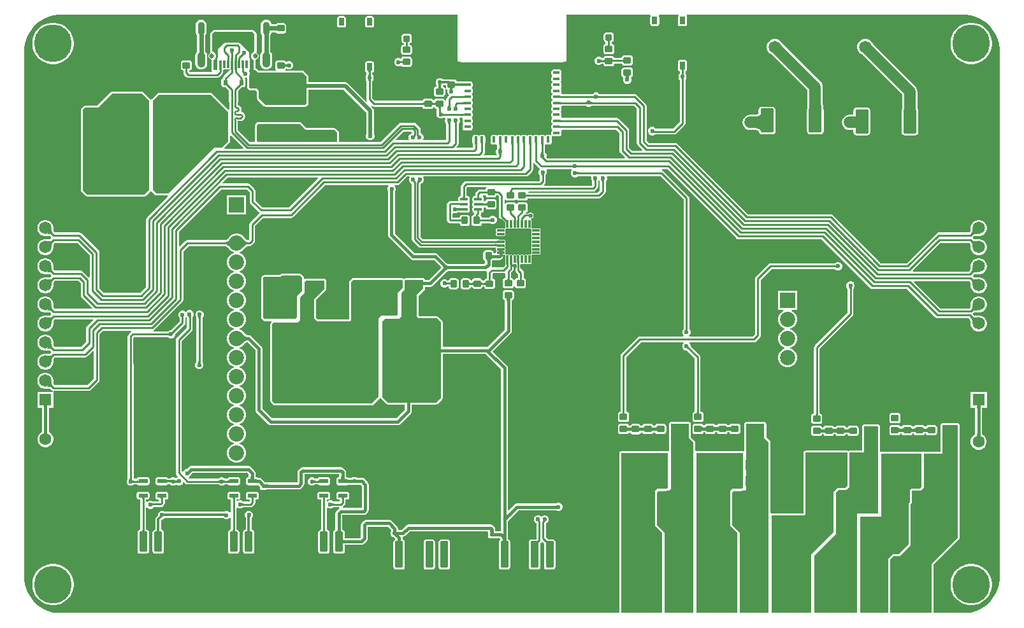
<source format=gtl>
G04*
G04 #@! TF.GenerationSoftware,Altium Limited,Altium Designer,22.8.2 (66)*
G04*
G04 Layer_Physical_Order=1*
G04 Layer_Color=255*
%FSAX25Y25*%
%MOIN*%
G70*
G04*
G04 #@! TF.SameCoordinates,48F98BF4-95A5-4A16-9148-CE3FBF4555CD*
G04*
G04*
G04 #@! TF.FilePolarity,Positive*
G04*
G01*
G75*
%ADD12C,0.01181*%
G04:AMPARAMS|DCode=17|XSize=20mil|YSize=20mil|CornerRadius=2mil|HoleSize=0mil|Usage=FLASHONLY|Rotation=90.000|XOffset=0mil|YOffset=0mil|HoleType=Round|Shape=RoundedRectangle|*
%AMROUNDEDRECTD17*
21,1,0.02000,0.01600,0,0,90.0*
21,1,0.01600,0.02000,0,0,90.0*
1,1,0.00400,0.00800,0.00800*
1,1,0.00400,0.00800,-0.00800*
1,1,0.00400,-0.00800,-0.00800*
1,1,0.00400,-0.00800,0.00800*
%
%ADD17ROUNDEDRECTD17*%
G04:AMPARAMS|DCode=18|XSize=20mil|YSize=20mil|CornerRadius=2mil|HoleSize=0mil|Usage=FLASHONLY|Rotation=180.000|XOffset=0mil|YOffset=0mil|HoleType=Round|Shape=RoundedRectangle|*
%AMROUNDEDRECTD18*
21,1,0.02000,0.01600,0,0,180.0*
21,1,0.01600,0.02000,0,0,180.0*
1,1,0.00400,-0.00800,0.00800*
1,1,0.00400,0.00800,0.00800*
1,1,0.00400,0.00800,-0.00800*
1,1,0.00400,-0.00800,-0.00800*
%
%ADD18ROUNDEDRECTD18*%
G04:AMPARAMS|DCode=19|XSize=39.37mil|YSize=137.8mil|CornerRadius=3.94mil|HoleSize=0mil|Usage=FLASHONLY|Rotation=180.000|XOffset=0mil|YOffset=0mil|HoleType=Round|Shape=RoundedRectangle|*
%AMROUNDEDRECTD19*
21,1,0.03937,0.12992,0,0,180.0*
21,1,0.03150,0.13780,0,0,180.0*
1,1,0.00787,-0.01575,0.06496*
1,1,0.00787,0.01575,0.06496*
1,1,0.00787,0.01575,-0.06496*
1,1,0.00787,-0.01575,-0.06496*
%
%ADD19ROUNDEDRECTD19*%
%ADD20R,0.05906X0.13386*%
G04:AMPARAMS|DCode=21|XSize=37.4mil|YSize=33.47mil|CornerRadius=3.35mil|HoleSize=0mil|Usage=FLASHONLY|Rotation=180.000|XOffset=0mil|YOffset=0mil|HoleType=Round|Shape=RoundedRectangle|*
%AMROUNDEDRECTD21*
21,1,0.03740,0.02677,0,0,180.0*
21,1,0.03071,0.03347,0,0,180.0*
1,1,0.00669,-0.01535,0.01339*
1,1,0.00669,0.01535,0.01339*
1,1,0.00669,0.01535,-0.01339*
1,1,0.00669,-0.01535,-0.01339*
%
%ADD21ROUNDEDRECTD21*%
G04:AMPARAMS|DCode=22|XSize=37.4mil|YSize=33.47mil|CornerRadius=3.35mil|HoleSize=0mil|Usage=FLASHONLY|Rotation=90.000|XOffset=0mil|YOffset=0mil|HoleType=Round|Shape=RoundedRectangle|*
%AMROUNDEDRECTD22*
21,1,0.03740,0.02677,0,0,90.0*
21,1,0.03071,0.03347,0,0,90.0*
1,1,0.00669,0.01339,0.01535*
1,1,0.00669,0.01339,-0.01535*
1,1,0.00669,-0.01339,-0.01535*
1,1,0.00669,-0.01339,0.01535*
%
%ADD22ROUNDEDRECTD22*%
G04:AMPARAMS|DCode=23|XSize=40.16mil|YSize=14.17mil|CornerRadius=1.42mil|HoleSize=0mil|Usage=FLASHONLY|Rotation=0.000|XOffset=0mil|YOffset=0mil|HoleType=Round|Shape=RoundedRectangle|*
%AMROUNDEDRECTD23*
21,1,0.04016,0.01134,0,0,0.0*
21,1,0.03732,0.01417,0,0,0.0*
1,1,0.00284,0.01866,-0.00567*
1,1,0.00284,-0.01866,-0.00567*
1,1,0.00284,-0.01866,0.00567*
1,1,0.00284,0.01866,0.00567*
%
%ADD23ROUNDEDRECTD23*%
G04:AMPARAMS|DCode=24|XSize=31.5mil|YSize=31.5mil|CornerRadius=3.94mil|HoleSize=0mil|Usage=FLASHONLY|Rotation=90.000|XOffset=0mil|YOffset=0mil|HoleType=Round|Shape=RoundedRectangle|*
%AMROUNDEDRECTD24*
21,1,0.03150,0.02362,0,0,90.0*
21,1,0.02362,0.03150,0,0,90.0*
1,1,0.00787,0.01181,0.01181*
1,1,0.00787,0.01181,-0.01181*
1,1,0.00787,-0.01181,-0.01181*
1,1,0.00787,-0.01181,0.01181*
%
%ADD24ROUNDEDRECTD24*%
G04:AMPARAMS|DCode=25|XSize=29.13mil|YSize=20.47mil|CornerRadius=2.05mil|HoleSize=0mil|Usage=FLASHONLY|Rotation=270.000|XOffset=0mil|YOffset=0mil|HoleType=Round|Shape=RoundedRectangle|*
%AMROUNDEDRECTD25*
21,1,0.02913,0.01638,0,0,270.0*
21,1,0.02504,0.02047,0,0,270.0*
1,1,0.00409,-0.00819,-0.01252*
1,1,0.00409,-0.00819,0.01252*
1,1,0.00409,0.00819,0.01252*
1,1,0.00409,0.00819,-0.01252*
%
%ADD25ROUNDEDRECTD25*%
G04:AMPARAMS|DCode=26|XSize=107.09mil|YSize=49.61mil|CornerRadius=4.96mil|HoleSize=0mil|Usage=FLASHONLY|Rotation=0.000|XOffset=0mil|YOffset=0mil|HoleType=Round|Shape=RoundedRectangle|*
%AMROUNDEDRECTD26*
21,1,0.10709,0.03969,0,0,0.0*
21,1,0.09717,0.04961,0,0,0.0*
1,1,0.00992,0.04858,-0.01984*
1,1,0.00992,-0.04858,-0.01984*
1,1,0.00992,-0.04858,0.01984*
1,1,0.00992,0.04858,0.01984*
%
%ADD26ROUNDEDRECTD26*%
%ADD27R,0.14567X0.08465*%
G04:AMPARAMS|DCode=28|XSize=55.12mil|YSize=84.65mil|CornerRadius=5.51mil|HoleSize=0mil|Usage=FLASHONLY|Rotation=0.000|XOffset=0mil|YOffset=0mil|HoleType=Round|Shape=RoundedRectangle|*
%AMROUNDEDRECTD28*
21,1,0.05512,0.07362,0,0,0.0*
21,1,0.04409,0.08465,0,0,0.0*
1,1,0.01102,0.02205,-0.03681*
1,1,0.01102,-0.02205,-0.03681*
1,1,0.01102,-0.02205,0.03681*
1,1,0.01102,0.02205,0.03681*
%
%ADD28ROUNDEDRECTD28*%
G04:AMPARAMS|DCode=29|XSize=39.37mil|YSize=11.81mil|CornerRadius=1.18mil|HoleSize=0mil|Usage=FLASHONLY|Rotation=0.000|XOffset=0mil|YOffset=0mil|HoleType=Round|Shape=RoundedRectangle|*
%AMROUNDEDRECTD29*
21,1,0.03937,0.00945,0,0,0.0*
21,1,0.03701,0.01181,0,0,0.0*
1,1,0.00236,0.01850,-0.00472*
1,1,0.00236,-0.01850,-0.00472*
1,1,0.00236,-0.01850,0.00472*
1,1,0.00236,0.01850,0.00472*
%
%ADD29ROUNDEDRECTD29*%
G04:AMPARAMS|DCode=30|XSize=39.37mil|YSize=11.81mil|CornerRadius=1.18mil|HoleSize=0mil|Usage=FLASHONLY|Rotation=90.000|XOffset=0mil|YOffset=0mil|HoleType=Round|Shape=RoundedRectangle|*
%AMROUNDEDRECTD30*
21,1,0.03937,0.00945,0,0,90.0*
21,1,0.03701,0.01181,0,0,90.0*
1,1,0.00236,0.00472,0.01850*
1,1,0.00236,0.00472,-0.01850*
1,1,0.00236,-0.00472,-0.01850*
1,1,0.00236,-0.00472,0.01850*
%
%ADD30ROUNDEDRECTD30*%
%ADD31R,0.13189X0.13189*%
G04:AMPARAMS|DCode=32|XSize=33.47mil|YSize=39.37mil|CornerRadius=3.35mil|HoleSize=0mil|Usage=FLASHONLY|Rotation=270.000|XOffset=0mil|YOffset=0mil|HoleType=Round|Shape=RoundedRectangle|*
%AMROUNDEDRECTD32*
21,1,0.03347,0.03268,0,0,270.0*
21,1,0.02677,0.03937,0,0,270.0*
1,1,0.00669,-0.01634,-0.01339*
1,1,0.00669,-0.01634,0.01339*
1,1,0.00669,0.01634,0.01339*
1,1,0.00669,0.01634,-0.01339*
%
%ADD32ROUNDEDRECTD32*%
G04:AMPARAMS|DCode=33|XSize=62.99mil|YSize=52.76mil|CornerRadius=5.28mil|HoleSize=0mil|Usage=FLASHONLY|Rotation=270.000|XOffset=0mil|YOffset=0mil|HoleType=Round|Shape=RoundedRectangle|*
%AMROUNDEDRECTD33*
21,1,0.06299,0.04221,0,0,270.0*
21,1,0.05244,0.05276,0,0,270.0*
1,1,0.01055,-0.02110,-0.02622*
1,1,0.01055,-0.02110,0.02622*
1,1,0.01055,0.02110,0.02622*
1,1,0.01055,0.02110,-0.02622*
%
%ADD33ROUNDEDRECTD33*%
G04:AMPARAMS|DCode=34|XSize=195.28mil|YSize=149.61mil|CornerRadius=14.96mil|HoleSize=0mil|Usage=FLASHONLY|Rotation=0.000|XOffset=0mil|YOffset=0mil|HoleType=Round|Shape=RoundedRectangle|*
%AMROUNDEDRECTD34*
21,1,0.19528,0.11969,0,0,0.0*
21,1,0.16535,0.14961,0,0,0.0*
1,1,0.02992,0.08268,-0.05984*
1,1,0.02992,-0.08268,-0.05984*
1,1,0.02992,-0.08268,0.05984*
1,1,0.02992,0.08268,0.05984*
%
%ADD34ROUNDEDRECTD34*%
G04:AMPARAMS|DCode=35|XSize=67.72mil|YSize=125.98mil|CornerRadius=6.77mil|HoleSize=0mil|Usage=FLASHONLY|Rotation=0.000|XOffset=0mil|YOffset=0mil|HoleType=Round|Shape=RoundedRectangle|*
%AMROUNDEDRECTD35*
21,1,0.06772,0.11244,0,0,0.0*
21,1,0.05417,0.12598,0,0,0.0*
1,1,0.01354,0.02709,-0.05622*
1,1,0.01354,-0.02709,-0.05622*
1,1,0.01354,-0.02709,0.05622*
1,1,0.01354,0.02709,0.05622*
%
%ADD35ROUNDEDRECTD35*%
G04:AMPARAMS|DCode=36|XSize=67.72mil|YSize=125.98mil|CornerRadius=6.77mil|HoleSize=0mil|Usage=FLASHONLY|Rotation=90.000|XOffset=0mil|YOffset=0mil|HoleType=Round|Shape=RoundedRectangle|*
%AMROUNDEDRECTD36*
21,1,0.06772,0.11244,0,0,90.0*
21,1,0.05417,0.12598,0,0,90.0*
1,1,0.01354,0.05622,0.02709*
1,1,0.01354,0.05622,-0.02709*
1,1,0.01354,-0.05622,-0.02709*
1,1,0.01354,-0.05622,0.02709*
%
%ADD36ROUNDEDRECTD36*%
G04:AMPARAMS|DCode=37|XSize=47.24mil|YSize=21.65mil|CornerRadius=2.17mil|HoleSize=0mil|Usage=FLASHONLY|Rotation=0.000|XOffset=0mil|YOffset=0mil|HoleType=Round|Shape=RoundedRectangle|*
%AMROUNDEDRECTD37*
21,1,0.04724,0.01732,0,0,0.0*
21,1,0.04291,0.02165,0,0,0.0*
1,1,0.00433,0.02146,-0.00866*
1,1,0.00433,-0.02146,-0.00866*
1,1,0.00433,-0.02146,0.00866*
1,1,0.00433,0.02146,0.00866*
%
%ADD37ROUNDEDRECTD37*%
G04:AMPARAMS|DCode=38|XSize=39.37mil|YSize=27.56mil|CornerRadius=2.76mil|HoleSize=0mil|Usage=FLASHONLY|Rotation=90.000|XOffset=0mil|YOffset=0mil|HoleType=Round|Shape=RoundedRectangle|*
%AMROUNDEDRECTD38*
21,1,0.03937,0.02205,0,0,90.0*
21,1,0.03386,0.02756,0,0,90.0*
1,1,0.00551,0.01102,0.01693*
1,1,0.00551,0.01102,-0.01693*
1,1,0.00551,-0.01102,-0.01693*
1,1,0.00551,-0.01102,0.01693*
%
%ADD38ROUNDEDRECTD38*%
%ADD39R,0.02362X0.04488*%
%ADD40R,0.01181X0.04488*%
G04:AMPARAMS|DCode=41|XSize=31.5mil|YSize=15.75mil|CornerRadius=1.58mil|HoleSize=0mil|Usage=FLASHONLY|Rotation=0.000|XOffset=0mil|YOffset=0mil|HoleType=Round|Shape=RoundedRectangle|*
%AMROUNDEDRECTD41*
21,1,0.03150,0.01260,0,0,0.0*
21,1,0.02835,0.01575,0,0,0.0*
1,1,0.00315,0.01417,-0.00630*
1,1,0.00315,-0.01417,-0.00630*
1,1,0.00315,-0.01417,0.00630*
1,1,0.00315,0.01417,0.00630*
%
%ADD41ROUNDEDRECTD41*%
G04:AMPARAMS|DCode=42|XSize=15.75mil|YSize=31.5mil|CornerRadius=1.58mil|HoleSize=0mil|Usage=FLASHONLY|Rotation=0.000|XOffset=0mil|YOffset=0mil|HoleType=Round|Shape=RoundedRectangle|*
%AMROUNDEDRECTD42*
21,1,0.01575,0.02835,0,0,0.0*
21,1,0.01260,0.03150,0,0,0.0*
1,1,0.00315,0.00630,-0.01417*
1,1,0.00315,-0.00630,-0.01417*
1,1,0.00315,-0.00630,0.01417*
1,1,0.00315,0.00630,0.01417*
%
%ADD42ROUNDEDRECTD42*%
%ADD43R,0.05709X0.05709*%
G04:AMPARAMS|DCode=44|XSize=27.56mil|YSize=27.56mil|CornerRadius=2.76mil|HoleSize=0mil|Usage=FLASHONLY|Rotation=0.000|XOffset=0mil|YOffset=0mil|HoleType=Round|Shape=RoundedRectangle|*
%AMROUNDEDRECTD44*
21,1,0.02756,0.02205,0,0,0.0*
21,1,0.02205,0.02756,0,0,0.0*
1,1,0.00551,0.01102,-0.01102*
1,1,0.00551,-0.01102,-0.01102*
1,1,0.00551,-0.01102,0.01102*
1,1,0.00551,0.01102,0.01102*
%
%ADD44ROUNDEDRECTD44*%
%ADD45R,0.07087X0.14961*%
G04:AMPARAMS|DCode=46|XSize=39.37mil|YSize=106.3mil|CornerRadius=3.94mil|HoleSize=0mil|Usage=FLASHONLY|Rotation=180.000|XOffset=0mil|YOffset=0mil|HoleType=Round|Shape=RoundedRectangle|*
%AMROUNDEDRECTD46*
21,1,0.03937,0.09843,0,0,180.0*
21,1,0.03150,0.10630,0,0,180.0*
1,1,0.00787,-0.01575,0.04921*
1,1,0.00787,0.01575,0.04921*
1,1,0.00787,0.01575,-0.04921*
1,1,0.00787,-0.01575,-0.04921*
%
%ADD46ROUNDEDRECTD46*%
%ADD89C,0.01000*%
%ADD90C,0.06299*%
%ADD91R,0.02362X0.02362*%
%ADD92C,0.02362*%
%ADD93C,0.01575*%
%ADD94C,0.01968*%
%ADD95C,0.05906*%
%ADD96C,0.00591*%
%ADD97C,0.03543*%
%ADD98R,0.06496X0.06496*%
%ADD99C,0.06496*%
%ADD100O,0.04134X0.08268*%
%ADD101O,0.03543X0.07087*%
%ADD102C,0.02559*%
%ADD103O,0.19685X0.09843*%
%ADD104O,0.17717X0.08858*%
%ADD105O,0.08858X0.17717*%
%ADD106C,0.19685*%
%ADD107C,0.07972*%
%ADD108R,0.07972X0.07972*%
%ADD109C,0.02362*%
%ADD110C,0.03150*%
G36*
X0613261Y1014862D02*
X0613322Y1014555D01*
X0613496Y1014294D01*
X0613757Y1014120D01*
X0614064Y1014059D01*
X0614841D01*
X0614918Y1013944D01*
X0615248Y1013723D01*
X0615638Y1013646D01*
X0667607D01*
X0667997Y1013723D01*
X0668328Y1013944D01*
X0668405Y1014059D01*
X0669182D01*
X0669489Y1014120D01*
X0669749Y1014294D01*
X0669923Y1014555D01*
X0669984Y1014862D01*
Y1038666D01*
X0713880D01*
X0714110Y1038166D01*
X0713946Y1037920D01*
X0713847Y1037423D01*
Y1034037D01*
X0713946Y1033539D01*
X0714228Y1033117D01*
X0714650Y1032835D01*
X0715148Y1032736D01*
X0717353D01*
X0717850Y1032835D01*
X0718272Y1033117D01*
X0718554Y1033539D01*
X0718653Y1034037D01*
Y1037423D01*
X0718554Y1037920D01*
X0718390Y1038166D01*
X0718620Y1038666D01*
X0728447Y1038666D01*
X0728677Y1038166D01*
X0728513Y1037920D01*
X0728414Y1037423D01*
Y1034037D01*
X0728513Y1033539D01*
X0728795Y1033117D01*
X0729217Y1032835D01*
X0729715Y1032736D01*
X0731919D01*
X0732417Y1032835D01*
X0732839Y1033117D01*
X0733121Y1033539D01*
X0733220Y1034037D01*
Y1037423D01*
X0733121Y1037920D01*
X0732957Y1038166D01*
X0733187Y1038666D01*
X0877843Y1038666D01*
X0879081D01*
X0881535Y1038342D01*
X0883926Y1037702D01*
X0886213Y1036755D01*
X0888356Y1035517D01*
X0890320Y1034010D01*
X0892070Y1032260D01*
X0893577Y1030296D01*
X0894814Y1028153D01*
X0895762Y1025866D01*
X0896402Y1023475D01*
X0896725Y1021021D01*
X0896725Y1019783D01*
X0896725Y0744193D01*
Y0742955D01*
X0896402Y0740501D01*
X0895762Y0738110D01*
X0894814Y0735823D01*
X0893577Y0733680D01*
X0892070Y0731716D01*
X0890320Y0729966D01*
X0888356Y0728459D01*
X0886213Y0727221D01*
X0883926Y0726274D01*
X0881535Y0725634D01*
X0879081Y0725311D01*
X0877843D01*
X0862537D01*
X0862037Y0725311D01*
Y0750685D01*
X0875538Y0764187D01*
X0875759Y0764518D01*
X0875837Y0764908D01*
Y0803308D01*
Y0823908D01*
X0875759Y0824298D01*
X0875538Y0824629D01*
X0875207Y0824850D01*
X0874817Y0824927D01*
X0866717D01*
X0866327Y0824850D01*
X0865996Y0824629D01*
X0865775Y0824298D01*
X0865698Y0823908D01*
Y0809827D01*
X0857017D01*
X0856627Y0809750D01*
X0856542Y0809693D01*
X0856307Y0809850D01*
X0855917Y0809927D01*
X0834617D01*
X0834537Y0809911D01*
X0834037Y0810278D01*
Y0823208D01*
X0833959Y0823598D01*
X0833738Y0823929D01*
X0833407Y0824150D01*
X0833017Y0824227D01*
X0825717D01*
X0825327Y0824150D01*
X0824996Y0823929D01*
X0824775Y0823598D01*
X0824698Y0823208D01*
Y0810327D01*
X0818137D01*
X0817747Y0810250D01*
X0817627Y0810170D01*
X0817507Y0810250D01*
X0817117Y0810327D01*
X0795117D01*
X0794727Y0810250D01*
X0794396Y0810029D01*
X0794175Y0809698D01*
X0794098Y0809308D01*
Y0777430D01*
X0793995Y0777327D01*
X0777417D01*
X0777407Y0777325D01*
X0776907Y0777725D01*
Y0814708D01*
X0776829Y0815098D01*
X0776608Y0815429D01*
X0774607Y0817430D01*
Y0824408D01*
X0774529Y0824798D01*
X0774308Y0825129D01*
X0774208Y0825229D01*
X0773877Y0825450D01*
X0773487Y0825527D01*
X0764087D01*
X0763697Y0825450D01*
X0763366Y0825229D01*
X0763145Y0824898D01*
X0763068Y0824508D01*
Y0810375D01*
X0763027Y0810301D01*
X0763007Y0810275D01*
X0762568Y0810003D01*
X0762446Y0810027D01*
X0737987D01*
X0737537Y0810448D01*
Y0814708D01*
X0737459Y0815098D01*
X0737238Y0815429D01*
X0735237Y0817430D01*
Y0824408D01*
X0735159Y0824798D01*
X0734938Y0825129D01*
X0734838Y0825229D01*
X0734507Y0825450D01*
X0734117Y0825527D01*
X0724717D01*
X0724327Y0825450D01*
X0723996Y0825229D01*
X0723775Y0824898D01*
X0723698Y0824508D01*
Y0810375D01*
X0723657Y0810301D01*
X0723637Y0810275D01*
X0723198Y0810003D01*
X0723076Y0810027D01*
X0698617D01*
X0698227Y0809950D01*
X0697896Y0809729D01*
X0697675Y0809398D01*
X0697598Y0809008D01*
Y0808908D01*
Y0725311D01*
X0697098Y0725311D01*
X0405402Y0725311D01*
X0404165D01*
X0401711Y0725634D01*
X0399320Y0726274D01*
X0397033Y0727221D01*
X0394889Y0728459D01*
X0392926Y0729966D01*
X0391175Y0731716D01*
X0389668Y0733680D01*
X0388431Y0735823D01*
X0387484Y0738110D01*
X0386843Y0740501D01*
X0386520Y0742955D01*
X0386520Y0744193D01*
X0386520Y1019783D01*
Y1021021D01*
X0386843Y1023475D01*
X0387484Y1025866D01*
X0388431Y1028153D01*
X0389668Y1030296D01*
X0391175Y1032260D01*
X0392926Y1034010D01*
X0394889Y1035517D01*
X0397033Y1036755D01*
X0399320Y1037702D01*
X0401711Y1038342D01*
X0404165Y1038666D01*
X0405402Y1038666D01*
X0613261Y1038666D01*
Y1014862D01*
D02*
G37*
G36*
X0874817Y0803308D02*
Y0764908D01*
X0861017Y0751108D01*
Y0725311D01*
X0839517D01*
Y0753508D01*
X0841198Y0755188D01*
X0843917D01*
X0844307Y0755266D01*
X0844638Y0755487D01*
X0844659Y0755508D01*
X0844717D01*
X0849817Y0760608D01*
Y0760705D01*
X0849959Y0760918D01*
X0850037Y0761308D01*
Y0782385D01*
X0850538Y0782887D01*
X0850759Y0783218D01*
X0850837Y0783608D01*
Y0789327D01*
X0850898Y0789388D01*
X0855017D01*
X0855407Y0789466D01*
X0855738Y0789687D01*
X0856638Y0790587D01*
X0856723Y0790713D01*
X0857017Y0791008D01*
Y0808808D01*
X0866717D01*
Y0823908D01*
X0874817D01*
Y0803308D01*
D02*
G37*
G36*
X0855917Y0791308D02*
X0855017Y0790408D01*
X0850317D01*
X0849817Y0789908D01*
Y0783608D01*
X0849017Y0782808D01*
Y0761308D01*
X0843917Y0756208D01*
X0840717D01*
X0838417Y0753908D01*
Y0725311D01*
X0823817D01*
Y0775808D01*
X0834617D01*
Y0808908D01*
X0855917D01*
Y0791308D01*
D02*
G37*
G36*
X0833017Y0777308D02*
X0822217D01*
Y0725311D01*
X0799617D01*
Y0755208D01*
X0811217Y0766808D01*
Y0788508D01*
X0812417Y0789708D01*
X0816417D01*
X0818117Y0791408D01*
Y0792109D01*
X0818137Y0792208D01*
Y0809308D01*
X0825717D01*
Y0823208D01*
X0833017D01*
Y0777308D01*
D02*
G37*
G36*
X0817117Y0792208D02*
X0815817Y0790908D01*
X0811917D01*
X0809917Y0788908D01*
Y0767708D01*
X0798017Y0755808D01*
Y0725311D01*
X0777417D01*
Y0776308D01*
X0794417D01*
X0795117Y0777008D01*
Y0809308D01*
X0817117D01*
Y0792208D01*
D02*
G37*
G36*
X0773587Y0824408D02*
Y0817008D01*
X0775887Y0814708D01*
Y0725311D01*
X0760887D01*
Y0767508D01*
X0756807Y0771588D01*
Y0788427D01*
X0757668Y0789288D01*
X0761687D01*
X0761786Y0789308D01*
X0763287D01*
X0764087Y0790108D01*
Y0824508D01*
X0773487D01*
X0773587Y0824408D01*
D02*
G37*
G36*
X0762487Y0808908D02*
Y0791108D01*
X0761687Y0790308D01*
X0756687D01*
X0755787Y0789408D01*
Y0771008D01*
X0759487Y0767308D01*
Y0725311D01*
X0737987D01*
Y0808908D01*
Y0809008D01*
X0762446D01*
X0762487Y0808908D01*
D02*
G37*
G36*
X0734217Y0824408D02*
Y0817008D01*
X0736517Y0814708D01*
Y0725311D01*
X0721517D01*
Y0767508D01*
X0717437Y0771588D01*
Y0788427D01*
X0718298Y0789288D01*
X0722317D01*
X0722416Y0789308D01*
X0723917D01*
X0724717Y0790108D01*
Y0824508D01*
X0734117D01*
X0734217Y0824408D01*
D02*
G37*
G36*
X0723117Y0808908D02*
Y0791108D01*
X0722317Y0790308D01*
X0717317D01*
X0716417Y0789408D01*
Y0771008D01*
X0720117Y0767308D01*
Y0725311D01*
X0698617D01*
Y0808908D01*
Y0809008D01*
X0723076D01*
X0723117Y0808908D01*
D02*
G37*
%LPC*%
G36*
X0568103Y1038012D02*
X0565898D01*
X0565401Y1037913D01*
X0564979Y1037631D01*
X0564697Y1037209D01*
X0564598Y1036712D01*
Y1033326D01*
X0564697Y1032828D01*
X0564979Y1032406D01*
X0565401Y1032124D01*
X0565898Y1032025D01*
X0568103D01*
X0568601Y1032124D01*
X0569023Y1032406D01*
X0569305Y1032828D01*
X0569404Y1033326D01*
Y1036712D01*
X0569305Y1037209D01*
X0569023Y1037631D01*
X0568601Y1037913D01*
X0568103Y1038012D01*
D02*
G37*
G36*
X0553536D02*
X0551331D01*
X0550834Y1037913D01*
X0550412Y1037631D01*
X0550130Y1037209D01*
X0550031Y1036712D01*
Y1033326D01*
X0550130Y1032828D01*
X0550412Y1032406D01*
X0550834Y1032124D01*
X0551331Y1032025D01*
X0553536D01*
X0554034Y1032124D01*
X0554456Y1032406D01*
X0554738Y1032828D01*
X0554837Y1033326D01*
Y1036712D01*
X0554738Y1037209D01*
X0554456Y1037631D01*
X0554034Y1037913D01*
X0553536Y1038012D01*
D02*
G37*
G36*
X0512961Y1036162D02*
X0512238Y1036066D01*
X0511563Y1035787D01*
X0510985Y1035343D01*
X0510540Y1034764D01*
X0510261Y1034090D01*
X0510166Y1033366D01*
Y1029823D01*
X0510261Y1029099D01*
X0510540Y1028425D01*
X0510737Y1028168D01*
Y1019344D01*
X0510282Y1018751D01*
X0509973Y1018005D01*
X0509868Y1017205D01*
Y1013071D01*
X0509973Y1012270D01*
X0510282Y1011524D01*
X0510774Y1010883D01*
X0511415Y1010392D01*
X0512161Y1010083D01*
X0512961Y1009977D01*
X0513762Y1010083D01*
X0514508Y1010392D01*
X0515149Y1010883D01*
X0515640Y1011524D01*
X0515949Y1012270D01*
X0516055Y1013071D01*
Y1017205D01*
X0515949Y1018005D01*
X0515640Y1018751D01*
X0515185Y1019344D01*
Y1028168D01*
X0515382Y1028425D01*
X0515662Y1029099D01*
X0515706Y1029434D01*
X0518068D01*
X0518119Y1029357D01*
X0518561Y1029062D01*
X0519082Y1028958D01*
X0522153D01*
X0522673Y1029062D01*
X0523115Y1029357D01*
X0523410Y1029798D01*
X0523513Y1030319D01*
Y1032996D01*
X0523410Y1033517D01*
X0523115Y1033958D01*
X0522673Y1034253D01*
X0522153Y1034357D01*
X0519082D01*
X0518561Y1034253D01*
X0518119Y1033958D01*
X0518068Y1033881D01*
X0515689D01*
X0515662Y1034090D01*
X0515382Y1034764D01*
X0514938Y1035343D01*
X0514359Y1035787D01*
X0513685Y1036066D01*
X0512961Y1036162D01*
D02*
G37*
G36*
X0693298Y1029510D02*
X0690936D01*
X0690392Y1029402D01*
X0689931Y1029094D01*
X0689623Y1028633D01*
X0689515Y1028089D01*
Y1025727D01*
X0689623Y1025183D01*
X0689931Y1024722D01*
X0690392Y1024414D01*
X0690588Y1024375D01*
Y1023538D01*
X0690161Y1023453D01*
X0689719Y1023158D01*
X0689425Y1022717D01*
X0689321Y1022196D01*
Y1019519D01*
X0689425Y1018998D01*
X0689719Y1018557D01*
X0690161Y1018262D01*
X0690682Y1018158D01*
X0693753D01*
X0694273Y1018262D01*
X0694715Y1018557D01*
X0695010Y1018998D01*
X0695113Y1019519D01*
Y1022196D01*
X0695010Y1022717D01*
X0694715Y1023158D01*
X0694273Y1023453D01*
X0693753Y1023557D01*
X0693647D01*
Y1024375D01*
X0693842Y1024414D01*
X0694303Y1024722D01*
X0694611Y1025183D01*
X0694719Y1025727D01*
Y1028089D01*
X0694611Y1028633D01*
X0694303Y1029094D01*
X0693842Y1029402D01*
X0693298Y1029510D01*
D02*
G37*
G36*
X0587698Y1028860D02*
X0585336D01*
X0584792Y1028752D01*
X0584331Y1028444D01*
X0584023Y1027983D01*
X0583915Y1027439D01*
Y1025077D01*
X0584023Y1024533D01*
X0584331Y1024072D01*
X0584792Y1023764D01*
X0584988Y1023725D01*
Y1023057D01*
X0584882D01*
X0584361Y1022953D01*
X0583919Y1022658D01*
X0583625Y1022217D01*
X0583521Y1021696D01*
Y1019019D01*
X0583625Y1018498D01*
X0583919Y1018057D01*
X0584361Y1017762D01*
X0584882Y1017658D01*
X0587953D01*
X0588473Y1017762D01*
X0588915Y1018057D01*
X0589210Y1018498D01*
X0589313Y1019019D01*
Y1021696D01*
X0589210Y1022217D01*
X0588915Y1022658D01*
X0588473Y1022953D01*
X0588047Y1023038D01*
Y1023725D01*
X0588242Y1023764D01*
X0588703Y1024072D01*
X0589011Y1024533D01*
X0589119Y1025077D01*
Y1027439D01*
X0589011Y1027983D01*
X0588703Y1028444D01*
X0588242Y1028752D01*
X0587698Y1028860D01*
D02*
G37*
G36*
X0703353Y1017557D02*
X0700282D01*
X0699761Y1017453D01*
X0699320Y1017158D01*
X0699024Y1016717D01*
X0698929Y1016237D01*
X0695046D01*
X0695010Y1016418D01*
X0694715Y1016859D01*
X0694273Y1017154D01*
X0693753Y1017257D01*
X0690682D01*
X0690161Y1017154D01*
X0689719Y1016859D01*
X0689425Y1016418D01*
X0689364Y1016112D01*
X0688597D01*
X0688253Y1016457D01*
X0687451Y1016789D01*
X0686583D01*
X0685782Y1016457D01*
X0685168Y1015843D01*
X0684836Y1015042D01*
Y1014174D01*
X0685168Y1013372D01*
X0685782Y1012759D01*
X0686583Y1012427D01*
X0687451D01*
X0688253Y1012759D01*
X0688545Y1013051D01*
X0688580Y1013054D01*
X0689354D01*
X0689425Y1012699D01*
X0689719Y1012257D01*
X0690161Y1011962D01*
X0690682Y1011859D01*
X0693753D01*
X0694273Y1011962D01*
X0694715Y1012257D01*
X0695010Y1012699D01*
X0695105Y1013178D01*
X0698989D01*
X0699024Y1012998D01*
X0699320Y1012557D01*
X0699761Y1012262D01*
X0700282Y1012158D01*
X0703353D01*
X0703873Y1012262D01*
X0704315Y1012557D01*
X0704610Y1012998D01*
X0704713Y1013519D01*
Y1016196D01*
X0704610Y1016717D01*
X0704315Y1017158D01*
X0703873Y1017453D01*
X0703353Y1017557D01*
D02*
G37*
G36*
X0587953Y1016757D02*
X0584882D01*
X0584361Y1016654D01*
X0583919Y1016359D01*
X0583735Y1016082D01*
X0583529Y1015907D01*
X0583103Y1015860D01*
X0582551Y1016089D01*
X0581683D01*
X0580882Y1015757D01*
X0580268Y1015143D01*
X0579936Y1014342D01*
Y1013474D01*
X0580268Y1012672D01*
X0580882Y1012059D01*
X0581683Y1011727D01*
X0582551D01*
X0583353Y1012059D01*
X0583855Y1011854D01*
X0583919Y1011757D01*
X0584361Y1011462D01*
X0584882Y1011359D01*
X0587953D01*
X0588473Y1011462D01*
X0588915Y1011757D01*
X0589210Y1012199D01*
X0589313Y1012720D01*
Y1015397D01*
X0589210Y1015917D01*
X0588915Y1016359D01*
X0588473Y1016654D01*
X0587953Y1016757D01*
D02*
G37*
G36*
X0882633Y1034563D02*
X0880927D01*
X0879241Y1034296D01*
X0877618Y1033768D01*
X0876097Y1032994D01*
X0874717Y1031991D01*
X0873510Y1030784D01*
X0872507Y1029403D01*
X0871732Y1027882D01*
X0871205Y1026259D01*
X0870938Y1024574D01*
Y1022867D01*
X0871205Y1021181D01*
X0871732Y1019558D01*
X0872507Y1018038D01*
X0873510Y1016657D01*
X0874717Y1015450D01*
X0876097Y1014447D01*
X0877618Y1013672D01*
X0879241Y1013145D01*
X0880927Y1012878D01*
X0882633D01*
X0884319Y1013145D01*
X0885942Y1013672D01*
X0887463Y1014447D01*
X0888844Y1015450D01*
X0890050Y1016657D01*
X0891053Y1018038D01*
X0891828Y1019558D01*
X0892356Y1021181D01*
X0892623Y1022867D01*
Y1024574D01*
X0892356Y1026259D01*
X0891828Y1027882D01*
X0891053Y1029403D01*
X0890050Y1030784D01*
X0888844Y1031991D01*
X0887463Y1032994D01*
X0885942Y1033768D01*
X0884319Y1034296D01*
X0882633Y1034563D01*
D02*
G37*
G36*
X0402318D02*
X0400612D01*
X0398926Y1034296D01*
X0397303Y1033768D01*
X0395782Y1032994D01*
X0394402Y1031991D01*
X0393195Y1030784D01*
X0392192Y1029403D01*
X0391417Y1027882D01*
X0390890Y1026259D01*
X0390623Y1024574D01*
Y1022867D01*
X0390890Y1021181D01*
X0391417Y1019558D01*
X0392192Y1018038D01*
X0393195Y1016657D01*
X0394402Y1015450D01*
X0395782Y1014447D01*
X0397303Y1013672D01*
X0398926Y1013145D01*
X0400612Y1012878D01*
X0402318D01*
X0404004Y1013145D01*
X0405627Y1013672D01*
X0407148Y1014447D01*
X0408529Y1015450D01*
X0409735Y1016657D01*
X0410739Y1018038D01*
X0411513Y1019558D01*
X0412041Y1021181D01*
X0412308Y1022867D01*
Y1024574D01*
X0412041Y1026259D01*
X0411513Y1027882D01*
X0410739Y1029403D01*
X0409735Y1030784D01*
X0408529Y1031991D01*
X0407148Y1032994D01*
X0405627Y1033768D01*
X0404004Y1034296D01*
X0402318Y1034563D01*
D02*
G37*
G36*
X0478945Y1036162D02*
X0478222Y1036066D01*
X0477548Y1035787D01*
X0476969Y1035343D01*
X0476524Y1034764D01*
X0476245Y1034090D01*
X0476150Y1033366D01*
Y1029823D01*
X0476245Y1029099D01*
X0476524Y1028425D01*
X0476722Y1028168D01*
Y1019344D01*
X0476267Y1018751D01*
X0475957Y1018005D01*
X0475852Y1017205D01*
Y1013071D01*
X0475957Y1012270D01*
X0476267Y1011524D01*
X0476758Y1010883D01*
X0477399Y1010392D01*
X0478145Y1010083D01*
X0478945Y1009977D01*
X0479746Y1010083D01*
X0480492Y1010392D01*
X0481133Y1010883D01*
X0481625Y1011524D01*
X0481933Y1012270D01*
X0482039Y1013071D01*
Y1017205D01*
X0481933Y1018005D01*
X0481625Y1018751D01*
X0481169Y1019344D01*
Y1028168D01*
X0481367Y1028425D01*
X0481646Y1029099D01*
X0481741Y1029823D01*
Y1033366D01*
X0481646Y1034090D01*
X0481367Y1034764D01*
X0480922Y1035343D01*
X0480343Y1035787D01*
X0479669Y1036066D01*
X0478945Y1036162D01*
D02*
G37*
G36*
X0485917Y1030927D02*
X0485527Y1030850D01*
X0485196Y1030629D01*
X0484096Y1029529D01*
X0483875Y1029198D01*
X0483798Y1028808D01*
Y1019386D01*
X0483875Y1018995D01*
X0483747Y1018574D01*
X0483628Y1018525D01*
X0483157Y1018054D01*
X0482902Y1017439D01*
Y1016773D01*
X0483157Y1016158D01*
X0483628Y1015688D01*
X0484133Y1015478D01*
X0484243Y1015433D01*
X0484516Y1015037D01*
Y1009708D01*
X0484594Y1009318D01*
X0484648Y1009237D01*
X0484381Y1008737D01*
X0472951D01*
X0472747Y1008941D01*
Y1009559D01*
X0472753D01*
X0473273Y1009662D01*
X0473715Y1009957D01*
X0474010Y1010399D01*
X0474113Y1010920D01*
Y1013597D01*
X0474010Y1014118D01*
X0473715Y1014559D01*
X0473273Y1014854D01*
X0472753Y1014958D01*
X0469682D01*
X0469161Y1014854D01*
X0468719Y1014559D01*
X0468425Y1014118D01*
X0468321Y1013597D01*
Y1010920D01*
X0468425Y1010399D01*
X0468719Y1009957D01*
X0469161Y1009662D01*
X0469682Y1009559D01*
X0469688D01*
Y1008308D01*
X0469804Y1007722D01*
X0470136Y1007226D01*
X0471236Y1006126D01*
X0471732Y1005795D01*
X0472317Y1005678D01*
X0487317D01*
X0487902Y1005795D01*
X0488399Y1006126D01*
X0490145Y1007873D01*
X0490477Y1008369D01*
X0490593Y1008954D01*
X0490477Y1009540D01*
X0490332Y1009756D01*
X0490599Y1010256D01*
X0493985D01*
X0494043Y1009860D01*
X0494043Y1009859D01*
X0494049Y1009846D01*
X0494058Y1009786D01*
Y1009755D01*
X0493888Y1009641D01*
X0490803Y1006556D01*
X0490471Y1006060D01*
X0490392Y1005660D01*
X0490328Y1005647D01*
X0489930Y1005381D01*
X0489664Y1004983D01*
X0489570Y1004513D01*
Y1002009D01*
X0489664Y1001538D01*
X0489930Y1001140D01*
X0490328Y1000874D01*
X0490798Y1000780D01*
X0491485D01*
X0491598Y1000684D01*
X0493588Y0998694D01*
Y0992992D01*
X0493688Y0992490D01*
Y0989232D01*
X0493226Y0989041D01*
X0484738Y0997529D01*
X0484407Y0997750D01*
X0484017Y0997827D01*
X0456717D01*
X0456327Y0997750D01*
X0455996Y0997529D01*
X0453022Y0994555D01*
X0452536Y0994533D01*
X0452392Y0994575D01*
X0448738Y0998229D01*
X0448407Y0998450D01*
X0448017Y0998527D01*
X0432517D01*
X0432127Y0998450D01*
X0431796Y0998229D01*
X0424595Y0991027D01*
X0418017D01*
X0417627Y0990950D01*
X0417296Y0990729D01*
X0416296Y0989729D01*
X0416075Y0989398D01*
X0415998Y0989008D01*
Y0946908D01*
X0416075Y0946518D01*
X0416296Y0946187D01*
X0418596Y0943887D01*
X0418927Y0943666D01*
X0419317Y0943588D01*
X0449317D01*
X0449707Y0943666D01*
X0450038Y0943887D01*
X0452392Y0946241D01*
X0452536Y0946282D01*
X0453022Y0946261D01*
X0454996Y0944287D01*
X0455327Y0944066D01*
X0455717Y0943988D01*
X0461328D01*
X0461535Y0943488D01*
X0450672Y0932626D01*
X0450341Y0932130D01*
X0450224Y0931544D01*
Y0896278D01*
X0447047Y0893101D01*
X0428087D01*
X0425747Y0895441D01*
Y0914236D01*
X0425630Y0914822D01*
X0425299Y0915318D01*
X0416327Y0924289D01*
X0415831Y0924621D01*
X0415246Y0924737D01*
X0402351D01*
X0402294Y0924794D01*
X0402288Y0924800D01*
X0402177Y0924949D01*
X0402080Y0925111D01*
X0401996Y0925287D01*
X0401925Y0925480D01*
X0401866Y0925693D01*
X0401823Y0925927D01*
X0401794Y0926183D01*
X0401783Y0926462D01*
X0401791Y0926793D01*
X0401781Y0926850D01*
X0401787Y0926907D01*
X0401776Y0926945D01*
Y0927547D01*
X0401487Y0928628D01*
X0400927Y0929596D01*
X0400137Y0930387D01*
X0399168Y0930947D01*
X0398087Y0931236D01*
X0396969D01*
X0395888Y0930947D01*
X0394920Y0930387D01*
X0394129Y0929596D01*
X0393570Y0928628D01*
X0393280Y0927547D01*
Y0926429D01*
X0393570Y0925348D01*
X0394129Y0924380D01*
X0394920Y0923589D01*
X0395888Y0923030D01*
X0396969Y0922740D01*
X0398087D01*
X0398355Y0922812D01*
X0398362Y0922811D01*
X0398414Y0922826D01*
X0398468Y0922826D01*
X0398764Y0922884D01*
X0399002Y0922911D01*
X0399218Y0922916D01*
X0399412Y0922902D01*
X0399588Y0922870D01*
X0399750Y0922822D01*
X0399901Y0922758D01*
X0400046Y0922676D01*
X0400187Y0922573D01*
X0400203Y0922559D01*
X0400441Y0922321D01*
X0400579Y0921988D01*
X0400441Y0921655D01*
X0400203Y0921417D01*
X0400187Y0921403D01*
X0400046Y0921300D01*
X0399901Y0921218D01*
X0399750Y0921154D01*
X0399588Y0921106D01*
X0399412Y0921074D01*
X0399218Y0921060D01*
X0399002Y0921065D01*
X0398764Y0921092D01*
X0398468Y0921150D01*
X0398414Y0921150D01*
X0398362Y0921165D01*
X0398355Y0921165D01*
X0398087Y0921236D01*
X0396969D01*
X0395888Y0920947D01*
X0394920Y0920387D01*
X0394129Y0919596D01*
X0393570Y0918628D01*
X0393280Y0917547D01*
Y0916429D01*
X0393570Y0915348D01*
X0394129Y0914380D01*
X0394920Y0913589D01*
X0395888Y0913029D01*
X0396969Y0912740D01*
X0398087D01*
X0399168Y0913029D01*
X0400137Y0913589D01*
X0400927Y0914380D01*
X0401487Y0915348D01*
X0401776Y0916429D01*
Y0917031D01*
X0401787Y0917069D01*
X0401781Y0917126D01*
X0401791Y0917183D01*
X0401783Y0917514D01*
X0401794Y0917793D01*
X0401823Y0918049D01*
X0401866Y0918283D01*
X0401925Y0918496D01*
X0401996Y0918690D01*
X0402080Y0918865D01*
X0402177Y0919027D01*
X0402288Y0919176D01*
X0402294Y0919182D01*
X0402351Y0919239D01*
X0414223D01*
X0420688Y0912774D01*
Y0901436D01*
X0420188Y0901228D01*
X0417127Y0904289D01*
X0416631Y0904621D01*
X0416046Y0904737D01*
X0402351D01*
X0402294Y0904794D01*
X0402288Y0904801D01*
X0402177Y0904949D01*
X0402080Y0905111D01*
X0401996Y0905287D01*
X0401925Y0905480D01*
X0401866Y0905693D01*
X0401823Y0905927D01*
X0401794Y0906183D01*
X0401783Y0906462D01*
X0401791Y0906793D01*
X0401781Y0906850D01*
X0401787Y0906907D01*
X0401776Y0906945D01*
Y0907547D01*
X0401487Y0908628D01*
X0400927Y0909596D01*
X0400137Y0910387D01*
X0399168Y0910947D01*
X0398087Y0911236D01*
X0396969D01*
X0395888Y0910947D01*
X0394920Y0910387D01*
X0394129Y0909596D01*
X0393570Y0908628D01*
X0393280Y0907547D01*
Y0906429D01*
X0393570Y0905348D01*
X0394129Y0904380D01*
X0394920Y0903589D01*
X0395888Y0903030D01*
X0396969Y0902740D01*
X0398087D01*
X0398355Y0902812D01*
X0398362Y0902811D01*
X0398414Y0902826D01*
X0398468Y0902826D01*
X0398764Y0902884D01*
X0399002Y0902911D01*
X0399218Y0902916D01*
X0399412Y0902902D01*
X0399588Y0902870D01*
X0399750Y0902822D01*
X0399901Y0902758D01*
X0400046Y0902676D01*
X0400187Y0902573D01*
X0400203Y0902559D01*
X0400636Y0902126D01*
X0400441Y0901655D01*
X0400203Y0901417D01*
X0400187Y0901403D01*
X0400046Y0901300D01*
X0399901Y0901218D01*
X0399750Y0901154D01*
X0399588Y0901106D01*
X0399412Y0901074D01*
X0399218Y0901060D01*
X0399002Y0901065D01*
X0398764Y0901092D01*
X0398468Y0901150D01*
X0398414Y0901150D01*
X0398362Y0901165D01*
X0398355Y0901165D01*
X0398087Y0901236D01*
X0396969D01*
X0395888Y0900947D01*
X0394920Y0900387D01*
X0394129Y0899596D01*
X0393570Y0898628D01*
X0393280Y0897547D01*
Y0896429D01*
X0393570Y0895348D01*
X0394129Y0894380D01*
X0394920Y0893589D01*
X0395888Y0893029D01*
X0396969Y0892740D01*
X0398087D01*
X0399168Y0893029D01*
X0400137Y0893589D01*
X0400927Y0894380D01*
X0401487Y0895348D01*
X0401776Y0896429D01*
Y0897031D01*
X0401787Y0897069D01*
X0401781Y0897126D01*
X0401791Y0897183D01*
X0401783Y0897514D01*
X0401794Y0897793D01*
X0401823Y0898049D01*
X0401866Y0898283D01*
X0401925Y0898496D01*
X0401996Y0898689D01*
X0402080Y0898866D01*
X0402177Y0899027D01*
X0402288Y0899176D01*
X0402294Y0899182D01*
X0402490Y0899378D01*
X0414884D01*
X0415988Y0898274D01*
Y0891879D01*
X0416104Y0891294D01*
X0416436Y0890798D01*
X0422035Y0885199D01*
X0421843Y0884737D01*
X0402351D01*
X0402294Y0884794D01*
X0402288Y0884801D01*
X0402177Y0884949D01*
X0402080Y0885111D01*
X0401996Y0885287D01*
X0401925Y0885480D01*
X0401866Y0885693D01*
X0401823Y0885927D01*
X0401794Y0886183D01*
X0401783Y0886462D01*
X0401791Y0886793D01*
X0401781Y0886850D01*
X0401787Y0886907D01*
X0401776Y0886945D01*
Y0887547D01*
X0401487Y0888628D01*
X0400927Y0889596D01*
X0400137Y0890387D01*
X0399168Y0890947D01*
X0398087Y0891236D01*
X0396969D01*
X0395888Y0890947D01*
X0394920Y0890387D01*
X0394129Y0889596D01*
X0393570Y0888628D01*
X0393280Y0887547D01*
Y0886429D01*
X0393570Y0885348D01*
X0394129Y0884380D01*
X0394920Y0883589D01*
X0395888Y0883029D01*
X0396969Y0882740D01*
X0398087D01*
X0398355Y0882812D01*
X0398362Y0882811D01*
X0398414Y0882826D01*
X0398468Y0882826D01*
X0398764Y0882884D01*
X0399002Y0882911D01*
X0399218Y0882916D01*
X0399412Y0882902D01*
X0399588Y0882870D01*
X0399750Y0882822D01*
X0399901Y0882758D01*
X0400046Y0882676D01*
X0400187Y0882573D01*
X0400203Y0882559D01*
X0400441Y0882321D01*
X0400579Y0881988D01*
X0400441Y0881655D01*
X0400203Y0881417D01*
X0400187Y0881403D01*
X0400046Y0881300D01*
X0399901Y0881218D01*
X0399750Y0881154D01*
X0399588Y0881106D01*
X0399412Y0881074D01*
X0399218Y0881060D01*
X0399002Y0881065D01*
X0398764Y0881092D01*
X0398468Y0881150D01*
X0398414Y0881150D01*
X0398362Y0881165D01*
X0398355Y0881164D01*
X0398087Y0881236D01*
X0396969D01*
X0395888Y0880947D01*
X0394920Y0880387D01*
X0394129Y0879596D01*
X0393570Y0878628D01*
X0393280Y0877547D01*
Y0876429D01*
X0393570Y0875348D01*
X0394129Y0874380D01*
X0394920Y0873589D01*
X0395888Y0873030D01*
X0396969Y0872740D01*
X0398087D01*
X0399168Y0873030D01*
X0400137Y0873589D01*
X0400927Y0874380D01*
X0401487Y0875348D01*
X0401776Y0876429D01*
Y0877031D01*
X0401787Y0877069D01*
X0401781Y0877126D01*
X0401791Y0877183D01*
X0401783Y0877514D01*
X0401794Y0877793D01*
X0401823Y0878049D01*
X0401866Y0878283D01*
X0401925Y0878496D01*
X0401996Y0878689D01*
X0402080Y0878866D01*
X0402177Y0879027D01*
X0402288Y0879176D01*
X0402294Y0879182D01*
X0402351Y0879239D01*
X0422332D01*
X0422524Y0878777D01*
X0419236Y0875489D01*
X0418904Y0874993D01*
X0418788Y0874408D01*
Y0867441D01*
X0416084Y0864737D01*
X0402351D01*
X0402294Y0864794D01*
X0402288Y0864800D01*
X0402177Y0864950D01*
X0402080Y0865111D01*
X0401996Y0865287D01*
X0401925Y0865480D01*
X0401866Y0865693D01*
X0401823Y0865927D01*
X0401794Y0866183D01*
X0401783Y0866462D01*
X0401791Y0866793D01*
X0401781Y0866850D01*
X0401787Y0866907D01*
X0401776Y0866945D01*
Y0867547D01*
X0401487Y0868628D01*
X0400927Y0869596D01*
X0400137Y0870387D01*
X0399168Y0870947D01*
X0398087Y0871236D01*
X0396969D01*
X0395888Y0870947D01*
X0394920Y0870387D01*
X0394129Y0869596D01*
X0393570Y0868628D01*
X0393280Y0867547D01*
Y0866429D01*
X0393570Y0865348D01*
X0394129Y0864380D01*
X0394920Y0863589D01*
X0395888Y0863029D01*
X0396969Y0862740D01*
X0398087D01*
X0398355Y0862812D01*
X0398362Y0862811D01*
X0398414Y0862826D01*
X0398468Y0862826D01*
X0398764Y0862884D01*
X0399002Y0862911D01*
X0399218Y0862916D01*
X0399412Y0862902D01*
X0399588Y0862870D01*
X0399750Y0862822D01*
X0399901Y0862758D01*
X0400046Y0862676D01*
X0400187Y0862573D01*
X0400203Y0862559D01*
X0400441Y0862321D01*
X0400579Y0861988D01*
X0400441Y0861655D01*
X0400203Y0861417D01*
X0400187Y0861403D01*
X0400046Y0861300D01*
X0399901Y0861218D01*
X0399750Y0861154D01*
X0399588Y0861106D01*
X0399412Y0861074D01*
X0399218Y0861060D01*
X0399002Y0861065D01*
X0398764Y0861092D01*
X0398468Y0861150D01*
X0398414Y0861150D01*
X0398362Y0861165D01*
X0398355Y0861164D01*
X0398087Y0861236D01*
X0396969D01*
X0395888Y0860947D01*
X0394920Y0860387D01*
X0394129Y0859596D01*
X0393570Y0858628D01*
X0393280Y0857547D01*
Y0856429D01*
X0393570Y0855348D01*
X0394129Y0854380D01*
X0394920Y0853589D01*
X0395888Y0853030D01*
X0396969Y0852740D01*
X0398087D01*
X0399168Y0853030D01*
X0400137Y0853589D01*
X0400927Y0854380D01*
X0401487Y0855348D01*
X0401776Y0856429D01*
Y0857031D01*
X0401787Y0857069D01*
X0401781Y0857126D01*
X0401791Y0857183D01*
X0401783Y0857514D01*
X0401794Y0857793D01*
X0401823Y0858049D01*
X0401866Y0858283D01*
X0401925Y0858496D01*
X0401996Y0858689D01*
X0402080Y0858866D01*
X0402177Y0859027D01*
X0402288Y0859176D01*
X0402294Y0859182D01*
X0402351Y0859239D01*
X0418278D01*
X0418863Y0859355D01*
X0419359Y0859687D01*
X0422326Y0862654D01*
X0422788Y0862462D01*
Y0848141D01*
X0419384Y0844737D01*
X0402351D01*
X0402294Y0844794D01*
X0402288Y0844800D01*
X0402177Y0844950D01*
X0402080Y0845111D01*
X0401996Y0845287D01*
X0401925Y0845480D01*
X0401866Y0845693D01*
X0401823Y0845927D01*
X0401794Y0846183D01*
X0401783Y0846462D01*
X0401791Y0846793D01*
X0401781Y0846850D01*
X0401787Y0846907D01*
X0401776Y0846945D01*
Y0847547D01*
X0401487Y0848628D01*
X0400927Y0849596D01*
X0400137Y0850387D01*
X0399168Y0850947D01*
X0398087Y0851236D01*
X0396969D01*
X0395888Y0850947D01*
X0394920Y0850387D01*
X0394129Y0849596D01*
X0393570Y0848628D01*
X0393280Y0847547D01*
Y0846429D01*
X0393570Y0845348D01*
X0394129Y0844380D01*
X0394920Y0843589D01*
X0395888Y0843029D01*
X0396969Y0842740D01*
X0398087D01*
X0398355Y0842812D01*
X0398362Y0842811D01*
X0398414Y0842826D01*
X0398468Y0842826D01*
X0398764Y0842884D01*
X0399002Y0842911D01*
X0399218Y0842916D01*
X0399412Y0842902D01*
X0399588Y0842870D01*
X0399750Y0842822D01*
X0399901Y0842758D01*
X0400046Y0842676D01*
X0400187Y0842573D01*
X0400203Y0842559D01*
X0400636Y0842126D01*
X0401132Y0841795D01*
X0401427Y0841736D01*
X0401378Y0841236D01*
X0401276Y0841236D01*
X0393280D01*
Y0832740D01*
X0395706D01*
Y0820326D01*
X0395694Y0820212D01*
X0395683Y0820140D01*
X0394969Y0819728D01*
X0394197Y0818956D01*
X0393650Y0818009D01*
X0393368Y0816954D01*
Y0815861D01*
X0393650Y0814806D01*
X0394197Y0813860D01*
X0394969Y0813087D01*
X0395916Y0812541D01*
X0396971Y0812258D01*
X0398063D01*
X0399119Y0812541D01*
X0400065Y0813087D01*
X0400838Y0813860D01*
X0401384Y0814806D01*
X0401667Y0815861D01*
Y0816954D01*
X0401384Y0818009D01*
X0400838Y0818956D01*
X0400065Y0819728D01*
X0399375Y0820127D01*
X0399364Y0820193D01*
X0399351Y0820370D01*
Y0832740D01*
X0401776D01*
Y0840991D01*
X0401776Y0840991D01*
X0401776Y0840991D01*
X0401843Y0841449D01*
X0401916Y0841678D01*
X0401924Y0841678D01*
X0420017D01*
X0420602Y0841795D01*
X0421099Y0842126D01*
X0425399Y0846426D01*
X0425730Y0846922D01*
X0425847Y0847508D01*
Y0871474D01*
X0427611Y0873239D01*
X0442574D01*
X0442629Y0872740D01*
X0442532Y0872721D01*
X0442036Y0872389D01*
X0440936Y0871289D01*
X0440604Y0870793D01*
X0440488Y0870208D01*
Y0862608D01*
Y0855908D01*
X0440538Y0855656D01*
Y0795753D01*
X0440535Y0795710D01*
X0440268Y0795443D01*
X0439936Y0794642D01*
Y0793774D01*
X0440268Y0792972D01*
X0440882Y0792359D01*
X0441683Y0792027D01*
X0442551D01*
X0443353Y0792359D01*
X0443742Y0792748D01*
X0445477D01*
X0445573Y0792605D01*
X0445976Y0792336D01*
X0446450Y0792241D01*
X0450742D01*
X0451216Y0792336D01*
X0451619Y0792605D01*
X0451888Y0793007D01*
X0451982Y0793482D01*
Y0795214D01*
X0451888Y0795689D01*
X0451619Y0796091D01*
X0451216Y0796360D01*
X0450742Y0796454D01*
X0446450D01*
X0445976Y0796360D01*
X0445573Y0796091D01*
X0445384Y0795807D01*
X0443647D01*
X0443603Y0795810D01*
X0443599Y0795811D01*
X0443597Y0795813D01*
X0443597Y0795817D01*
Y0855858D01*
X0443547Y0856109D01*
Y0862608D01*
Y0869574D01*
X0443751Y0869778D01*
X0461638D01*
X0461664Y0869776D01*
X0461982Y0869459D01*
X0462783Y0869127D01*
X0463651D01*
X0464453Y0869459D01*
X0465066Y0870072D01*
X0465398Y0870874D01*
Y0871323D01*
X0465416Y0871343D01*
X0470299Y0876226D01*
X0470630Y0876723D01*
X0470747Y0877308D01*
Y0880008D01*
X0470851Y0880102D01*
X0471149Y0880315D01*
X0471488Y0880019D01*
Y0874741D01*
X0466236Y0869489D01*
X0465904Y0868993D01*
X0465788Y0868408D01*
Y0862208D01*
Y0855508D01*
Y0798708D01*
X0465904Y0798123D01*
X0466236Y0797626D01*
X0466911Y0796951D01*
X0466759Y0796396D01*
X0466182Y0796157D01*
X0465987Y0795962D01*
X0465982Y0795963D01*
X0465585Y0796228D01*
X0465117Y0796321D01*
X0463517D01*
X0463049Y0796228D01*
X0462652Y0795963D01*
X0462640Y0795944D01*
X0461559D01*
X0461461Y0796091D01*
X0461059Y0796360D01*
X0460584Y0796454D01*
X0456293D01*
X0455818Y0796360D01*
X0455416Y0796091D01*
X0455147Y0795689D01*
X0455052Y0795214D01*
Y0793482D01*
X0455147Y0793007D01*
X0455416Y0792605D01*
X0455818Y0792336D01*
X0456293Y0792241D01*
X0460584D01*
X0461059Y0792336D01*
X0461461Y0792605D01*
X0461525Y0792701D01*
X0462606D01*
X0462652Y0792632D01*
X0463049Y0792367D01*
X0463517Y0792274D01*
X0465117D01*
X0465585Y0792367D01*
X0465982Y0792632D01*
X0466006Y0792635D01*
X0466182Y0792459D01*
X0466983Y0792127D01*
X0467851D01*
X0468653Y0792459D01*
X0469266Y0793072D01*
X0469505Y0793650D01*
X0470060Y0793802D01*
X0470736Y0793126D01*
X0471232Y0792795D01*
X0471817Y0792678D01*
X0488238D01*
X0488264Y0792676D01*
X0488582Y0792359D01*
X0489383Y0792027D01*
X0490251D01*
X0491053Y0792359D01*
X0491442Y0792748D01*
X0492877D01*
X0492973Y0792605D01*
X0493376Y0792336D01*
X0493850Y0792241D01*
X0498142D01*
X0498616Y0792336D01*
X0499019Y0792605D01*
X0499288Y0793007D01*
X0499382Y0793482D01*
Y0795214D01*
X0499288Y0795689D01*
X0499019Y0796091D01*
X0498616Y0796360D01*
X0498142Y0796454D01*
X0493850D01*
X0493376Y0796360D01*
X0492973Y0796091D01*
X0492783Y0795807D01*
X0491347D01*
X0491303Y0795810D01*
X0491299Y0795811D01*
X0491053Y0796057D01*
X0490251Y0796389D01*
X0489383D01*
X0488582Y0796057D01*
X0488264Y0795739D01*
X0488238Y0795737D01*
X0472754D01*
X0472517Y0796016D01*
X0472646Y0796573D01*
X0472853Y0796659D01*
X0473466Y0797272D01*
X0473701Y0797838D01*
X0474548Y0798685D01*
X0502962D01*
X0503795Y0797853D01*
Y0796454D01*
X0503693D01*
X0503218Y0796360D01*
X0502816Y0796091D01*
X0502547Y0795689D01*
X0502452Y0795214D01*
Y0793482D01*
X0502547Y0793007D01*
X0502816Y0792605D01*
X0503218Y0792336D01*
X0503693Y0792241D01*
X0507984D01*
X0508459Y0792336D01*
X0508604Y0792433D01*
X0509435Y0791603D01*
X0509614Y0791401D01*
X0509694Y0791299D01*
Y0791097D01*
X0509787Y0790629D01*
X0510052Y0790232D01*
X0510449Y0789967D01*
X0510917Y0789874D01*
X0511759D01*
X0511817Y0789862D01*
X0511875Y0789874D01*
X0512517D01*
X0512985Y0789967D01*
X0513091Y0790038D01*
X0513120Y0790046D01*
X0513562Y0790075D01*
X0530007D01*
X0530007Y0790075D01*
X0530704Y0790214D01*
X0531296Y0790609D01*
X0532406Y0791719D01*
X0532406Y0791719D01*
X0532801Y0792310D01*
X0532940Y0793008D01*
Y0798085D01*
X0551216D01*
Y0796454D01*
X0550893D01*
X0550418Y0796360D01*
X0550016Y0796091D01*
X0549747Y0795689D01*
X0549652Y0795214D01*
Y0793482D01*
X0549747Y0793007D01*
X0550016Y0792605D01*
X0550418Y0792336D01*
X0550893Y0792241D01*
X0555184D01*
X0555659Y0792336D01*
X0555729Y0792383D01*
X0555731Y0792383D01*
X0555817Y0792441D01*
X0555912Y0792481D01*
X0555955Y0792525D01*
X0555987Y0792530D01*
X0556283Y0792550D01*
X0557525D01*
X0557722Y0792537D01*
X0557735Y0792535D01*
X0557743Y0792529D01*
X0557763Y0792524D01*
X0557849Y0792467D01*
X0558317Y0792374D01*
X0559917D01*
X0560385Y0792467D01*
X0560491Y0792538D01*
X0560520Y0792546D01*
X0560962Y0792575D01*
X0562273D01*
X0562995Y0791853D01*
Y0780330D01*
X0553113D01*
X0553043Y0780421D01*
X0553153Y0781096D01*
X0553199Y0781126D01*
X0554120Y0782048D01*
X0554451Y0782544D01*
X0554568Y0783129D01*
Y0784761D01*
X0555184D01*
X0555659Y0784856D01*
X0556061Y0785124D01*
X0556330Y0785527D01*
X0556425Y0786001D01*
Y0787734D01*
X0556330Y0788208D01*
X0556061Y0788611D01*
X0555659Y0788880D01*
X0555184Y0788974D01*
X0550893D01*
X0550418Y0788880D01*
X0550016Y0788611D01*
X0549747Y0788208D01*
X0549652Y0787734D01*
Y0786001D01*
X0549747Y0785527D01*
X0550016Y0785124D01*
X0550418Y0784856D01*
X0550893Y0784761D01*
X0551509D01*
Y0783763D01*
X0551484Y0783737D01*
X0548097D01*
X0548070Y0783739D01*
X0547753Y0784057D01*
X0546951Y0784389D01*
X0546083D01*
X0545282Y0784057D01*
X0545189Y0783964D01*
X0544727Y0784155D01*
Y0784761D01*
X0545342D01*
X0545816Y0784856D01*
X0546219Y0785124D01*
X0546488Y0785527D01*
X0546582Y0786001D01*
Y0787734D01*
X0546488Y0788208D01*
X0546219Y0788611D01*
X0545816Y0788880D01*
X0545342Y0788974D01*
X0541050D01*
X0540576Y0788880D01*
X0540173Y0788611D01*
X0539904Y0788208D01*
X0539810Y0787734D01*
Y0786001D01*
X0539904Y0785527D01*
X0540173Y0785124D01*
X0540576Y0784856D01*
X0541050Y0784761D01*
X0541668D01*
Y0769039D01*
X0541623D01*
X0541079Y0768931D01*
X0540618Y0768623D01*
X0540310Y0768162D01*
X0540202Y0767618D01*
Y0757775D01*
X0540310Y0757232D01*
X0540618Y0756771D01*
X0541079Y0756463D01*
X0541623Y0756355D01*
X0544772D01*
X0545316Y0756463D01*
X0545777Y0756771D01*
X0546085Y0757232D01*
X0546193Y0757775D01*
Y0767618D01*
X0546085Y0768162D01*
X0545777Y0768623D01*
X0545316Y0768931D01*
X0544772Y0769039D01*
X0544727D01*
Y0780260D01*
X0545189Y0780452D01*
X0545282Y0780359D01*
X0546083Y0780027D01*
X0546951D01*
X0547753Y0780359D01*
X0548070Y0780677D01*
X0548097Y0780678D01*
X0551160D01*
X0551285Y0780216D01*
X0551277Y0780178D01*
X0550705Y0779796D01*
X0550705Y0779796D01*
X0549783Y0778874D01*
X0549388Y0778283D01*
X0549249Y0777585D01*
X0549249Y0777585D01*
Y0768990D01*
X0548953Y0768931D01*
X0548492Y0768623D01*
X0548184Y0768162D01*
X0548076Y0767618D01*
Y0757775D01*
X0548184Y0757232D01*
X0548492Y0756771D01*
X0548953Y0756463D01*
X0549497Y0756355D01*
X0552646D01*
X0553190Y0756463D01*
X0553651Y0756771D01*
X0553959Y0757232D01*
X0554067Y0757775D01*
Y0760985D01*
X0562817D01*
X0562817Y0760985D01*
X0563515Y0761124D01*
X0564106Y0761519D01*
X0565706Y0763119D01*
X0565706Y0763119D01*
X0566101Y0763710D01*
X0566240Y0764408D01*
X0566240Y0764408D01*
Y0770485D01*
X0576662D01*
X0578384Y0768763D01*
Y0768750D01*
X0578367Y0768534D01*
X0578360Y0768524D01*
X0578347Y0768481D01*
X0578277Y0768376D01*
X0578183Y0767908D01*
Y0766308D01*
X0578277Y0765839D01*
X0578542Y0765443D01*
X0578939Y0765177D01*
X0579407Y0765084D01*
X0579603D01*
X0579954Y0764783D01*
X0580421Y0764317D01*
X0580428Y0764186D01*
X0580310Y0763720D01*
X0579988Y0763505D01*
X0579680Y0763044D01*
X0579572Y0762500D01*
Y0749508D01*
X0579680Y0748964D01*
X0579988Y0748503D01*
X0580449Y0748195D01*
X0580993Y0748087D01*
X0584142D01*
X0584686Y0748195D01*
X0585147Y0748503D01*
X0585455Y0748964D01*
X0585563Y0749508D01*
Y0762500D01*
X0585455Y0763044D01*
X0585147Y0763505D01*
X0584686Y0763813D01*
X0584390Y0763872D01*
Y0764747D01*
X0584375Y0764825D01*
X0584517Y0765285D01*
X0585215Y0765424D01*
X0585806Y0765819D01*
X0588072Y0768085D01*
X0628686D01*
X0628825Y0768013D01*
X0628852Y0767976D01*
X0629059Y0767585D01*
X0628983Y0767208D01*
Y0765608D01*
X0629077Y0765139D01*
X0629342Y0764743D01*
X0629739Y0764477D01*
X0630207Y0764384D01*
X0631807D01*
X0632275Y0764477D01*
X0632380Y0764548D01*
X0632410Y0764556D01*
X0632852Y0764585D01*
X0635062D01*
X0635395Y0764253D01*
X0635400Y0764239D01*
X0635409Y0764198D01*
X0635328Y0763689D01*
X0635280Y0763621D01*
X0635106Y0763505D01*
X0634798Y0763044D01*
X0634690Y0762500D01*
Y0749508D01*
X0634798Y0748964D01*
X0635106Y0748503D01*
X0635567Y0748195D01*
X0636111Y0748087D01*
X0639260D01*
X0639804Y0748195D01*
X0640265Y0748503D01*
X0640573Y0748964D01*
X0640682Y0749508D01*
Y0762500D01*
X0640573Y0763044D01*
X0640265Y0763505D01*
X0639804Y0763813D01*
X0639440Y0763885D01*
Y0764608D01*
Y0773303D01*
X0639455Y0773360D01*
X0639485Y0773439D01*
X0639529Y0773530D01*
X0639589Y0773634D01*
X0639667Y0773749D01*
X0639764Y0773875D01*
X0639784Y0773897D01*
X0644972Y0779085D01*
X0664655D01*
X0664682Y0779059D01*
X0665483Y0778727D01*
X0666351D01*
X0667153Y0779059D01*
X0667766Y0779672D01*
X0668098Y0780474D01*
Y0781342D01*
X0667766Y0782143D01*
X0667153Y0782757D01*
X0666351Y0783089D01*
X0665483D01*
X0664682Y0782757D01*
X0664655Y0782730D01*
X0644217D01*
X0644217Y0782730D01*
X0643520Y0782591D01*
X0642929Y0782196D01*
X0639901Y0779169D01*
X0639440Y0779361D01*
Y0853808D01*
X0639440Y0853808D01*
X0639301Y0854505D01*
X0638906Y0855096D01*
X0631595Y0862408D01*
X0641006Y0871819D01*
X0641006Y0871819D01*
X0641401Y0872410D01*
X0641540Y0873108D01*
Y0889216D01*
X0641773Y0889262D01*
X0642215Y0889557D01*
X0642510Y0889999D01*
X0642613Y0890520D01*
Y0893197D01*
X0642510Y0893717D01*
X0642215Y0894159D01*
X0641773Y0894454D01*
X0641253Y0894557D01*
X0638182D01*
X0637661Y0894454D01*
X0637219Y0894159D01*
X0636925Y0893717D01*
X0636821Y0893197D01*
Y0890520D01*
X0636925Y0889999D01*
X0637219Y0889557D01*
X0637661Y0889262D01*
X0637895Y0889216D01*
Y0873863D01*
X0628747Y0864714D01*
X0628533D01*
X0628533Y0864714D01*
X0628533Y0864714D01*
X0605337D01*
Y0877708D01*
X0605259Y0878098D01*
X0605038Y0878429D01*
X0602838Y0880629D01*
X0602507Y0880850D01*
X0602117Y0880927D01*
X0593040D01*
X0592737Y0881230D01*
Y0891485D01*
X0595838Y0894587D01*
X0596059Y0894918D01*
X0596137Y0895308D01*
Y0896196D01*
X0598927D01*
X0598927Y0896196D01*
X0599625Y0896334D01*
X0600216Y0896729D01*
X0607562Y0904075D01*
X0607630Y0904129D01*
X0607759Y0904218D01*
X0607891Y0904292D01*
X0608026Y0904355D01*
X0608166Y0904406D01*
X0608312Y0904446D01*
X0608466Y0904476D01*
X0608553Y0904485D01*
X0627817D01*
X0627817Y0904485D01*
X0628040Y0904530D01*
X0628446Y0904101D01*
X0628388Y0903808D01*
Y0900557D01*
X0628282D01*
X0627761Y0900453D01*
X0627319Y0900158D01*
X0627025Y0899717D01*
X0626969Y0899437D01*
X0626285D01*
X0626210Y0899817D01*
X0625915Y0900258D01*
X0625473Y0900553D01*
X0624953Y0900657D01*
X0621882D01*
X0621361Y0900553D01*
X0620920Y0900258D01*
X0620624Y0899817D01*
X0620559Y0899487D01*
X0620038D01*
X0619963Y0899864D01*
X0619668Y0900305D01*
X0619226Y0900600D01*
X0618705Y0900704D01*
X0616028D01*
X0615507Y0900600D01*
X0615066Y0900305D01*
X0614771Y0899864D01*
X0614667Y0899343D01*
Y0896272D01*
X0614771Y0895752D01*
X0615066Y0895310D01*
X0615507Y0895015D01*
X0616028Y0894911D01*
X0618705D01*
X0619226Y0895015D01*
X0619668Y0895310D01*
X0619963Y0895752D01*
X0620066Y0896272D01*
Y0896428D01*
X0620559D01*
X0620624Y0896098D01*
X0620920Y0895657D01*
X0621361Y0895362D01*
X0621882Y0895258D01*
X0624953D01*
X0625473Y0895362D01*
X0625915Y0895657D01*
X0626210Y0896098D01*
X0626265Y0896378D01*
X0626949D01*
X0627025Y0895998D01*
X0627319Y0895557D01*
X0627761Y0895262D01*
X0628282Y0895158D01*
X0631353D01*
X0631873Y0895262D01*
X0632315Y0895557D01*
X0632610Y0895998D01*
X0632713Y0896519D01*
Y0899196D01*
X0632610Y0899717D01*
X0632315Y0900158D01*
X0631873Y0900453D01*
X0631447Y0900538D01*
Y0903174D01*
X0631651Y0903378D01*
X0637017D01*
X0637602Y0903495D01*
X0637688Y0903552D01*
X0638188Y0903284D01*
Y0900857D01*
X0638182D01*
X0637661Y0900753D01*
X0637219Y0900458D01*
X0636925Y0900017D01*
X0636821Y0899496D01*
Y0896819D01*
X0636925Y0896298D01*
X0637219Y0895857D01*
X0637661Y0895562D01*
X0638182Y0895458D01*
X0641253D01*
X0641773Y0895562D01*
X0642215Y0895857D01*
X0642510Y0896298D01*
X0642613Y0896819D01*
Y0899496D01*
X0642510Y0900017D01*
X0642215Y0900458D01*
X0641773Y0900753D01*
X0641253Y0900857D01*
X0641247D01*
Y0903674D01*
X0642062Y0904489D01*
X0642393Y0904986D01*
X0642510Y0905571D01*
X0642393Y0906156D01*
X0642062Y0906652D01*
X0641891Y0906766D01*
Y0907861D01*
X0641906Y0907895D01*
X0641907Y0907946D01*
X0642413Y0908278D01*
X0642476Y0908251D01*
X0643421D01*
X0643474Y0908273D01*
X0643823Y0908115D01*
X0643991Y0907946D01*
X0643991Y0907901D01*
X0644006Y0907865D01*
Y0906103D01*
X0643836Y0905989D01*
X0643504Y0905493D01*
X0643388Y0904908D01*
X0643504Y0904323D01*
X0643836Y0903826D01*
X0644688Y0902974D01*
Y0900857D01*
X0644482D01*
X0643961Y0900753D01*
X0643519Y0900458D01*
X0643224Y0900017D01*
X0643121Y0899496D01*
Y0896819D01*
X0643224Y0896298D01*
X0643519Y0895857D01*
X0643961Y0895562D01*
X0644482Y0895458D01*
X0647553D01*
X0648073Y0895562D01*
X0648515Y0895857D01*
X0648810Y0896298D01*
X0648913Y0896819D01*
Y0899496D01*
X0648810Y0900017D01*
X0648515Y0900458D01*
X0648073Y0900753D01*
X0647747Y0900818D01*
Y0903608D01*
X0647630Y0904193D01*
X0647299Y0904689D01*
X0645999Y0905989D01*
X0645828Y0906103D01*
Y0907861D01*
X0645843Y0907895D01*
X0645844Y0907946D01*
X0646350Y0908278D01*
X0646413Y0908251D01*
X0647358D01*
X0647750Y0908414D01*
X0647990Y0908414D01*
X0648382Y0908251D01*
X0649327D01*
X0649461Y0908307D01*
X0649838Y0908388D01*
X0650215Y0908307D01*
X0650350Y0908251D01*
X0651295D01*
X0651687Y0908414D01*
X0651849Y0908805D01*
Y0912506D01*
X0651788Y0912655D01*
X0652170Y0913037D01*
X0652319Y0912976D01*
X0656019D01*
X0656411Y0913138D01*
X0656573Y0913530D01*
Y0914475D01*
X0656518Y0914610D01*
X0656437Y0914987D01*
X0656518Y0915364D01*
X0656573Y0915498D01*
Y0916443D01*
X0656411Y0916835D01*
X0656411Y0917075D01*
X0656573Y0917467D01*
Y0918412D01*
X0656518Y0918546D01*
X0656437Y0918923D01*
X0656518Y0919300D01*
X0656573Y0919435D01*
Y0920380D01*
X0656518Y0920515D01*
X0656437Y0920892D01*
X0656518Y0921269D01*
X0656573Y0921404D01*
Y0922349D01*
X0656411Y0922740D01*
X0656411Y0922981D01*
X0656573Y0923372D01*
Y0924317D01*
X0656518Y0924452D01*
X0656437Y0924829D01*
X0656518Y0925206D01*
X0656573Y0925341D01*
Y0926286D01*
X0656411Y0926677D01*
X0656019Y0926840D01*
X0652319D01*
X0652170Y0926778D01*
X0651788Y0927161D01*
X0651849Y0927309D01*
Y0931010D01*
X0651687Y0931402D01*
X0651426Y0931510D01*
X0651295Y0931564D01*
X0651370Y0932033D01*
X0651479Y0932033D01*
X0651630D01*
X0652209Y0932273D01*
X0652652Y0932716D01*
X0652892Y0933294D01*
Y0933921D01*
X0652652Y0934500D01*
X0652209Y0934943D01*
X0651630Y0935183D01*
X0651004D01*
X0650425Y0934943D01*
X0650221Y0934739D01*
X0650161Y0934720D01*
X0650156Y0934711D01*
X0650147Y0934707D01*
X0650137Y0934698D01*
X0650128Y0934694D01*
X0650097Y0934683D01*
X0650049Y0934671D01*
X0649995Y0934660D01*
X0649701Y0934636D01*
X0649585Y0934634D01*
X0649550Y0934619D01*
X0648805D01*
X0648755Y0935119D01*
X0648973Y0935162D01*
X0649415Y0935457D01*
X0649710Y0935899D01*
X0649813Y0936420D01*
Y0939097D01*
X0649710Y0939618D01*
X0649415Y0940059D01*
X0648973Y0940354D01*
X0648453Y0940458D01*
X0645382D01*
X0644861Y0940354D01*
X0644419Y0940059D01*
X0644125Y0939618D01*
X0644122Y0939605D01*
X0643612D01*
X0643610Y0939618D01*
X0643315Y0940059D01*
X0642873Y0940354D01*
X0642353Y0940458D01*
X0639282D01*
X0638761Y0940354D01*
X0638319Y0940059D01*
X0638247Y0939950D01*
X0637747Y0940102D01*
Y0941714D01*
X0638247Y0941866D01*
X0638319Y0941757D01*
X0638761Y0941462D01*
X0639282Y0941358D01*
X0642353D01*
X0642873Y0941462D01*
X0643315Y0941757D01*
X0643610Y0942198D01*
X0643612Y0942210D01*
X0644122D01*
X0644125Y0942198D01*
X0644419Y0941757D01*
X0644861Y0941462D01*
X0645382Y0941358D01*
X0648453D01*
X0648973Y0941462D01*
X0649415Y0941757D01*
X0649710Y0942198D01*
X0649776Y0942528D01*
X0687167D01*
X0687752Y0942644D01*
X0688248Y0942976D01*
X0690199Y0944926D01*
X0690530Y0945422D01*
X0690647Y0946008D01*
Y0951428D01*
X0690649Y0951455D01*
X0690966Y0951772D01*
X0691298Y0952574D01*
Y0953442D01*
X0691159Y0953778D01*
X0691493Y0954278D01*
X0719184D01*
X0731288Y0942174D01*
Y0873987D01*
X0731286Y0873961D01*
X0730968Y0873643D01*
X0730636Y0872842D01*
Y0871974D01*
X0730968Y0871172D01*
X0731403Y0870737D01*
X0731196Y0870237D01*
X0708517D01*
X0707932Y0870121D01*
X0707436Y0869789D01*
X0698836Y0861189D01*
X0698504Y0860693D01*
X0698388Y0860108D01*
Y0830757D01*
X0698382D01*
X0697861Y0830653D01*
X0697420Y0830358D01*
X0697124Y0829917D01*
X0697021Y0829396D01*
Y0826719D01*
X0697124Y0826198D01*
X0697420Y0825757D01*
X0697861Y0825462D01*
X0698382Y0825358D01*
X0701453D01*
X0701973Y0825462D01*
X0702415Y0825757D01*
X0702710Y0826198D01*
X0702813Y0826719D01*
Y0829396D01*
X0702710Y0829917D01*
X0702415Y0830358D01*
X0701973Y0830653D01*
X0701453Y0830757D01*
X0701447D01*
Y0859474D01*
X0709151Y0867178D01*
X0731096D01*
X0731303Y0866678D01*
X0730968Y0866343D01*
X0730636Y0865542D01*
Y0864674D01*
X0730968Y0863872D01*
X0731582Y0863259D01*
X0732383Y0862927D01*
X0732935D01*
X0737188Y0858674D01*
Y0830768D01*
X0736861Y0830703D01*
X0736419Y0830408D01*
X0736125Y0829966D01*
X0736021Y0829446D01*
Y0826768D01*
X0736125Y0826248D01*
X0736419Y0825806D01*
X0736861Y0825511D01*
X0737382Y0825408D01*
X0740453D01*
X0740973Y0825511D01*
X0741415Y0825806D01*
X0741710Y0826248D01*
X0741813Y0826768D01*
Y0829446D01*
X0741710Y0829966D01*
X0741415Y0830408D01*
X0740973Y0830703D01*
X0740453Y0830806D01*
X0740247D01*
Y0859308D01*
X0740130Y0859893D01*
X0739799Y0860389D01*
X0735030Y0865158D01*
X0735001Y0865191D01*
X0734998Y0865195D01*
Y0865542D01*
X0734666Y0866343D01*
X0734331Y0866678D01*
X0734538Y0867178D01*
X0768017D01*
X0768602Y0867295D01*
X0769099Y0867626D01*
X0771299Y0869826D01*
X0771630Y0870323D01*
X0771747Y0870908D01*
Y0899774D01*
X0777451Y0905478D01*
X0810538D01*
X0810564Y0905476D01*
X0810882Y0905159D01*
X0811683Y0904827D01*
X0812551D01*
X0813353Y0905159D01*
X0813966Y0905772D01*
X0814298Y0906574D01*
Y0907442D01*
X0813966Y0908243D01*
X0813353Y0908857D01*
X0812551Y0909189D01*
X0811683D01*
X0810882Y0908857D01*
X0810564Y0908539D01*
X0810538Y0908537D01*
X0776817D01*
X0776232Y0908421D01*
X0775736Y0908089D01*
X0769136Y0901489D01*
X0768804Y0900993D01*
X0768688Y0900408D01*
Y0871541D01*
X0767384Y0870237D01*
X0734438D01*
X0734231Y0870737D01*
X0734666Y0871172D01*
X0734998Y0871974D01*
Y0872842D01*
X0734666Y0873643D01*
X0734348Y0873961D01*
X0734347Y0873987D01*
Y0942808D01*
X0734230Y0943393D01*
X0733899Y0943889D01*
X0720899Y0956889D01*
X0720402Y0957221D01*
X0720113Y0957278D01*
X0720162Y0957778D01*
X0722941D01*
X0759094Y0921626D01*
X0759590Y0921295D01*
X0760175Y0921178D01*
X0803542D01*
X0829094Y0895626D01*
X0829590Y0895295D01*
X0830175Y0895178D01*
X0848155D01*
X0863107Y0880226D01*
X0863603Y0879895D01*
X0864189Y0879778D01*
X0880355D01*
X0880951Y0879182D01*
X0880957Y0879176D01*
X0881068Y0879027D01*
X0881165Y0878866D01*
X0881249Y0878689D01*
X0881321Y0878496D01*
X0881379Y0878283D01*
X0881423Y0878049D01*
X0881451Y0877793D01*
X0881462Y0877514D01*
X0881454Y0877183D01*
X0881464Y0877126D01*
X0881458Y0877069D01*
X0881469Y0877031D01*
Y0876429D01*
X0881759Y0875348D01*
X0882318Y0874380D01*
X0883109Y0873589D01*
X0884077Y0873030D01*
X0885158Y0872740D01*
X0886276D01*
X0887357Y0873030D01*
X0888326Y0873589D01*
X0889116Y0874380D01*
X0889676Y0875348D01*
X0889965Y0876429D01*
Y0877547D01*
X0889676Y0878628D01*
X0889116Y0879596D01*
X0888326Y0880387D01*
X0887357Y0880947D01*
X0886276Y0881236D01*
X0885158D01*
X0884891Y0881164D01*
X0884883Y0881165D01*
X0884831Y0881150D01*
X0884777Y0881150D01*
X0884481Y0881092D01*
X0884243Y0881065D01*
X0884028Y0881060D01*
X0883833Y0881074D01*
X0883657Y0881106D01*
X0883495Y0881154D01*
X0883344Y0881218D01*
X0883200Y0881300D01*
X0883058Y0881403D01*
X0883042Y0881417D01*
X0882726Y0881733D01*
X0882825Y0882342D01*
X0883042Y0882559D01*
X0883058Y0882573D01*
X0883200Y0882676D01*
X0883344Y0882758D01*
X0883495Y0882822D01*
X0883657Y0882870D01*
X0883833Y0882902D01*
X0884028Y0882916D01*
X0884243Y0882911D01*
X0884481Y0882884D01*
X0884777Y0882826D01*
X0884831Y0882826D01*
X0884883Y0882811D01*
X0884891Y0882812D01*
X0885158Y0882740D01*
X0886276D01*
X0887357Y0883029D01*
X0888326Y0883589D01*
X0889116Y0884380D01*
X0889676Y0885348D01*
X0889965Y0886429D01*
Y0887547D01*
X0889676Y0888628D01*
X0889116Y0889596D01*
X0888326Y0890387D01*
X0887357Y0890947D01*
X0886276Y0891236D01*
X0885158D01*
X0884077Y0890947D01*
X0883109Y0890387D01*
X0882318Y0889596D01*
X0881759Y0888628D01*
X0881469Y0887547D01*
Y0886945D01*
X0881458Y0886907D01*
X0881464Y0886850D01*
X0881454Y0886793D01*
X0881462Y0886462D01*
X0881451Y0886183D01*
X0881423Y0885927D01*
X0881379Y0885693D01*
X0881321Y0885480D01*
X0881249Y0885287D01*
X0881165Y0885111D01*
X0881068Y0884949D01*
X0880985Y0884837D01*
X0865651D01*
X0851771Y0898716D01*
X0851963Y0899178D01*
X0880955D01*
X0880957Y0899176D01*
X0881068Y0899027D01*
X0881165Y0898866D01*
X0881249Y0898689D01*
X0881321Y0898496D01*
X0881379Y0898283D01*
X0881423Y0898049D01*
X0881451Y0897793D01*
X0881462Y0897514D01*
X0881454Y0897183D01*
X0881464Y0897126D01*
X0881458Y0897069D01*
X0881469Y0897031D01*
Y0896429D01*
X0881759Y0895348D01*
X0882318Y0894380D01*
X0883109Y0893589D01*
X0884077Y0893029D01*
X0885158Y0892740D01*
X0886276D01*
X0887357Y0893029D01*
X0888326Y0893589D01*
X0889116Y0894380D01*
X0889676Y0895348D01*
X0889965Y0896429D01*
Y0897547D01*
X0889676Y0898628D01*
X0889116Y0899596D01*
X0888326Y0900387D01*
X0887357Y0900947D01*
X0886276Y0901236D01*
X0885158D01*
X0884891Y0901165D01*
X0884883Y0901165D01*
X0884831Y0901150D01*
X0884777Y0901150D01*
X0884481Y0901092D01*
X0884243Y0901065D01*
X0884028Y0901060D01*
X0883833Y0901074D01*
X0883657Y0901106D01*
X0883495Y0901154D01*
X0883344Y0901218D01*
X0883200Y0901300D01*
X0883058Y0901403D01*
X0883042Y0901417D01*
X0882670Y0901789D01*
X0882635Y0902151D01*
X0883042Y0902559D01*
X0883058Y0902573D01*
X0883200Y0902676D01*
X0883344Y0902758D01*
X0883495Y0902822D01*
X0883657Y0902870D01*
X0883833Y0902902D01*
X0884028Y0902916D01*
X0884243Y0902911D01*
X0884481Y0902884D01*
X0884777Y0902826D01*
X0884831Y0902826D01*
X0884883Y0902811D01*
X0884891Y0902812D01*
X0885158Y0902740D01*
X0886276D01*
X0887357Y0903030D01*
X0888326Y0903589D01*
X0889116Y0904380D01*
X0889676Y0905348D01*
X0889965Y0906429D01*
Y0907547D01*
X0889676Y0908628D01*
X0889116Y0909596D01*
X0888326Y0910387D01*
X0887357Y0910947D01*
X0886276Y0911236D01*
X0885158D01*
X0884077Y0910947D01*
X0883109Y0910387D01*
X0882318Y0909596D01*
X0881759Y0908628D01*
X0881469Y0907547D01*
Y0906945D01*
X0881458Y0906907D01*
X0881464Y0906850D01*
X0881454Y0906793D01*
X0881462Y0906462D01*
X0881451Y0906183D01*
X0881423Y0905927D01*
X0881379Y0905693D01*
X0881321Y0905480D01*
X0881249Y0905287D01*
X0881165Y0905111D01*
X0881068Y0904949D01*
X0880957Y0904801D01*
X0880951Y0904794D01*
X0880395Y0904237D01*
X0851363D01*
X0851171Y0904699D01*
X0865751Y0919278D01*
X0880855D01*
X0880951Y0919182D01*
X0880957Y0919176D01*
X0881068Y0919027D01*
X0881165Y0918865D01*
X0881249Y0918689D01*
X0881321Y0918496D01*
X0881379Y0918283D01*
X0881423Y0918049D01*
X0881451Y0917793D01*
X0881462Y0917514D01*
X0881454Y0917183D01*
X0881464Y0917126D01*
X0881458Y0917069D01*
X0881469Y0917031D01*
Y0916429D01*
X0881759Y0915348D01*
X0882318Y0914380D01*
X0883109Y0913589D01*
X0884077Y0913029D01*
X0885158Y0912740D01*
X0886276D01*
X0887357Y0913029D01*
X0888326Y0913589D01*
X0889116Y0914380D01*
X0889676Y0915348D01*
X0889965Y0916429D01*
Y0917547D01*
X0889676Y0918628D01*
X0889116Y0919596D01*
X0888326Y0920387D01*
X0887357Y0920947D01*
X0886276Y0921236D01*
X0885158D01*
X0884891Y0921165D01*
X0884883Y0921165D01*
X0884831Y0921150D01*
X0884777Y0921150D01*
X0884481Y0921092D01*
X0884243Y0921065D01*
X0884028Y0921060D01*
X0883833Y0921074D01*
X0883657Y0921106D01*
X0883495Y0921154D01*
X0883344Y0921218D01*
X0883200Y0921300D01*
X0883058Y0921403D01*
X0883042Y0921417D01*
X0882804Y0921655D01*
X0882769Y0921741D01*
X0882783Y0922276D01*
X0882812Y0922329D01*
X0883042Y0922559D01*
X0883058Y0922573D01*
X0883200Y0922676D01*
X0883344Y0922758D01*
X0883495Y0922822D01*
X0883657Y0922870D01*
X0883833Y0922902D01*
X0884028Y0922916D01*
X0884243Y0922911D01*
X0884481Y0922884D01*
X0884777Y0922826D01*
X0884831Y0922826D01*
X0884883Y0922811D01*
X0884891Y0922812D01*
X0885158Y0922740D01*
X0886276D01*
X0887357Y0923030D01*
X0888326Y0923589D01*
X0889116Y0924380D01*
X0889676Y0925348D01*
X0889965Y0926429D01*
Y0927547D01*
X0889676Y0928628D01*
X0889116Y0929596D01*
X0888326Y0930387D01*
X0887357Y0930947D01*
X0886276Y0931236D01*
X0885158D01*
X0884077Y0930947D01*
X0883109Y0930387D01*
X0882318Y0929596D01*
X0881759Y0928628D01*
X0881469Y0927547D01*
Y0926945D01*
X0881458Y0926907D01*
X0881464Y0926850D01*
X0881454Y0926793D01*
X0881462Y0926462D01*
X0881451Y0926183D01*
X0881423Y0925927D01*
X0881379Y0925693D01*
X0881321Y0925480D01*
X0881249Y0925287D01*
X0881165Y0925111D01*
X0881068Y0924949D01*
X0880957Y0924800D01*
X0880951Y0924794D01*
X0880895Y0924737D01*
X0864689D01*
X0864104Y0924621D01*
X0863607Y0924289D01*
X0847955Y0908637D01*
X0834551D01*
X0809399Y0933789D01*
X0808902Y0934121D01*
X0808317Y0934237D01*
X0764951D01*
X0728099Y0971089D01*
X0727602Y0971421D01*
X0727017Y0971537D01*
X0713251D01*
X0711947Y0972841D01*
Y0991036D01*
X0711830Y0991621D01*
X0711499Y0992118D01*
X0706767Y0996849D01*
X0706271Y0997181D01*
X0705686Y0997297D01*
X0687113D01*
X0686753Y0997657D01*
X0685951Y0997989D01*
X0685083D01*
X0684282Y0997657D01*
X0683922Y0997297D01*
X0667600D01*
X0667333Y0997797D01*
X0667359Y0997836D01*
X0667449Y0998287D01*
Y0999547D01*
X0667359Y0999999D01*
X0667279Y1000119D01*
X0667143Y1000492D01*
X0667279Y1000865D01*
X0667359Y1000985D01*
X0667449Y1001437D01*
Y1002697D01*
X0667359Y1003148D01*
X0667103Y1003531D01*
Y1003752D01*
X0667359Y1004135D01*
X0667449Y1004587D01*
Y1005846D01*
X0667359Y1006298D01*
X0667279Y1006418D01*
X0667143Y1006791D01*
X0667279Y1007165D01*
X0667359Y1007285D01*
X0667449Y1007736D01*
Y1008996D01*
X0667359Y1009448D01*
X0667103Y1009830D01*
X0666720Y1010086D01*
X0666268Y1010176D01*
X0663434D01*
X0662982Y1010086D01*
X0662599Y1009830D01*
X0662343Y1009448D01*
X0662254Y1008996D01*
Y1007736D01*
X0662343Y1007285D01*
X0662423Y1007165D01*
X0662559Y1006791D01*
X0662423Y1006418D01*
X0662343Y1006298D01*
X0662254Y1005846D01*
Y1004587D01*
X0662343Y1004135D01*
X0662599Y1003752D01*
Y1003531D01*
X0662343Y1003148D01*
X0662254Y1002697D01*
Y1001437D01*
X0662343Y1000985D01*
X0662423Y1000865D01*
X0662559Y1000492D01*
X0662423Y1000119D01*
X0662343Y0999999D01*
X0662254Y0999547D01*
Y0998287D01*
X0662343Y0997836D01*
X0662599Y0997453D01*
Y0997232D01*
X0662343Y0996849D01*
X0662254Y0996397D01*
Y0995138D01*
X0662343Y0994686D01*
X0662599Y0994303D01*
Y0994082D01*
X0662343Y0993699D01*
X0662254Y0993248D01*
Y0991988D01*
X0662343Y0991536D01*
X0662423Y0991417D01*
X0662559Y0991043D01*
X0662423Y0990670D01*
X0662343Y0990550D01*
X0662254Y0990098D01*
Y0988838D01*
X0662343Y0988387D01*
X0662599Y0988004D01*
Y0987783D01*
X0662343Y0987400D01*
X0662254Y0986949D01*
Y0985689D01*
X0662343Y0985237D01*
X0662423Y0985118D01*
X0662559Y0984744D01*
X0662423Y0984371D01*
X0662343Y0984251D01*
X0662254Y0983799D01*
Y0982539D01*
X0662343Y0982088D01*
X0662599Y0981705D01*
Y0981484D01*
X0662343Y0981101D01*
X0662254Y0980649D01*
Y0979390D01*
X0662343Y0978938D01*
X0662599Y0978555D01*
Y0978334D01*
X0662343Y0977952D01*
X0662254Y0977500D01*
Y0976240D01*
X0662319Y0975911D01*
X0662315Y0975906D01*
X0661882Y0975647D01*
X0661602Y0975834D01*
X0661150Y0975924D01*
X0659890D01*
X0659439Y0975834D01*
X0659056Y0975578D01*
X0658835D01*
X0658452Y0975834D01*
X0658001Y0975924D01*
X0656741D01*
X0656289Y0975834D01*
X0656169Y0975754D01*
X0655796Y0975619D01*
X0655422Y0975754D01*
X0655303Y0975834D01*
X0654851Y0975924D01*
X0653591D01*
X0653140Y0975834D01*
X0652757Y0975578D01*
X0652536D01*
X0652153Y0975834D01*
X0651701Y0975924D01*
X0650442D01*
X0649990Y0975834D01*
X0649607Y0975578D01*
X0649386D01*
X0649003Y0975834D01*
X0648552Y0975924D01*
X0647292D01*
X0646840Y0975834D01*
X0646457Y0975578D01*
X0646237D01*
X0645854Y0975834D01*
X0645402Y0975924D01*
X0644142D01*
X0643691Y0975834D01*
X0643308Y0975578D01*
X0643087D01*
X0642704Y0975834D01*
X0642253Y0975924D01*
X0640993D01*
X0640541Y0975834D01*
X0640158Y0975578D01*
X0639937D01*
X0639555Y0975834D01*
X0639103Y0975924D01*
X0637843D01*
X0637392Y0975834D01*
X0637272Y0975754D01*
X0636898Y0975619D01*
X0636525Y0975754D01*
X0636405Y0975834D01*
X0635953Y0975924D01*
X0634693D01*
X0634242Y0975834D01*
X0634122Y0975754D01*
X0633749Y0975619D01*
X0633375Y0975754D01*
X0633255Y0975834D01*
X0632804Y0975924D01*
X0631544D01*
X0631092Y0975834D01*
X0630709Y0975578D01*
X0630454Y0975196D01*
X0630364Y0974744D01*
Y0971909D01*
X0630454Y0971458D01*
X0630709Y0971075D01*
X0631092Y0970819D01*
X0631544Y0970729D01*
X0632804D01*
X0633255Y0970819D01*
X0633294Y0970845D01*
X0633794Y0970578D01*
Y0968587D01*
X0633792Y0968561D01*
X0633474Y0968243D01*
X0633142Y0967442D01*
Y0966574D01*
X0633474Y0965772D01*
X0633671Y0965576D01*
X0633678Y0965466D01*
X0633346Y0965037D01*
X0626863D01*
X0626671Y0965499D01*
X0626956Y0965784D01*
X0627288Y0966280D01*
X0627404Y0966865D01*
Y0971159D01*
X0627425Y0971177D01*
X0627473Y0971276D01*
X0627595Y0971458D01*
X0627685Y0971909D01*
Y0974744D01*
X0627595Y0975196D01*
X0627339Y0975578D01*
X0626956Y0975834D01*
X0626505Y0975924D01*
X0625245D01*
X0624793Y0975834D01*
X0624410Y0975578D01*
X0624190D01*
X0623807Y0975834D01*
X0623355Y0975924D01*
X0622095D01*
X0621643Y0975834D01*
X0621261Y0975578D01*
X0621005Y0975196D01*
X0620915Y0974744D01*
Y0971909D01*
X0621005Y0971458D01*
X0621126Y0971276D01*
X0621175Y0971177D01*
X0621195Y0971160D01*
X0621196Y0971149D01*
Y0969127D01*
X0621106Y0969037D01*
X0612763D01*
X0612571Y0969499D01*
X0613199Y0970126D01*
X0613530Y0970623D01*
X0613647Y0971208D01*
Y0981828D01*
X0613649Y0981855D01*
X0613966Y0982172D01*
X0614298Y0982974D01*
Y0983842D01*
X0614113Y0984289D01*
X0614447Y0984789D01*
X0615645D01*
X0615912Y0984289D01*
X0615887Y0984251D01*
X0615797Y0983799D01*
Y0982539D01*
X0615887Y0982088D01*
X0615967Y0981968D01*
X0616102Y0981594D01*
X0615967Y0981221D01*
X0615887Y0981101D01*
X0615797Y0980649D01*
Y0979390D01*
X0615887Y0978938D01*
X0616143Y0978555D01*
X0616525Y0978299D01*
X0616977Y0978209D01*
X0619812D01*
X0620263Y0978299D01*
X0620646Y0978555D01*
X0620902Y0978938D01*
X0620992Y0979390D01*
Y0980649D01*
X0620902Y0981101D01*
X0620822Y0981221D01*
X0620686Y0981594D01*
X0620822Y0981968D01*
X0620902Y0982088D01*
X0620992Y0982539D01*
Y0983799D01*
X0620902Y0984251D01*
X0620822Y0984371D01*
X0620686Y0984744D01*
X0620822Y0985118D01*
X0620902Y0985237D01*
X0620992Y0985689D01*
Y0986949D01*
X0620902Y0987400D01*
X0620646Y0987783D01*
Y0988004D01*
X0620902Y0988387D01*
X0620992Y0988838D01*
Y0990098D01*
X0620902Y0990550D01*
X0620822Y0990670D01*
X0620686Y0991043D01*
X0620822Y0991417D01*
X0620902Y0991536D01*
X0620992Y0991988D01*
Y0993248D01*
X0620902Y0993699D01*
X0620822Y0993819D01*
X0620686Y0994193D01*
X0620822Y0994566D01*
X0620902Y0994686D01*
X0620992Y0995138D01*
Y0996397D01*
X0620902Y0996849D01*
X0620646Y0997232D01*
Y0997453D01*
X0620902Y0997836D01*
X0620992Y0998287D01*
Y0999547D01*
X0620902Y0999999D01*
X0620822Y1000119D01*
X0620686Y1000492D01*
X0620822Y1000865D01*
X0620902Y1000985D01*
X0620992Y1001437D01*
Y1002697D01*
X0620902Y1003148D01*
X0620646Y1003531D01*
X0620263Y1003787D01*
X0619812Y1003877D01*
X0616977D01*
X0616525Y1003787D01*
X0616397Y1003701D01*
X0616395Y1003701D01*
X0616160Y1003684D01*
X0612756D01*
X0612710Y1003918D01*
X0612415Y1004359D01*
X0611973Y1004654D01*
X0611453Y1004757D01*
X0609169D01*
X0609081Y1004816D01*
X0608461Y1004940D01*
X0605611D01*
X0605582Y1004983D01*
X0605185Y1005248D01*
X0604717Y1005342D01*
X0603117D01*
X0602649Y1005248D01*
X0602252Y1004983D01*
X0601987Y1004586D01*
X0601894Y1004118D01*
Y1002518D01*
X0601987Y1002050D01*
X0602216Y1001707D01*
X0602203Y1001525D01*
X0602155Y1001353D01*
X0602102Y1001191D01*
X0601661Y1001104D01*
X0601220Y1000809D01*
X0600924Y1000367D01*
X0600821Y0999846D01*
Y0997169D01*
X0600924Y0996648D01*
X0601220Y0996207D01*
X0601661Y0995912D01*
X0602182Y0995808D01*
X0605253D01*
X0605773Y0995912D01*
X0606215Y0996207D01*
X0606510Y0996648D01*
X0606613Y0997169D01*
Y0999846D01*
X0606510Y1000367D01*
X0606215Y1000809D01*
X0605773Y1001104D01*
X0605539Y1001150D01*
Y1001624D01*
X0605582Y1001653D01*
X0605611Y1001696D01*
X0607021D01*
Y1000720D01*
X0607125Y1000199D01*
X0607419Y0999757D01*
X0607861Y0999462D01*
X0607889Y0999410D01*
X0607736Y0999042D01*
Y0998174D01*
X0608068Y0997372D01*
X0608682Y0996759D01*
X0608702Y0996656D01*
X0607636Y0995589D01*
X0607304Y0995093D01*
X0607188Y0994508D01*
Y0991399D01*
X0607113Y0991349D01*
X0606613Y0991617D01*
Y0993547D01*
X0606510Y0994068D01*
X0606215Y0994509D01*
X0605773Y0994804D01*
X0605253Y0994908D01*
X0602182D01*
X0601661Y0994804D01*
X0601220Y0994509D01*
X0600924Y0994068D01*
X0600917Y0994030D01*
X0600434Y0994018D01*
X0600406Y0994023D01*
X0600115Y0994459D01*
X0599673Y0994754D01*
X0599153Y0994858D01*
X0596082D01*
X0595561Y0994754D01*
X0595119Y0994459D01*
X0594825Y0994018D01*
X0594759Y0993688D01*
X0569900D01*
X0568536Y0995051D01*
Y1004052D01*
X0568672Y1004143D01*
X0568937Y1004539D01*
X0569030Y1005008D01*
Y1006608D01*
X0568937Y1007076D01*
X0568672Y1007473D01*
X0568533Y1007566D01*
Y1008489D01*
X0568601Y1008502D01*
X0569023Y1008784D01*
X0569305Y1009206D01*
X0569404Y1009704D01*
Y1013090D01*
X0569305Y1013587D01*
X0569023Y1014009D01*
X0568601Y1014291D01*
X0568103Y1014390D01*
X0565898D01*
X0565401Y1014291D01*
X0564979Y1014009D01*
X0564697Y1013587D01*
X0564598Y1013090D01*
Y1009704D01*
X0564697Y1009206D01*
X0564979Y1008784D01*
X0565401Y1008502D01*
X0565474Y1008488D01*
Y1007561D01*
X0565342Y1007473D01*
X0565077Y1007076D01*
X0564983Y1006608D01*
Y1005008D01*
X0565077Y1004539D01*
X0565342Y1004143D01*
X0565478Y1004052D01*
Y0994418D01*
X0565594Y0993833D01*
X0565863Y0993430D01*
X0565475Y0993112D01*
X0555730Y1002856D01*
X0555073Y1003295D01*
X0554299Y1003449D01*
X0535137D01*
Y1006408D01*
X0535059Y1006798D01*
X0534838Y1007129D01*
X0532838Y1009129D01*
X0532507Y1009350D01*
X0532117Y1009427D01*
X0523222D01*
X0523070Y1009927D01*
X0523115Y1009957D01*
X0523259Y1010174D01*
X0523730Y1010340D01*
X0523902Y1010309D01*
X0524583Y1010027D01*
X0525451D01*
X0526253Y1010359D01*
X0526866Y1010972D01*
X0527198Y1011774D01*
Y1012642D01*
X0526866Y1013443D01*
X0526253Y1014057D01*
X0525451Y1014389D01*
X0524583D01*
X0523920Y1014114D01*
X0523655Y1014116D01*
X0523300Y1014282D01*
X0523115Y1014559D01*
X0522673Y1014854D01*
X0522153Y1014958D01*
X0519082D01*
X0518561Y1014854D01*
X0518119Y1014559D01*
X0517825Y1014118D01*
X0517721Y1013597D01*
Y1010920D01*
X0517825Y1010399D01*
X0518119Y1009957D01*
X0518164Y1009927D01*
X0518013Y1009427D01*
X0508940D01*
X0507996Y1010370D01*
X0507666Y1010592D01*
X0507390Y1010646D01*
Y1015037D01*
X0507664Y1015433D01*
X0507773Y1015478D01*
X0508279Y1015688D01*
X0508750Y1016158D01*
X0509005Y1016773D01*
Y1017439D01*
X0508750Y1018054D01*
X0508279Y1018525D01*
X0507962Y1018656D01*
X0507859Y1018995D01*
X0507937Y1019386D01*
Y1028808D01*
X0507859Y1029198D01*
X0507638Y1029529D01*
X0507638Y1029529D01*
X0506538Y1030629D01*
X0506207Y1030850D01*
X0505817Y1030927D01*
X0485917Y1030927D01*
D02*
G37*
G36*
X0703353Y1011257D02*
X0700282D01*
X0699761Y1011154D01*
X0699320Y1010859D01*
X0699024Y1010417D01*
X0698921Y1009897D01*
Y1007220D01*
X0699024Y1006699D01*
X0699320Y1006257D01*
X0699761Y1005962D01*
X0699882Y1005736D01*
X0699636Y1005142D01*
Y1004274D01*
X0699968Y1003472D01*
X0700582Y1002859D01*
X0701383Y1002527D01*
X0702251D01*
X0703053Y1002859D01*
X0703666Y1003472D01*
X0703998Y1004274D01*
Y1005142D01*
X0703752Y1005736D01*
X0703873Y1005962D01*
X0704315Y1006257D01*
X0704610Y1006699D01*
X0704713Y1007220D01*
Y1009897D01*
X0704610Y1010417D01*
X0704315Y1010859D01*
X0703873Y1011154D01*
X0703353Y1011257D01*
D02*
G37*
G36*
X0731919Y1015101D02*
X0729715D01*
X0729217Y1015002D01*
X0728795Y1014720D01*
X0728513Y1014298D01*
X0728414Y1013801D01*
Y1010415D01*
X0728513Y1009917D01*
X0728795Y1009495D01*
X0729217Y1009213D01*
X0729283Y1009200D01*
Y1008067D01*
X0729142Y1007973D01*
X0728877Y1007576D01*
X0728783Y1007108D01*
Y1005508D01*
X0728877Y1005040D01*
X0729142Y1004643D01*
X0729278Y1004552D01*
Y0982531D01*
X0725784Y0979037D01*
X0716869D01*
X0716866Y0979043D01*
X0716253Y0979657D01*
X0715451Y0979989D01*
X0714583D01*
X0713782Y0979657D01*
X0713168Y0979043D01*
X0712836Y0978242D01*
Y0977374D01*
X0712987Y0977010D01*
X0713004Y0976923D01*
X0713054Y0976848D01*
X0713168Y0976572D01*
X0713782Y0975959D01*
X0714583Y0975627D01*
X0715451D01*
X0716253Y0975959D01*
X0716264Y0975970D01*
X0716379Y0975978D01*
X0726417D01*
X0727002Y0976095D01*
X0727499Y0976426D01*
X0731888Y0980816D01*
X0732220Y0981312D01*
X0732336Y0981898D01*
Y1004552D01*
X0732472Y1004643D01*
X0732737Y1005040D01*
X0732830Y1005508D01*
Y1007108D01*
X0732737Y1007576D01*
X0732472Y1007973D01*
X0732341Y1008060D01*
Y1009198D01*
X0732417Y1009213D01*
X0732839Y1009495D01*
X0733121Y1009917D01*
X0733220Y1010415D01*
Y1013801D01*
X0733121Y1014298D01*
X0732839Y1014720D01*
X0732417Y1015002D01*
X0731919Y1015101D01*
D02*
G37*
G36*
X0779730Y1026134D02*
X0778611D01*
X0777531Y1025845D01*
X0776562Y1025286D01*
X0775771Y1024495D01*
X0775212Y1023526D01*
X0774923Y1022446D01*
Y1021327D01*
X0775212Y1020247D01*
X0775771Y1019278D01*
X0776562Y1018487D01*
X0777436Y1017983D01*
X0796248Y0999170D01*
Y0993297D01*
X0796229Y0991965D01*
X0796129Y0990376D01*
X0796087Y0990045D01*
X0796043Y0989806D01*
X0796014Y0989701D01*
X0795988Y0989646D01*
X0795947Y0989584D01*
X0795817Y0988930D01*
Y0977686D01*
X0795947Y0977031D01*
X0796317Y0976476D01*
X0796872Y0976106D01*
X0797527Y0975976D01*
X0802944D01*
X0803598Y0976106D01*
X0804153Y0976476D01*
X0804524Y0977031D01*
X0804654Y0977686D01*
Y0988930D01*
X0804524Y0989584D01*
X0804482Y0989646D01*
X0804457Y0989701D01*
X0804444Y0989747D01*
X0804222Y0993280D01*
Y1000822D01*
X0804222Y1000822D01*
X0804086Y1001854D01*
X0803688Y1002815D01*
X0803054Y1003641D01*
X0783075Y1023621D01*
X0782570Y1024495D01*
X0781779Y1025286D01*
X0780810Y1025845D01*
X0779730Y1026134D01*
D02*
G37*
G36*
X0777708Y0990640D02*
X0772290D01*
X0771636Y0990510D01*
X0771081Y0990139D01*
X0770711Y0989584D01*
X0770580Y0988930D01*
Y0986905D01*
X0770427Y0986816D01*
X0770132Y0986703D01*
X0769708Y0986595D01*
X0769179Y0986506D01*
X0767745Y0986395D01*
X0766117D01*
X0765085Y0986259D01*
X0764124Y0985861D01*
X0763298Y0985227D01*
X0762665Y0984401D01*
X0762266Y0983440D01*
X0762130Y0982408D01*
X0762266Y0981376D01*
X0762665Y0980414D01*
X0763298Y0979589D01*
X0764124Y0978955D01*
X0765085Y0978557D01*
X0766117Y0978421D01*
X0767289D01*
X0768523Y0978378D01*
X0769166Y0978311D01*
X0769708Y0978220D01*
X0770132Y0978112D01*
X0770427Y0978000D01*
X0770580Y0977911D01*
Y0977686D01*
X0770711Y0977031D01*
X0771081Y0976476D01*
X0771636Y0976106D01*
X0772290Y0975976D01*
X0777708D01*
X0778362Y0976106D01*
X0778917Y0976476D01*
X0779288Y0977031D01*
X0779418Y0977686D01*
Y0988930D01*
X0779288Y0989584D01*
X0778917Y0990139D01*
X0778362Y0990510D01*
X0777708Y0990640D01*
D02*
G37*
G36*
X0826974Y1026134D02*
X0825856D01*
X0824775Y1025845D01*
X0823806Y1025286D01*
X0823015Y1024495D01*
X0822456Y1023526D01*
X0822167Y1022446D01*
Y1021327D01*
X0822456Y1020247D01*
X0823015Y1019278D01*
X0823806Y1018487D01*
X0824680Y1017983D01*
X0845730Y0996933D01*
Y0993038D01*
X0845679Y0990291D01*
X0845621Y0989515D01*
X0845590Y0989295D01*
X0845576Y0989228D01*
X0845547Y0989184D01*
X0845417Y0988530D01*
Y0977286D01*
X0845547Y0976631D01*
X0845917Y0976077D01*
X0846472Y0975706D01*
X0847127Y0975576D01*
X0852544D01*
X0853198Y0975706D01*
X0853753Y0976077D01*
X0854124Y0976631D01*
X0854254Y0977286D01*
Y0988530D01*
X0854124Y0989184D01*
X0853904Y0989513D01*
X0853704Y0992865D01*
Y0998584D01*
X0853704Y0998584D01*
X0853568Y0999616D01*
X0853170Y1000578D01*
X0852536Y1001403D01*
X0852536Y1001403D01*
X0830319Y1023621D01*
X0829814Y1024495D01*
X0829023Y1025286D01*
X0828055Y1025845D01*
X0826974Y1026134D01*
D02*
G37*
G36*
X0827308Y0990240D02*
X0821890D01*
X0821236Y0990110D01*
X0820681Y0989739D01*
X0820310Y0989184D01*
X0820180Y0988530D01*
Y0986326D01*
X0818117D01*
X0817085Y0986190D01*
X0816124Y0985792D01*
X0815298Y0985158D01*
X0814664Y0984333D01*
X0814266Y0983371D01*
X0814130Y0982339D01*
X0814266Y0981307D01*
X0814664Y0980346D01*
X0815298Y0979520D01*
X0816124Y0978886D01*
X0817085Y0978488D01*
X0818117Y0978352D01*
X0820180D01*
Y0977286D01*
X0820310Y0976631D01*
X0820681Y0976077D01*
X0821236Y0975706D01*
X0821890Y0975576D01*
X0827308D01*
X0827962Y0975706D01*
X0828517Y0976077D01*
X0828888Y0976631D01*
X0829018Y0977286D01*
Y0988530D01*
X0828888Y0989184D01*
X0828517Y0989739D01*
X0827962Y0990110D01*
X0827308Y0990240D01*
D02*
G37*
G36*
X0612406Y0900704D02*
X0609729D01*
X0609208Y0900600D01*
X0608767Y0900305D01*
X0608472Y0899864D01*
X0608407Y0899537D01*
X0607897D01*
X0607870Y0899539D01*
X0607553Y0899857D01*
X0606751Y0900189D01*
X0605883D01*
X0605082Y0899857D01*
X0604468Y0899243D01*
X0604136Y0898442D01*
Y0897574D01*
X0604468Y0896772D01*
X0605082Y0896159D01*
X0605883Y0895827D01*
X0606751D01*
X0607553Y0896159D01*
X0607868Y0896474D01*
X0607898Y0896474D01*
X0608368Y0896432D01*
Y0896272D01*
X0608472Y0895752D01*
X0608767Y0895310D01*
X0609208Y0895015D01*
X0609729Y0894911D01*
X0612406D01*
X0612927Y0895015D01*
X0613368Y0895310D01*
X0613663Y0895752D01*
X0613767Y0896272D01*
Y0899343D01*
X0613663Y0899864D01*
X0613368Y0900305D01*
X0612927Y0900600D01*
X0612406Y0900704D01*
D02*
G37*
G36*
X0790664Y0894100D02*
X0780692D01*
Y0884128D01*
X0783390D01*
X0783524Y0883628D01*
X0782616Y0883104D01*
X0781688Y0882176D01*
X0781031Y0881039D01*
X0780692Y0879770D01*
Y0878458D01*
X0781031Y0877190D01*
X0781688Y0876052D01*
X0782616Y0875124D01*
X0783753Y0874468D01*
X0784107Y0874373D01*
Y0873855D01*
X0783753Y0873761D01*
X0782616Y0873104D01*
X0781688Y0872176D01*
X0781031Y0871039D01*
X0780692Y0869771D01*
Y0868458D01*
X0781031Y0867190D01*
X0781688Y0866052D01*
X0782616Y0865124D01*
X0783753Y0864468D01*
X0784107Y0864373D01*
Y0863855D01*
X0783753Y0863760D01*
X0782616Y0863104D01*
X0781688Y0862176D01*
X0781031Y0861039D01*
X0780692Y0859770D01*
Y0858458D01*
X0781031Y0857189D01*
X0781688Y0856052D01*
X0782616Y0855124D01*
X0783753Y0854468D01*
X0785021Y0854128D01*
X0786334D01*
X0787602Y0854468D01*
X0788739Y0855124D01*
X0789668Y0856052D01*
X0790324Y0857189D01*
X0790664Y0858458D01*
Y0859770D01*
X0790324Y0861039D01*
X0789668Y0862176D01*
X0788739Y0863104D01*
X0787602Y0863760D01*
X0787249Y0863855D01*
Y0864373D01*
X0787602Y0864468D01*
X0788739Y0865124D01*
X0789668Y0866052D01*
X0790324Y0867190D01*
X0790664Y0868458D01*
Y0869771D01*
X0790324Y0871039D01*
X0789668Y0872176D01*
X0788739Y0873104D01*
X0787602Y0873761D01*
X0787249Y0873855D01*
Y0874373D01*
X0787602Y0874468D01*
X0788739Y0875124D01*
X0789668Y0876052D01*
X0790324Y0877190D01*
X0790664Y0878458D01*
Y0879770D01*
X0790324Y0881039D01*
X0789668Y0882176D01*
X0788739Y0883104D01*
X0787832Y0883628D01*
X0787966Y0884128D01*
X0790664D01*
Y0894100D01*
D02*
G37*
G36*
X0843453Y0830157D02*
X0840382D01*
X0839861Y0830053D01*
X0839419Y0829758D01*
X0839124Y0829317D01*
X0839021Y0828796D01*
Y0826119D01*
X0839124Y0825598D01*
X0839419Y0825157D01*
X0839861Y0824862D01*
X0840382Y0824758D01*
X0843453D01*
X0843973Y0824862D01*
X0844415Y0825157D01*
X0844710Y0825598D01*
X0844813Y0826119D01*
Y0828796D01*
X0844710Y0829317D01*
X0844415Y0829758D01*
X0843973Y0830053D01*
X0843453Y0830157D01*
D02*
G37*
G36*
X0819151Y0898989D02*
X0818283D01*
X0817482Y0898657D01*
X0816868Y0898043D01*
X0816536Y0897242D01*
Y0896374D01*
X0816868Y0895572D01*
X0817186Y0895255D01*
X0817188Y0895228D01*
Y0882641D01*
X0799936Y0865389D01*
X0799604Y0864893D01*
X0799488Y0864308D01*
Y0829757D01*
X0799482D01*
X0798961Y0829653D01*
X0798520Y0829358D01*
X0798224Y0828917D01*
X0798121Y0828396D01*
Y0825719D01*
X0798224Y0825198D01*
X0798520Y0824757D01*
X0798961Y0824462D01*
X0799482Y0824358D01*
X0802553D01*
X0803073Y0824462D01*
X0803515Y0824757D01*
X0803810Y0825198D01*
X0803913Y0825719D01*
Y0828396D01*
X0803810Y0828917D01*
X0803515Y0829358D01*
X0803073Y0829653D01*
X0802553Y0829757D01*
X0802547D01*
Y0863674D01*
X0819799Y0880926D01*
X0820130Y0881423D01*
X0820247Y0882008D01*
Y0895228D01*
X0820249Y0895255D01*
X0820566Y0895572D01*
X0820898Y0896374D01*
Y0897242D01*
X0820566Y0898043D01*
X0819953Y0898657D01*
X0819151Y0898989D01*
D02*
G37*
G36*
X0759717Y0824565D02*
X0756450D01*
X0755929Y0824462D01*
X0755487Y0824167D01*
X0755192Y0823725D01*
X0755184Y0823684D01*
X0754416D01*
X0754410Y0823717D01*
X0754115Y0824158D01*
X0753673Y0824453D01*
X0753153Y0824557D01*
X0750082D01*
X0749561Y0824453D01*
X0749120Y0824158D01*
X0748825Y0823717D01*
X0748817Y0823680D01*
X0748017D01*
X0748010Y0823717D01*
X0747715Y0824158D01*
X0747273Y0824453D01*
X0746753Y0824557D01*
X0743682D01*
X0743161Y0824453D01*
X0742720Y0824158D01*
X0742424Y0823717D01*
X0742412Y0823655D01*
X0741712D01*
X0741710Y0823667D01*
X0741415Y0824109D01*
X0740973Y0824404D01*
X0740453Y0824507D01*
X0737382D01*
X0736861Y0824404D01*
X0736419Y0824109D01*
X0736125Y0823667D01*
X0736021Y0823146D01*
Y0820469D01*
X0736125Y0819948D01*
X0736419Y0819507D01*
X0736861Y0819212D01*
X0737382Y0819108D01*
X0740453D01*
X0740973Y0819212D01*
X0741415Y0819507D01*
X0741710Y0819948D01*
X0741722Y0820010D01*
X0742422D01*
X0742424Y0819998D01*
X0742720Y0819557D01*
X0743161Y0819262D01*
X0743682Y0819158D01*
X0746753D01*
X0747273Y0819262D01*
X0747715Y0819557D01*
X0748010Y0819998D01*
X0748017Y0820035D01*
X0748817D01*
X0748825Y0819998D01*
X0749120Y0819557D01*
X0749561Y0819262D01*
X0750082Y0819158D01*
X0753153D01*
X0753673Y0819262D01*
X0754115Y0819557D01*
X0754410Y0819998D01*
X0754418Y0820039D01*
X0755186D01*
X0755192Y0820007D01*
X0755487Y0819565D01*
X0755929Y0819270D01*
X0756450Y0819167D01*
X0759717D01*
X0760238Y0819270D01*
X0760679Y0819565D01*
X0760974Y0820007D01*
X0761078Y0820527D01*
Y0823205D01*
X0760974Y0823725D01*
X0760679Y0824167D01*
X0760238Y0824462D01*
X0759717Y0824565D01*
D02*
G37*
G36*
X0720917Y0824465D02*
X0717650D01*
X0717129Y0824362D01*
X0716687Y0824067D01*
X0716392Y0823625D01*
X0716384Y0823584D01*
X0715416D01*
X0715410Y0823617D01*
X0715115Y0824058D01*
X0714673Y0824353D01*
X0714153Y0824457D01*
X0711082D01*
X0710561Y0824353D01*
X0710119Y0824058D01*
X0709825Y0823617D01*
X0709807Y0823530D01*
X0709001D01*
X0708715Y0823958D01*
X0708273Y0824253D01*
X0707753Y0824357D01*
X0704682D01*
X0704161Y0824253D01*
X0703720Y0823958D01*
X0703434Y0823530D01*
X0702727D01*
X0702710Y0823617D01*
X0702415Y0824059D01*
X0701973Y0824354D01*
X0701453Y0824457D01*
X0698382D01*
X0697861Y0824354D01*
X0697420Y0824059D01*
X0697124Y0823617D01*
X0697021Y0823097D01*
Y0820420D01*
X0697124Y0819899D01*
X0697420Y0819457D01*
X0697861Y0819162D01*
X0698382Y0819059D01*
X0701453D01*
X0701973Y0819162D01*
X0702415Y0819457D01*
X0702701Y0819885D01*
X0703407D01*
X0703425Y0819798D01*
X0703720Y0819357D01*
X0704161Y0819062D01*
X0704682Y0818958D01*
X0707753D01*
X0708273Y0819062D01*
X0708715Y0819357D01*
X0709010Y0819798D01*
X0709027Y0819885D01*
X0709833D01*
X0710119Y0819457D01*
X0710561Y0819162D01*
X0711082Y0819058D01*
X0714153D01*
X0714673Y0819162D01*
X0715115Y0819457D01*
X0715410Y0819898D01*
X0715418Y0819939D01*
X0716386D01*
X0716392Y0819907D01*
X0716687Y0819465D01*
X0717129Y0819170D01*
X0717650Y0819067D01*
X0720917D01*
X0721438Y0819170D01*
X0721879Y0819465D01*
X0722174Y0819907D01*
X0722278Y0820427D01*
Y0823105D01*
X0722174Y0823625D01*
X0721879Y0824067D01*
X0721438Y0824362D01*
X0720917Y0824465D01*
D02*
G37*
G36*
X0862617Y0823865D02*
X0859350D01*
X0858829Y0823762D01*
X0858387Y0823467D01*
X0858092Y0823025D01*
X0858084Y0822984D01*
X0857416D01*
X0857410Y0823017D01*
X0857115Y0823458D01*
X0856673Y0823753D01*
X0856153Y0823857D01*
X0853082D01*
X0852561Y0823753D01*
X0852120Y0823458D01*
X0851824Y0823017D01*
X0851817Y0822980D01*
X0851117D01*
X0851110Y0823017D01*
X0850815Y0823458D01*
X0850373Y0823753D01*
X0849853Y0823857D01*
X0846782D01*
X0846261Y0823753D01*
X0845819Y0823458D01*
X0845525Y0823017D01*
X0845517Y0822980D01*
X0844717D01*
X0844710Y0823018D01*
X0844415Y0823459D01*
X0843973Y0823754D01*
X0843453Y0823857D01*
X0840382D01*
X0839861Y0823754D01*
X0839419Y0823459D01*
X0839124Y0823018D01*
X0839021Y0822497D01*
Y0819820D01*
X0839124Y0819299D01*
X0839419Y0818857D01*
X0839861Y0818562D01*
X0840382Y0818459D01*
X0843453D01*
X0843973Y0818562D01*
X0844415Y0818857D01*
X0844710Y0819299D01*
X0844717Y0819335D01*
X0845517D01*
X0845525Y0819298D01*
X0845819Y0818857D01*
X0846261Y0818562D01*
X0846782Y0818458D01*
X0849853D01*
X0850373Y0818562D01*
X0850815Y0818857D01*
X0851110Y0819298D01*
X0851117Y0819335D01*
X0851817D01*
X0851824Y0819298D01*
X0852120Y0818857D01*
X0852561Y0818562D01*
X0853082Y0818458D01*
X0856153D01*
X0856673Y0818562D01*
X0857115Y0818857D01*
X0857410Y0819298D01*
X0857418Y0819339D01*
X0858086D01*
X0858092Y0819307D01*
X0858387Y0818865D01*
X0858829Y0818570D01*
X0859350Y0818467D01*
X0862617D01*
X0863138Y0818570D01*
X0863579Y0818865D01*
X0863874Y0819307D01*
X0863978Y0819827D01*
Y0822505D01*
X0863874Y0823025D01*
X0863579Y0823467D01*
X0863138Y0823762D01*
X0862617Y0823865D01*
D02*
G37*
G36*
X0815053Y0823557D02*
X0811982D01*
X0811461Y0823453D01*
X0811020Y0823158D01*
X0810725Y0822717D01*
X0810717Y0822680D01*
X0810117D01*
X0810110Y0822717D01*
X0809815Y0823158D01*
X0809373Y0823453D01*
X0808853Y0823557D01*
X0805782D01*
X0805261Y0823453D01*
X0804819Y0823158D01*
X0804525Y0822717D01*
X0804507Y0822630D01*
X0803801D01*
X0803515Y0823059D01*
X0803073Y0823354D01*
X0802553Y0823458D01*
X0799482D01*
X0798961Y0823354D01*
X0798520Y0823059D01*
X0798224Y0822618D01*
X0798121Y0822097D01*
Y0819420D01*
X0798224Y0818899D01*
X0798520Y0818457D01*
X0798961Y0818162D01*
X0799482Y0818059D01*
X0802553D01*
X0803073Y0818162D01*
X0803515Y0818457D01*
X0803810Y0818899D01*
X0803827Y0818985D01*
X0804533D01*
X0804819Y0818556D01*
X0805261Y0818262D01*
X0805782Y0818158D01*
X0808853D01*
X0809373Y0818262D01*
X0809815Y0818556D01*
X0810110Y0818998D01*
X0810117Y0819035D01*
X0810717D01*
X0810725Y0818998D01*
X0811020Y0818556D01*
X0811461Y0818262D01*
X0811982Y0818158D01*
X0815053D01*
X0815573Y0818262D01*
X0816015Y0818556D01*
X0816304Y0818989D01*
X0817076D01*
X0817092Y0818907D01*
X0817387Y0818465D01*
X0817829Y0818170D01*
X0818349Y0818067D01*
X0821617D01*
X0822138Y0818170D01*
X0822579Y0818465D01*
X0822874Y0818907D01*
X0822978Y0819427D01*
Y0822105D01*
X0822874Y0822625D01*
X0822579Y0823067D01*
X0822138Y0823362D01*
X0821617Y0823465D01*
X0818349D01*
X0817829Y0823362D01*
X0817387Y0823067D01*
X0817098Y0822634D01*
X0816326D01*
X0816310Y0822717D01*
X0816015Y0823158D01*
X0815573Y0823453D01*
X0815053Y0823557D01*
D02*
G37*
G36*
X0889965Y0841236D02*
X0881469D01*
Y0832740D01*
X0883895D01*
Y0819023D01*
X0883883Y0818908D01*
X0883871Y0818833D01*
X0883169Y0818428D01*
X0882397Y0817656D01*
X0881850Y0816710D01*
X0881568Y0815654D01*
Y0814561D01*
X0881850Y0813506D01*
X0882397Y0812560D01*
X0883169Y0811787D01*
X0884116Y0811241D01*
X0885171Y0810958D01*
X0886263D01*
X0887319Y0811241D01*
X0888265Y0811787D01*
X0889038Y0812560D01*
X0889584Y0813506D01*
X0889867Y0814561D01*
Y0815654D01*
X0889584Y0816710D01*
X0889038Y0817656D01*
X0888265Y0818428D01*
X0887563Y0818833D01*
X0887553Y0818896D01*
X0887540Y0819073D01*
Y0832740D01*
X0889965D01*
Y0841236D01*
D02*
G37*
G36*
X0545342Y0796454D02*
X0541050D01*
X0540576Y0796360D01*
X0540173Y0796091D01*
X0539984Y0795807D01*
X0538547D01*
X0538503Y0795810D01*
X0538499Y0795811D01*
X0538253Y0796057D01*
X0537451Y0796389D01*
X0536583D01*
X0535782Y0796057D01*
X0535168Y0795443D01*
X0534836Y0794642D01*
Y0793774D01*
X0535168Y0792972D01*
X0535782Y0792359D01*
X0536583Y0792027D01*
X0537451D01*
X0538253Y0792359D01*
X0538642Y0792748D01*
X0540077D01*
X0540173Y0792605D01*
X0540576Y0792336D01*
X0541050Y0792241D01*
X0545342D01*
X0545816Y0792336D01*
X0546219Y0792605D01*
X0546488Y0793007D01*
X0546582Y0793482D01*
Y0795214D01*
X0546488Y0795689D01*
X0546219Y0796091D01*
X0545816Y0796360D01*
X0545342Y0796454D01*
D02*
G37*
G36*
X0460584Y0788974D02*
X0456293D01*
X0455818Y0788880D01*
X0455416Y0788611D01*
X0455147Y0788208D01*
X0455052Y0787734D01*
Y0786001D01*
X0455147Y0785527D01*
X0455416Y0785124D01*
X0455818Y0784856D01*
X0456293Y0784761D01*
X0456909D01*
Y0783837D01*
X0453833D01*
X0453766Y0783843D01*
X0453653Y0783957D01*
X0452851Y0784289D01*
X0451983D01*
X0451182Y0783957D01*
X0450739Y0783514D01*
X0450239Y0783721D01*
Y0784761D01*
X0450742D01*
X0451216Y0784856D01*
X0451619Y0785124D01*
X0451888Y0785527D01*
X0451982Y0786001D01*
Y0787734D01*
X0451888Y0788208D01*
X0451619Y0788611D01*
X0451216Y0788880D01*
X0450742Y0788974D01*
X0446450D01*
X0445976Y0788880D01*
X0445573Y0788611D01*
X0445304Y0788208D01*
X0445210Y0787734D01*
Y0786001D01*
X0445304Y0785527D01*
X0445573Y0785124D01*
X0445976Y0784856D01*
X0446450Y0784761D01*
X0447180D01*
Y0769039D01*
X0447134D01*
X0446591Y0768931D01*
X0446130Y0768623D01*
X0445822Y0768162D01*
X0445714Y0767618D01*
Y0757775D01*
X0445822Y0757232D01*
X0446130Y0756771D01*
X0446591Y0756463D01*
X0447134Y0756355D01*
X0450284D01*
X0450828Y0756463D01*
X0451289Y0756771D01*
X0451597Y0757232D01*
X0451705Y0757775D01*
Y0767618D01*
X0451597Y0768162D01*
X0451289Y0768623D01*
X0450828Y0768931D01*
X0450284Y0769039D01*
X0450239D01*
Y0780495D01*
X0450739Y0780702D01*
X0451182Y0780259D01*
X0451983Y0779927D01*
X0452851D01*
X0453653Y0780259D01*
X0454172Y0780778D01*
X0457817D01*
X0458402Y0780895D01*
X0458899Y0781226D01*
X0459520Y0781848D01*
X0459851Y0782344D01*
X0459968Y0782929D01*
Y0784761D01*
X0460584D01*
X0461059Y0784856D01*
X0461461Y0785124D01*
X0461730Y0785527D01*
X0461825Y0786001D01*
Y0787734D01*
X0461730Y0788208D01*
X0461461Y0788611D01*
X0461059Y0788880D01*
X0460584Y0788974D01*
D02*
G37*
G36*
X0507984D02*
X0503693D01*
X0503218Y0788880D01*
X0502816Y0788611D01*
X0502547Y0788208D01*
X0502452Y0787734D01*
Y0786001D01*
X0502547Y0785527D01*
X0502816Y0785124D01*
X0503218Y0784856D01*
X0503693Y0784761D01*
X0504309D01*
Y0783763D01*
X0504284Y0783737D01*
X0500897D01*
X0500870Y0783739D01*
X0500553Y0784057D01*
X0499751Y0784389D01*
X0498883D01*
X0498082Y0784057D01*
X0497945Y0783920D01*
X0497483Y0784111D01*
Y0784761D01*
X0498142D01*
X0498616Y0784856D01*
X0499019Y0785124D01*
X0499288Y0785527D01*
X0499382Y0786001D01*
Y0787734D01*
X0499288Y0788208D01*
X0499019Y0788611D01*
X0498616Y0788880D01*
X0498142Y0788974D01*
X0493850D01*
X0493376Y0788880D01*
X0492973Y0788611D01*
X0492704Y0788208D01*
X0492610Y0787734D01*
Y0786001D01*
X0492704Y0785527D01*
X0492973Y0785124D01*
X0493376Y0784856D01*
X0493850Y0784761D01*
X0494424D01*
Y0778187D01*
X0493924Y0777985D01*
X0493453Y0778457D01*
X0492651Y0778789D01*
X0491783D01*
X0490982Y0778457D01*
X0490858Y0778333D01*
X0490803Y0778330D01*
X0459980D01*
X0459753Y0778557D01*
X0458951Y0778889D01*
X0458083D01*
X0457282Y0778557D01*
X0456668Y0777943D01*
X0456336Y0777142D01*
Y0776512D01*
X0455437Y0775612D01*
X0455085Y0775086D01*
X0454962Y0774466D01*
Y0769030D01*
X0454465Y0768931D01*
X0454004Y0768623D01*
X0453696Y0768162D01*
X0453587Y0767618D01*
Y0757775D01*
X0453696Y0757232D01*
X0454004Y0756771D01*
X0454465Y0756463D01*
X0455009Y0756355D01*
X0458158D01*
X0458702Y0756463D01*
X0459163Y0756771D01*
X0459471Y0757232D01*
X0459579Y0757775D01*
Y0767618D01*
X0459471Y0768162D01*
X0459163Y0768623D01*
X0458702Y0768931D01*
X0458205Y0769030D01*
Y0773794D01*
X0458938Y0774527D01*
X0458951D01*
X0459753Y0774859D01*
X0459979Y0775085D01*
X0459999Y0775086D01*
X0490654D01*
X0490982Y0774759D01*
X0491783Y0774427D01*
X0492651D01*
X0493453Y0774759D01*
X0493924Y0775230D01*
X0494424Y0775029D01*
Y0769039D01*
X0494379D01*
X0493835Y0768931D01*
X0493374Y0768623D01*
X0493066Y0768162D01*
X0492958Y0767618D01*
Y0757775D01*
X0493066Y0757232D01*
X0493374Y0756771D01*
X0493835Y0756463D01*
X0494379Y0756355D01*
X0497528D01*
X0498072Y0756463D01*
X0498533Y0756771D01*
X0498841Y0757232D01*
X0498949Y0757775D01*
Y0767618D01*
X0498841Y0768162D01*
X0498533Y0768623D01*
X0498072Y0768931D01*
X0497528Y0769039D01*
X0497483D01*
Y0780304D01*
X0497945Y0780496D01*
X0498082Y0780359D01*
X0498883Y0780027D01*
X0499751D01*
X0500553Y0780359D01*
X0500870Y0780677D01*
X0500897Y0780678D01*
X0504917D01*
X0505502Y0780795D01*
X0505999Y0781126D01*
X0506920Y0782048D01*
X0507251Y0782544D01*
X0507368Y0783129D01*
Y0784761D01*
X0507984D01*
X0508459Y0784856D01*
X0508861Y0785124D01*
X0509130Y0785527D01*
X0509225Y0786001D01*
Y0787734D01*
X0509130Y0788208D01*
X0508861Y0788611D01*
X0508459Y0788880D01*
X0507984Y0788974D01*
D02*
G37*
G36*
X0659151Y0776589D02*
X0658283D01*
X0657482Y0776257D01*
X0656967Y0775742D01*
X0656453Y0776257D01*
X0655651Y0776589D01*
X0654783D01*
X0653982Y0776257D01*
X0653368Y0775643D01*
X0653036Y0774842D01*
Y0773974D01*
X0653368Y0773172D01*
X0653982Y0772559D01*
X0654388Y0772391D01*
Y0764042D01*
X0654315Y0763970D01*
X0654261Y0763921D01*
X0651859D01*
X0651315Y0763813D01*
X0650854Y0763505D01*
X0650546Y0763044D01*
X0650438Y0762500D01*
Y0749508D01*
X0650546Y0748964D01*
X0650854Y0748503D01*
X0651315Y0748195D01*
X0651859Y0748087D01*
X0655009D01*
X0655552Y0748195D01*
X0656013Y0748503D01*
X0656321Y0748964D01*
X0656429Y0749508D01*
Y0761745D01*
X0656508Y0761836D01*
X0656999Y0762327D01*
X0657078Y0762446D01*
X0657575Y0762495D01*
X0658263Y0761807D01*
X0658312Y0761752D01*
Y0749508D01*
X0658420Y0748964D01*
X0658728Y0748503D01*
X0659189Y0748195D01*
X0659733Y0748087D01*
X0662883D01*
X0663426Y0748195D01*
X0663887Y0748503D01*
X0664195Y0748964D01*
X0664303Y0749508D01*
Y0762500D01*
X0664195Y0763044D01*
X0663887Y0763505D01*
X0663426Y0763813D01*
X0662883Y0763921D01*
X0660488D01*
X0660396Y0763999D01*
X0659447Y0764949D01*
Y0772349D01*
X0659953Y0772559D01*
X0660566Y0773172D01*
X0660898Y0773974D01*
Y0774842D01*
X0660566Y0775643D01*
X0659953Y0776257D01*
X0659151Y0776589D01*
D02*
G37*
G36*
X0504451Y0778889D02*
X0503583D01*
X0502782Y0778557D01*
X0502168Y0777943D01*
X0501836Y0777142D01*
Y0776274D01*
X0502168Y0775472D01*
X0502297Y0775344D01*
X0502301Y0775287D01*
Y0769039D01*
X0502253D01*
X0501709Y0768931D01*
X0501248Y0768623D01*
X0500940Y0768162D01*
X0500832Y0767618D01*
Y0757775D01*
X0500940Y0757232D01*
X0501248Y0756771D01*
X0501709Y0756463D01*
X0502253Y0756355D01*
X0505402D01*
X0505946Y0756463D01*
X0506407Y0756771D01*
X0506715Y0757232D01*
X0506823Y0757775D01*
Y0767618D01*
X0506715Y0768162D01*
X0506407Y0768623D01*
X0505946Y0768931D01*
X0505544Y0769011D01*
Y0775150D01*
X0505866Y0775472D01*
X0506198Y0776274D01*
Y0777142D01*
X0505866Y0777943D01*
X0505253Y0778557D01*
X0504451Y0778889D01*
D02*
G37*
G36*
X0607764Y0763921D02*
X0604615D01*
X0604071Y0763813D01*
X0603610Y0763505D01*
X0603302Y0763044D01*
X0603194Y0762500D01*
Y0749508D01*
X0603302Y0748964D01*
X0603610Y0748503D01*
X0604071Y0748195D01*
X0604615Y0748087D01*
X0607764D01*
X0608308Y0748195D01*
X0608769Y0748503D01*
X0609077Y0748964D01*
X0609185Y0749508D01*
Y0762500D01*
X0609077Y0763044D01*
X0608769Y0763505D01*
X0608308Y0763813D01*
X0607764Y0763921D01*
D02*
G37*
G36*
X0599890D02*
X0596741D01*
X0596197Y0763813D01*
X0595736Y0763505D01*
X0595428Y0763044D01*
X0595320Y0762500D01*
Y0749508D01*
X0595428Y0748964D01*
X0595736Y0748503D01*
X0596197Y0748195D01*
X0596741Y0748087D01*
X0599890D01*
X0600434Y0748195D01*
X0600895Y0748503D01*
X0601203Y0748964D01*
X0601311Y0749508D01*
Y0762500D01*
X0601203Y0763044D01*
X0600895Y0763505D01*
X0600434Y0763813D01*
X0599890Y0763921D01*
D02*
G37*
G36*
X0882633Y0751098D02*
X0880927D01*
X0879241Y0750831D01*
X0877618Y0750304D01*
X0876097Y0749529D01*
X0874717Y0748526D01*
X0873510Y0747319D01*
X0872507Y0745938D01*
X0871732Y0744418D01*
X0871205Y0742795D01*
X0870938Y0741109D01*
Y0739402D01*
X0871205Y0737717D01*
X0871732Y0736094D01*
X0872507Y0734573D01*
X0873510Y0733192D01*
X0874717Y0731986D01*
X0876097Y0730982D01*
X0877618Y0730208D01*
X0879241Y0729680D01*
X0880927Y0729413D01*
X0882633D01*
X0884319Y0729680D01*
X0885942Y0730208D01*
X0887463Y0730982D01*
X0888844Y0731986D01*
X0890050Y0733192D01*
X0891053Y0734573D01*
X0891828Y0736094D01*
X0892356Y0737717D01*
X0892623Y0739402D01*
Y0741109D01*
X0892356Y0742795D01*
X0891828Y0744418D01*
X0891053Y0745938D01*
X0890050Y0747319D01*
X0888844Y0748526D01*
X0887463Y0749529D01*
X0885942Y0750304D01*
X0884319Y0750831D01*
X0882633Y0751098D01*
D02*
G37*
G36*
X0402318D02*
X0400612D01*
X0398926Y0750831D01*
X0397303Y0750304D01*
X0395782Y0749529D01*
X0394402Y0748526D01*
X0393195Y0747319D01*
X0392192Y0745938D01*
X0391417Y0744418D01*
X0390890Y0742795D01*
X0390623Y0741109D01*
Y0739402D01*
X0390890Y0737717D01*
X0391417Y0736094D01*
X0392192Y0734573D01*
X0393195Y0733192D01*
X0394402Y0731986D01*
X0395782Y0730982D01*
X0397303Y0730208D01*
X0398926Y0729680D01*
X0400612Y0729413D01*
X0402318D01*
X0404004Y0729680D01*
X0405627Y0730208D01*
X0407148Y0730982D01*
X0408529Y0731986D01*
X0409735Y0733192D01*
X0410739Y0734573D01*
X0411513Y0736094D01*
X0412041Y0737717D01*
X0412308Y0739402D01*
Y0741109D01*
X0412041Y0742795D01*
X0411513Y0744418D01*
X0410739Y0745938D01*
X0409735Y0747319D01*
X0408529Y0748526D01*
X0407148Y0749529D01*
X0405627Y0750304D01*
X0404004Y0750831D01*
X0402318Y0751098D01*
D02*
G37*
%LPD*%
G36*
X0692820Y1025341D02*
X0692777Y1025317D01*
X0692740Y1025276D01*
X0692707Y1025220D01*
X0692680Y1025146D01*
X0692657Y1025057D01*
X0692640Y1024952D01*
X0692627Y1024830D01*
X0692617Y1024537D01*
X0691617D01*
X0691615Y1024692D01*
X0691595Y1024952D01*
X0691577Y1025057D01*
X0691555Y1025146D01*
X0691527Y1025220D01*
X0691495Y1025276D01*
X0691457Y1025317D01*
X0691415Y1025341D01*
X0691367Y1025350D01*
X0692867D01*
X0692820Y1025341D01*
D02*
G37*
G36*
X0692620Y1023171D02*
X0692640Y1022911D01*
X0692657Y1022805D01*
X0692680Y1022716D01*
X0692707Y1022643D01*
X0692740Y1022586D01*
X0692777Y1022545D01*
X0692820Y1022521D01*
X0692867Y1022513D01*
X0691367D01*
X0691415Y1022521D01*
X0691457Y1022545D01*
X0691495Y1022586D01*
X0691527Y1022643D01*
X0691555Y1022716D01*
X0691577Y1022805D01*
X0691595Y1022911D01*
X0691607Y1023033D01*
X0691617Y1023325D01*
X0692617D01*
X0692620Y1023171D01*
D02*
G37*
G36*
X0587220Y1024692D02*
X0587177Y1024667D01*
X0587140Y1024627D01*
X0587107Y1024570D01*
X0587080Y1024497D01*
X0587057Y1024408D01*
X0587040Y1024302D01*
X0587027Y1024180D01*
X0587017Y1023888D01*
X0586017D01*
X0586015Y1024042D01*
X0585995Y1024302D01*
X0585977Y1024408D01*
X0585955Y1024497D01*
X0585927Y1024570D01*
X0585895Y1024627D01*
X0585857Y1024667D01*
X0585815Y1024692D01*
X0585767Y1024700D01*
X0587267D01*
X0587220Y1024692D01*
D02*
G37*
G36*
X0587020Y1022671D02*
X0587040Y1022411D01*
X0587057Y1022305D01*
X0587080Y1022216D01*
X0587107Y1022143D01*
X0587140Y1022086D01*
X0587177Y1022045D01*
X0587220Y1022021D01*
X0587267Y1022013D01*
X0585767D01*
X0585815Y1022021D01*
X0585857Y1022045D01*
X0585895Y1022086D01*
X0585927Y1022143D01*
X0585955Y1022216D01*
X0585977Y1022305D01*
X0585995Y1022411D01*
X0586007Y1022533D01*
X0586017Y1022825D01*
X0587017D01*
X0587020Y1022671D01*
D02*
G37*
G36*
X0699965Y1013958D02*
X0699957Y1014005D01*
X0699932Y1014048D01*
X0699892Y1014085D01*
X0699835Y1014118D01*
X0699762Y1014145D01*
X0699673Y1014168D01*
X0699567Y1014185D01*
X0699445Y1014198D01*
X0699153Y1014208D01*
Y1015208D01*
X0699307Y1015210D01*
X0699567Y1015230D01*
X0699673Y1015248D01*
X0699762Y1015270D01*
X0699835Y1015298D01*
X0699892Y1015330D01*
X0699932Y1015368D01*
X0699957Y1015410D01*
X0699965Y1015458D01*
Y1013958D01*
D02*
G37*
G36*
X0694078Y1015410D02*
X0694102Y1015368D01*
X0694143Y1015330D01*
X0694200Y1015298D01*
X0694273Y1015270D01*
X0694362Y1015248D01*
X0694467Y1015230D01*
X0694589Y1015218D01*
X0694882Y1015208D01*
Y1014208D01*
X0694727Y1014205D01*
X0694467Y1014185D01*
X0694362Y1014168D01*
X0694273Y1014145D01*
X0694200Y1014118D01*
X0694143Y1014085D01*
X0694102Y1014048D01*
X0694078Y1014005D01*
X0694070Y1013958D01*
Y1015458D01*
X0694078Y1015410D01*
D02*
G37*
G36*
X0688013Y1015256D02*
X0688059Y1015220D01*
X0688116Y1015188D01*
X0688183Y1015160D01*
X0688261Y1015136D01*
X0688349Y1015117D01*
X0688448Y1015102D01*
X0688557Y1015092D01*
X0688807Y1015083D01*
X0688784Y1014083D01*
X0688654Y1014081D01*
X0688424Y1014065D01*
X0688325Y1014050D01*
X0688236Y1014032D01*
X0688157Y1014010D01*
X0688089Y1013983D01*
X0688031Y1013953D01*
X0687984Y1013918D01*
X0687947Y1013879D01*
X0687977Y1015296D01*
X0688013Y1015256D01*
D02*
G37*
G36*
X0690365Y1013833D02*
X0690357Y1013881D01*
X0690332Y1013923D01*
X0690292Y1013960D01*
X0690235Y1013993D01*
X0690162Y1014020D01*
X0690072Y1014043D01*
X0689967Y1014060D01*
X0689845Y1014073D01*
X0689553Y1014083D01*
Y1015083D01*
X0689707Y1015085D01*
X0689967Y1015106D01*
X0690072Y1015123D01*
X0690162Y1015145D01*
X0690235Y1015173D01*
X0690292Y1015205D01*
X0690332Y1015243D01*
X0690357Y1015285D01*
X0690365Y1015333D01*
Y1013833D01*
D02*
G37*
G36*
X0584565Y1013233D02*
X0584557Y1013280D01*
X0584532Y1013323D01*
X0584492Y1013360D01*
X0584435Y1013393D01*
X0584362Y1013420D01*
X0584272Y1013443D01*
X0584167Y1013460D01*
X0584045Y1013473D01*
X0583811Y1013481D01*
X0583798Y1013481D01*
X0583569Y1013463D01*
X0583471Y1013447D01*
X0583384Y1013427D01*
X0583307Y1013403D01*
X0583240Y1013374D01*
X0583185Y1013341D01*
X0583140Y1013303D01*
X0583105Y1013261D01*
X0583015Y1014675D01*
X0583053Y1014639D01*
X0583101Y1014606D01*
X0583160Y1014577D01*
X0583229Y1014552D01*
X0583308Y1014531D01*
X0583397Y1014514D01*
X0583497Y1014500D01*
X0583727Y1014485D01*
X0583803Y1014484D01*
X0583907Y1014485D01*
X0584167Y1014505D01*
X0584272Y1014523D01*
X0584362Y1014545D01*
X0584435Y1014573D01*
X0584492Y1014606D01*
X0584532Y1014643D01*
X0584557Y1014685D01*
X0584565Y1014733D01*
Y1013233D01*
D02*
G37*
G36*
X0495687Y1019135D02*
X0495646Y1019100D01*
X0495609Y1019054D01*
X0495576Y1018997D01*
X0495547Y1018931D01*
X0495524Y1018853D01*
X0495504Y1018765D01*
X0495489Y1018667D01*
X0495478Y1018558D01*
X0495469Y1018308D01*
X0494469Y1018353D01*
X0494467Y1018483D01*
X0494451Y1018713D01*
X0494437Y1018812D01*
X0494419Y1018902D01*
X0494398Y1018980D01*
X0494372Y1019049D01*
X0494342Y1019107D01*
X0494308Y1019155D01*
X0494271Y1019193D01*
X0495687Y1019135D01*
D02*
G37*
G36*
X0501180Y1017551D02*
X0501126Y1017556D01*
X0501068Y1017551D01*
X0501005Y1017535D01*
X0500937Y1017508D01*
X0500866Y1017471D01*
X0500790Y1017423D01*
X0500709Y1017365D01*
X0500624Y1017295D01*
X0500442Y1017125D01*
X0499781Y1017879D01*
X0499872Y1017973D01*
X0500085Y1018226D01*
X0500136Y1018302D01*
X0500177Y1018373D01*
X0500208Y1018439D01*
X0500228Y1018501D01*
X0500239Y1018558D01*
X0500240Y1018611D01*
X0501180Y1017551D01*
D02*
G37*
G36*
X0499407Y1015774D02*
X0499445Y1015198D01*
X0499456Y1015158D01*
X0499470Y1015134D01*
X0499485Y1015126D01*
X0498328D01*
X0498343Y1015134D01*
X0498356Y1015158D01*
X0498368Y1015198D01*
X0498378Y1015254D01*
X0498386Y1015326D01*
X0498399Y1015518D01*
X0498406Y1015926D01*
X0499406D01*
X0499407Y1015774D01*
D02*
G37*
G36*
X0497438D02*
X0497476Y1015198D01*
X0497488Y1015158D01*
X0497501Y1015134D01*
X0497516Y1015126D01*
X0496359D01*
X0496374Y1015134D01*
X0496387Y1015158D01*
X0496399Y1015198D01*
X0496409Y1015254D01*
X0496418Y1015326D01*
X0496431Y1015518D01*
X0496438Y1015926D01*
X0497438D01*
X0497438Y1015774D01*
D02*
G37*
G36*
X0495470D02*
X0495508Y1015198D01*
X0495519Y1015158D01*
X0495533Y1015134D01*
X0495548Y1015126D01*
X0494391D01*
X0494406Y1015134D01*
X0494419Y1015158D01*
X0494431Y1015198D01*
X0494441Y1015254D01*
X0494450Y1015326D01*
X0494462Y1015518D01*
X0494469Y1015926D01*
X0495469D01*
X0495470Y1015774D01*
D02*
G37*
G36*
X0522478Y1012936D02*
X0522502Y1012893D01*
X0522543Y1012856D01*
X0522600Y1012823D01*
X0522673Y1012796D01*
X0522762Y1012773D01*
X0522867Y1012755D01*
X0522989Y1012743D01*
X0523272Y1012733D01*
X0523381Y1012735D01*
X0523610Y1012751D01*
X0523710Y1012766D01*
X0523799Y1012784D01*
X0523877Y1012806D01*
X0523945Y1012833D01*
X0524003Y1012863D01*
X0524051Y1012898D01*
X0524088Y1012936D01*
X0524057Y1011519D01*
X0524021Y1011560D01*
X0523975Y1011596D01*
X0523918Y1011628D01*
X0523851Y1011656D01*
X0523773Y1011680D01*
X0523685Y1011699D01*
X0523586Y1011714D01*
X0523477Y1011724D01*
X0523245Y1011732D01*
X0523127Y1011730D01*
X0522867Y1011710D01*
X0522762Y1011693D01*
X0522673Y1011670D01*
X0522600Y1011643D01*
X0522543Y1011611D01*
X0522502Y1011573D01*
X0522478Y1011530D01*
X0522470Y1011483D01*
Y1012983D01*
X0522478Y1012936D01*
D02*
G37*
G36*
X0501438Y1010653D02*
X0501425Y1010629D01*
X0501413Y1010590D01*
X0501403Y1010534D01*
X0501394Y1010462D01*
X0501382Y1010270D01*
X0501375Y1009861D01*
X0500375D01*
X0500374Y1010013D01*
X0500336Y1010590D01*
X0500324Y1010629D01*
X0500311Y1010653D01*
X0500296Y1010662D01*
X0501453D01*
X0501438Y1010653D01*
D02*
G37*
G36*
X0497501D02*
X0497488Y1010629D01*
X0497476Y1010590D01*
X0497466Y1010534D01*
X0497457Y1010462D01*
X0497445Y1010270D01*
X0497438Y1009861D01*
X0496438D01*
X0496437Y1010013D01*
X0496399Y1010590D01*
X0496387Y1010629D01*
X0496374Y1010653D01*
X0496359Y1010662D01*
X0497516D01*
X0497501Y1010653D01*
D02*
G37*
G36*
X0495533D02*
X0495519Y1010629D01*
X0495508Y1010590D01*
X0495497Y1010534D01*
X0495489Y1010462D01*
X0495476Y1010270D01*
X0495469Y1009861D01*
X0494469D01*
X0494468Y1010013D01*
X0494431Y1010590D01*
X0494419Y1010629D01*
X0494406Y1010653D01*
X0494391Y1010662D01*
X0495548D01*
X0495533Y1010653D01*
D02*
G37*
G36*
X0489627D02*
X0489614Y1010629D01*
X0489602Y1010590D01*
X0489592Y1010534D01*
X0489583Y1010462D01*
X0489571Y1010270D01*
X0489564Y1009861D01*
X0488564D01*
X0488563Y1010013D01*
X0488525Y1010590D01*
X0488513Y1010629D01*
X0488500Y1010653D01*
X0488485Y1010662D01*
X0489642D01*
X0489627Y1010653D01*
D02*
G37*
G36*
X0471920Y1010594D02*
X0471877Y1010570D01*
X0471840Y1010530D01*
X0471807Y1010473D01*
X0471780Y1010400D01*
X0471757Y1010310D01*
X0471740Y1010205D01*
X0471727Y1010083D01*
X0471717Y1009791D01*
X0470717D01*
X0470715Y1009945D01*
X0470695Y1010205D01*
X0470677Y1010310D01*
X0470655Y1010400D01*
X0470627Y1010473D01*
X0470595Y1010530D01*
X0470557Y1010570D01*
X0470515Y1010594D01*
X0470467Y1010603D01*
X0471967D01*
X0471920Y1010594D01*
D02*
G37*
G36*
X0567706Y1009439D02*
X0567664Y1009415D01*
X0567626Y1009374D01*
X0567594Y1009317D01*
X0567566Y1009244D01*
X0567544Y1009155D01*
X0567526Y1009049D01*
X0567514Y1008927D01*
X0567504Y1008635D01*
X0566504D01*
X0566501Y1008789D01*
X0566481Y1009049D01*
X0566464Y1009155D01*
X0566441Y1009244D01*
X0566414Y1009317D01*
X0566381Y1009374D01*
X0566344Y1009415D01*
X0566301Y1009439D01*
X0566254Y1009447D01*
X0567754D01*
X0567706Y1009439D01*
D02*
G37*
G36*
X0501656Y1008995D02*
X0500983Y1008236D01*
X0500521Y1008697D01*
X0501228Y1009404D01*
X0501656Y1008995D01*
D02*
G37*
G36*
X0567506Y1007457D02*
X0567526Y1007197D01*
X0567544Y1007092D01*
X0567566Y1007002D01*
X0567594Y1006929D01*
X0567626Y1006872D01*
X0567664Y1006832D01*
X0567706Y1006807D01*
X0567754Y1006799D01*
X0566254D01*
X0566301Y1006807D01*
X0566344Y1006832D01*
X0566381Y1006872D01*
X0566414Y1006929D01*
X0566441Y1007002D01*
X0566464Y1007092D01*
X0566481Y1007197D01*
X0566494Y1007319D01*
X0566504Y1007611D01*
X0567504D01*
X0567506Y1007457D01*
D02*
G37*
G36*
X0500502Y1005366D02*
X0500522Y1005106D01*
X0500540Y1005000D01*
X0500562Y1004910D01*
X0500590Y1004838D01*
X0500622Y1004781D01*
X0500660Y1004741D01*
X0500702Y1004717D01*
X0500750Y1004709D01*
X0499255Y1004690D01*
X0499301Y1004699D01*
X0499343Y1004724D01*
X0499380Y1004766D01*
X0499412Y1004825D01*
X0499439Y1004899D01*
X0499461Y1004991D01*
X0499478Y1005099D01*
X0499490Y1005223D01*
X0499500Y1005521D01*
X0500500D01*
X0500502Y1005366D01*
D02*
G37*
G36*
X0492386Y1005335D02*
X0492416Y1004993D01*
X0492434Y1004905D01*
X0492456Y1004830D01*
X0492482Y1004768D01*
X0492512Y1004719D01*
X0492546Y1004683D01*
X0492584Y1004660D01*
X0491178Y1004709D01*
X0491217Y1004716D01*
X0491252Y1004737D01*
X0491283Y1004775D01*
X0491310Y1004828D01*
X0491333Y1004897D01*
X0491351Y1004981D01*
X0491366Y1005081D01*
X0491376Y1005197D01*
X0491384Y1005475D01*
X0492384D01*
X0492386Y1005335D01*
D02*
G37*
G36*
X0567709Y1004808D02*
X0567667Y1004784D01*
X0567629Y1004743D01*
X0567597Y1004686D01*
X0567569Y1004613D01*
X0567547Y1004524D01*
X0567529Y1004418D01*
X0567517Y1004297D01*
X0567507Y1004004D01*
X0566507D01*
X0566504Y1004158D01*
X0566484Y1004418D01*
X0566467Y1004524D01*
X0566444Y1004613D01*
X0566417Y1004686D01*
X0566384Y1004743D01*
X0566347Y1004784D01*
X0566304Y1004808D01*
X0566257Y1004816D01*
X0567757D01*
X0567709Y1004808D01*
D02*
G37*
G36*
X0604884Y1004144D02*
X0604914Y1004095D01*
X0604963Y1004051D01*
X0605033Y1004013D01*
X0605122Y1003981D01*
X0605231Y1003955D01*
X0605360Y1003935D01*
X0605509Y1003920D01*
X0605865Y1003909D01*
Y1002727D01*
X0605677Y1002724D01*
X0605360Y1002701D01*
X0605231Y1002681D01*
X0605122Y1002655D01*
X0605033Y1002623D01*
X0604963Y1002585D01*
X0604914Y1002541D01*
X0604884Y1002492D01*
X0604874Y1002437D01*
Y1004199D01*
X0604884Y1004144D01*
D02*
G37*
G36*
X0607382Y1003907D02*
X0608124Y1003857D01*
X0608221Y1003834D01*
X0608283Y1003807D01*
X0608310Y1003776D01*
X0608300Y1003740D01*
X0608256Y1003701D01*
X0608065Y1002432D01*
X0608063Y1002488D01*
X0608041Y1002538D01*
X0607997Y1002583D01*
X0607933Y1002621D01*
X0607848Y1002654D01*
X0607742Y1002680D01*
X0607615Y1002701D01*
X0607467Y1002716D01*
X0607108Y1002727D01*
Y1003909D01*
X0607382Y1003907D01*
D02*
G37*
G36*
X0500150Y1001812D02*
X0500110Y1001837D01*
X0500059Y1001843D01*
X0499996Y1001832D01*
X0499921Y1001801D01*
X0499835Y1001753D01*
X0499737Y1001686D01*
X0499628Y1001601D01*
X0499375Y1001375D01*
X0499231Y1001234D01*
X0498524Y1001941D01*
X0498665Y1002085D01*
X0498976Y1002448D01*
X0499043Y1002545D01*
X0499091Y1002632D01*
X0499121Y1002706D01*
X0499133Y1002769D01*
X0499127Y1002821D01*
X0499102Y1002861D01*
X0500150Y1001812D01*
D02*
G37*
G36*
X0604743Y1002351D02*
X0604694Y1002322D01*
X0604650Y1002272D01*
X0604612Y1002203D01*
X0604580Y1002113D01*
X0604554Y1002004D01*
X0604534Y1001875D01*
X0604519Y1001727D01*
X0604508Y1001370D01*
X0603327D01*
X0603324Y1001558D01*
X0603301Y1001875D01*
X0603280Y1002004D01*
X0603254Y1002113D01*
X0603222Y1002203D01*
X0603184Y1002272D01*
X0603141Y1002322D01*
X0603091Y1002351D01*
X0603036Y1002361D01*
X0604798D01*
X0604743Y1002351D01*
D02*
G37*
G36*
X0616866Y1001326D02*
X0616845Y1001353D01*
X0616807Y1001378D01*
X0616751Y1001400D01*
X0616678Y1001419D01*
X0616588Y1001435D01*
X0616480Y1001449D01*
X0616212Y1001466D01*
X0615875Y1001472D01*
Y1002653D01*
X0616051Y1002655D01*
X0616586Y1002692D01*
X0616676Y1002709D01*
X0616749Y1002729D01*
X0616806Y1002752D01*
X0616844Y1002779D01*
X0616866Y1002808D01*
Y1001326D01*
D02*
G37*
G36*
X0492619Y1002820D02*
X0492611Y1002767D01*
X0492621Y1002704D01*
X0492650Y1002629D01*
X0492698Y1002542D01*
X0492764Y1002445D01*
X0492848Y1002336D01*
X0493071Y1002084D01*
X0493210Y1001941D01*
X0492503Y1001234D01*
X0492360Y1001374D01*
X0492000Y1001681D01*
X0491902Y1001747D01*
X0491816Y1001794D01*
X0491741Y1001823D01*
X0491677Y1001834D01*
X0491625Y1001826D01*
X0491584Y1001800D01*
X0492645Y1002861D01*
X0492619Y1002820D01*
D02*
G37*
G36*
X0611779Y1002892D02*
X0611808Y1002842D01*
X0611856Y1002798D01*
X0611923Y1002759D01*
X0612009Y1002727D01*
X0612114Y1002700D01*
X0612238Y1002680D01*
X0612382Y1002665D01*
X0612726Y1002653D01*
Y1001472D01*
X0612545Y1001469D01*
X0612238Y1001445D01*
X0612114Y1001425D01*
X0612009Y1001398D01*
X0611923Y1001366D01*
X0611856Y1001327D01*
X0611808Y1001283D01*
X0611779Y1001233D01*
X0611770Y1001177D01*
Y1002948D01*
X0611779Y1002892D01*
D02*
G37*
G36*
X0604511Y1000938D02*
X0604534Y1000632D01*
X0604555Y1000508D01*
X0604581Y1000403D01*
X0604614Y1000316D01*
X0604652Y1000249D01*
X0604697Y1000202D01*
X0604747Y1000173D01*
X0604803Y1000163D01*
X0603031D01*
X0603087Y1000173D01*
X0603138Y1000202D01*
X0603182Y1000249D01*
X0603220Y1000316D01*
X0603253Y1000403D01*
X0603279Y1000508D01*
X0603300Y1000632D01*
X0603315Y1000776D01*
X0603327Y1001120D01*
X0604508D01*
X0604511Y1000938D01*
D02*
G37*
G36*
X0610747Y1000393D02*
X0610697Y1000364D01*
X0610652Y1000317D01*
X0610614Y1000249D01*
X0610581Y1000163D01*
X0610555Y1000058D01*
X0610534Y0999934D01*
X0610530Y0999895D01*
X0610537Y0999794D01*
X0610550Y0999721D01*
X0610566Y0999661D01*
X0610583Y0999612D01*
X0610603Y0999576D01*
X0610626Y0999553D01*
X0610511D01*
X0610508Y0999446D01*
X0609327D01*
X0609325Y0999553D01*
X0609208D01*
X0609231Y0999576D01*
X0609251Y0999612D01*
X0609269Y0999661D01*
X0609284Y0999721D01*
X0609297Y0999794D01*
X0609306Y0999862D01*
X0609300Y0999934D01*
X0609279Y1000058D01*
X0609253Y1000163D01*
X0609220Y1000249D01*
X0609182Y1000317D01*
X0609138Y1000364D01*
X0609087Y1000393D01*
X0609031Y1000403D01*
X0610803D01*
X0610747Y1000393D01*
D02*
G37*
G36*
X0686521Y0996443D02*
X0686567Y0996406D01*
X0686623Y0996374D01*
X0686691Y0996346D01*
X0686768Y0996322D01*
X0686856Y0996302D01*
X0686955Y0996287D01*
X0687064Y0996276D01*
X0687314Y0996268D01*
X0687276Y0995268D01*
X0687146Y0995266D01*
X0686916Y0995250D01*
X0686817Y0995236D01*
X0686728Y0995218D01*
X0686649Y0995195D01*
X0686581Y0995170D01*
X0686522Y0995140D01*
X0686475Y0995105D01*
X0686437Y0995067D01*
X0686486Y0996484D01*
X0686521Y0996443D01*
D02*
G37*
G36*
X0684597Y0995067D02*
X0684560Y0995105D01*
X0684512Y0995140D01*
X0684454Y0995170D01*
X0684385Y0995195D01*
X0684307Y0995218D01*
X0684218Y0995236D01*
X0684118Y0995250D01*
X0683888Y0995266D01*
X0683758Y0995268D01*
X0683721Y0996268D01*
X0683970Y0996276D01*
X0684080Y0996287D01*
X0684178Y0996302D01*
X0684266Y0996322D01*
X0684344Y0996346D01*
X0684411Y0996374D01*
X0684467Y0996406D01*
X0684513Y0996443D01*
X0684549Y0996484D01*
X0684597Y0995067D01*
D02*
G37*
G36*
X0666406Y0996463D02*
X0666445Y0996422D01*
X0666498Y0996386D01*
X0666563Y0996354D01*
X0666641Y0996328D01*
X0666732Y0996306D01*
X0666836Y0996289D01*
X0666953Y0996277D01*
X0667226Y0996268D01*
Y0995268D01*
X0667083Y0995265D01*
X0666836Y0995246D01*
X0666732Y0995229D01*
X0666641Y0995207D01*
X0666563Y0995181D01*
X0666498Y0995149D01*
X0666445Y0995113D01*
X0666406Y0995072D01*
X0666380Y0995026D01*
Y0996509D01*
X0666406Y0996463D01*
D02*
G37*
G36*
X0616866Y0995026D02*
X0616839Y0995072D01*
X0616800Y0995113D01*
X0616748Y0995149D01*
X0616682Y0995181D01*
X0616604Y0995207D01*
X0616513Y0995229D01*
X0616409Y0995246D01*
X0616292Y0995258D01*
X0616019Y0995268D01*
Y0996268D01*
X0616162Y0996270D01*
X0616409Y0996289D01*
X0616513Y0996306D01*
X0616604Y0996328D01*
X0616682Y0996354D01*
X0616748Y0996386D01*
X0616800Y0996422D01*
X0616839Y0996463D01*
X0616866Y0996509D01*
Y0995026D01*
D02*
G37*
G36*
X0682894Y0993310D02*
X0682935Y0993270D01*
X0682988Y0993234D01*
X0683052Y0993204D01*
X0683126Y0993177D01*
X0683212Y0993156D01*
X0683309Y0993139D01*
X0683417Y0993128D01*
X0683666Y0993118D01*
X0683485Y0992118D01*
X0683354Y0992116D01*
X0683022Y0992092D01*
X0682932Y0992078D01*
X0682852Y0992060D01*
X0682783Y0992039D01*
X0682724Y0992015D01*
X0682675Y0991987D01*
X0682636Y0991957D01*
X0682864Y0993355D01*
X0682894Y0993310D01*
D02*
G37*
G36*
X0680998Y0991957D02*
X0680960Y0991987D01*
X0680911Y0992015D01*
X0680852Y0992039D01*
X0680782Y0992060D01*
X0680702Y0992078D01*
X0680612Y0992092D01*
X0680281Y0992116D01*
X0680150Y0992118D01*
X0679969Y0993118D01*
X0680218Y0993128D01*
X0680326Y0993139D01*
X0680422Y0993156D01*
X0680508Y0993177D01*
X0680583Y0993204D01*
X0680646Y0993234D01*
X0680699Y0993270D01*
X0680740Y0993310D01*
X0680771Y0993355D01*
X0680998Y0991957D01*
D02*
G37*
G36*
X0666406Y0993313D02*
X0666445Y0993272D01*
X0666498Y0993236D01*
X0666563Y0993205D01*
X0666641Y0993178D01*
X0666732Y0993157D01*
X0666836Y0993140D01*
X0666953Y0993128D01*
X0667226Y0993118D01*
Y0992118D01*
X0667083Y0992116D01*
X0666836Y0992096D01*
X0666732Y0992079D01*
X0666641Y0992058D01*
X0666563Y0992031D01*
X0666498Y0992000D01*
X0666445Y0991964D01*
X0666406Y0991923D01*
X0666380Y0991877D01*
Y0993359D01*
X0666406Y0993313D01*
D02*
G37*
G36*
X0616866Y0991877D02*
X0616839Y0991923D01*
X0616800Y0991964D01*
X0616748Y0992000D01*
X0616682Y0992031D01*
X0616604Y0992058D01*
X0616513Y0992079D01*
X0616409Y0992096D01*
X0616292Y0992108D01*
X0616019Y0992118D01*
Y0993118D01*
X0616162Y0993120D01*
X0616409Y0993140D01*
X0616513Y0993157D01*
X0616604Y0993178D01*
X0616682Y0993205D01*
X0616748Y0993236D01*
X0616800Y0993272D01*
X0616839Y0993313D01*
X0616866Y0993359D01*
Y0991877D01*
D02*
G37*
G36*
X0505817Y1029908D02*
X0506917Y1028808D01*
Y1019386D01*
X0506878D01*
X0506040Y1019039D01*
X0505399Y1018397D01*
X0505052Y1017560D01*
Y1016653D01*
X0505399Y1015815D01*
X0506040Y1015174D01*
X0506371Y1015037D01*
Y1009649D01*
X0507275D01*
X0508517Y1008408D01*
X0532117D01*
X0534117Y1006408D01*
Y0992308D01*
X0533417Y0991608D01*
X0512617D01*
X0509217Y0995008D01*
Y0999008D01*
X0508017Y1000208D01*
X0504717D01*
X0504017Y1000908D01*
Y1006795D01*
X0504298Y1007474D01*
Y1008342D01*
X0504017Y1009020D01*
Y1009649D01*
X0504434D01*
Y1015126D01*
X0504286D01*
X0504314Y1015130D01*
X0504339Y1015145D01*
X0504361Y1015168D01*
X0504381Y1015201D01*
X0504397Y1015244D01*
X0504410Y1015296D01*
X0504420Y1015357D01*
X0504428Y1015428D01*
X0504434Y1015598D01*
Y1016138D01*
X0504017D01*
Y1019208D01*
X0499517Y1023708D01*
X0499269D01*
X0499188Y1023789D01*
X0498691Y1024121D01*
X0498106Y1024237D01*
X0492317D01*
X0491829Y1024140D01*
X0491732Y1024121D01*
X0491236Y1023789D01*
X0491154Y1023708D01*
X0490917D01*
X0487917Y1020708D01*
Y1016138D01*
X0487473D01*
Y1015598D01*
X0487474Y1015508D01*
X0487486Y1015357D01*
X0487497Y1015296D01*
X0487510Y1015244D01*
X0487526Y1015201D01*
X0487545Y1015168D01*
X0487568Y1015145D01*
X0487593Y1015130D01*
X0487621Y1015126D01*
X0487473D01*
Y1010771D01*
X0487470Y1010763D01*
X0487473Y1010736D01*
Y1010700D01*
X0487465Y1010662D01*
X0487473Y1010623D01*
Y1009708D01*
X0485536D01*
Y1015037D01*
X0485867Y1015174D01*
X0486508Y1015815D01*
X0486855Y1016653D01*
Y1017560D01*
X0486508Y1018397D01*
X0485867Y1019039D01*
X0485029Y1019386D01*
X0484817D01*
Y1028808D01*
X0485917Y1029908D01*
X0505817Y1029908D01*
D02*
G37*
G36*
X0601865Y0991433D02*
X0601857Y0991481D01*
X0601832Y0991523D01*
X0601792Y0991561D01*
X0601735Y0991593D01*
X0601662Y0991621D01*
X0601573Y0991643D01*
X0601467Y0991661D01*
X0601345Y0991673D01*
X0601053Y0991683D01*
Y0992683D01*
X0601207Y0992686D01*
X0601467Y0992706D01*
X0601573Y0992723D01*
X0601662Y0992746D01*
X0601735Y0992773D01*
X0601792Y0992806D01*
X0601832Y0992843D01*
X0601857Y0992886D01*
X0601865Y0992933D01*
Y0991433D01*
D02*
G37*
G36*
X0599478Y0992886D02*
X0599502Y0992843D01*
X0599543Y0992806D01*
X0599600Y0992773D01*
X0599673Y0992746D01*
X0599762Y0992723D01*
X0599867Y0992706D01*
X0599989Y0992693D01*
X0600282Y0992683D01*
Y0991683D01*
X0600127Y0991681D01*
X0599867Y0991661D01*
X0599762Y0991643D01*
X0599673Y0991621D01*
X0599600Y0991593D01*
X0599543Y0991561D01*
X0599502Y0991523D01*
X0599478Y0991481D01*
X0599470Y0991433D01*
Y0992933D01*
X0599478Y0992886D01*
D02*
G37*
G36*
X0595765Y0991408D02*
X0595757Y0991456D01*
X0595732Y0991498D01*
X0595692Y0991536D01*
X0595635Y0991568D01*
X0595562Y0991596D01*
X0595472Y0991618D01*
X0595367Y0991636D01*
X0595245Y0991648D01*
X0594953Y0991658D01*
Y0992658D01*
X0595107Y0992661D01*
X0595367Y0992681D01*
X0595472Y0992698D01*
X0595562Y0992721D01*
X0595635Y0992748D01*
X0595692Y0992781D01*
X0595732Y0992818D01*
X0595757Y0992861D01*
X0595765Y0992908D01*
Y0991408D01*
D02*
G37*
G36*
X0706888Y0989574D02*
Y0971379D01*
X0707004Y0970794D01*
X0707336Y0970298D01*
X0709634Y0967999D01*
X0709443Y0967537D01*
X0704279D01*
X0702847Y0968970D01*
Y0978236D01*
X0702730Y0978821D01*
X0702399Y0979318D01*
X0697466Y0984251D01*
X0696969Y0984582D01*
X0696384Y0984699D01*
X0667600D01*
X0667333Y0985199D01*
X0667359Y0985237D01*
X0667449Y0985689D01*
Y0986949D01*
X0667359Y0987400D01*
X0667103Y0987783D01*
Y0988004D01*
X0667359Y0988387D01*
X0667449Y0988838D01*
Y0990098D01*
X0667359Y0990550D01*
X0667333Y0990589D01*
X0667600Y0991089D01*
X0680356D01*
X0680459Y0991081D01*
X0680582Y0990959D01*
X0681383Y0990627D01*
X0682251D01*
X0683053Y0990959D01*
X0683175Y0991081D01*
X0683279Y0991089D01*
X0705373D01*
X0706888Y0989574D01*
D02*
G37*
G36*
X0612719Y0991056D02*
X0612736Y0990827D01*
X0612751Y0990728D01*
X0612769Y0990639D01*
X0612792Y0990561D01*
X0612819Y0990493D01*
X0612851Y0990436D01*
X0612886Y0990389D01*
X0612926Y0990353D01*
X0611509D01*
X0611548Y0990389D01*
X0611584Y0990436D01*
X0611615Y0990493D01*
X0611642Y0990561D01*
X0611665Y0990639D01*
X0611684Y0990728D01*
X0611698Y0990827D01*
X0611715Y0991056D01*
X0611717Y0991187D01*
X0612717D01*
X0612719Y0991056D01*
D02*
G37*
G36*
X0609219D02*
X0609236Y0990827D01*
X0609251Y0990728D01*
X0609269Y0990639D01*
X0609292Y0990561D01*
X0609319Y0990493D01*
X0609351Y0990436D01*
X0609386Y0990389D01*
X0609426Y0990353D01*
X0608008D01*
X0608048Y0990389D01*
X0608084Y0990436D01*
X0608115Y0990493D01*
X0608142Y0990561D01*
X0608165Y0990639D01*
X0608184Y0990728D01*
X0608198Y0990827D01*
X0608215Y0991056D01*
X0608217Y0991187D01*
X0609217D01*
X0609219Y0991056D01*
D02*
G37*
G36*
X0604320Y0990545D02*
X0604277Y0990520D01*
X0604240Y0990480D01*
X0604207Y0990423D01*
X0604180Y0990350D01*
X0604157Y0990261D01*
X0604140Y0990155D01*
X0604127Y0990033D01*
X0604117Y0989741D01*
X0603117D01*
X0603115Y0989895D01*
X0603095Y0990155D01*
X0603077Y0990261D01*
X0603055Y0990350D01*
X0603027Y0990423D01*
X0602995Y0990480D01*
X0602957Y0990520D01*
X0602915Y0990545D01*
X0602867Y0990553D01*
X0604367D01*
X0604320Y0990545D01*
D02*
G37*
G36*
X0605494Y0987011D02*
X0605535Y0986971D01*
X0605588Y0986935D01*
X0605651Y0986904D01*
X0605726Y0986878D01*
X0605812Y0986857D01*
X0605908Y0986840D01*
X0606016Y0986828D01*
X0606265Y0986819D01*
X0606085Y0985819D01*
X0605954Y0985817D01*
X0605623Y0985793D01*
X0605533Y0985778D01*
X0605453Y0985761D01*
X0605383Y0985740D01*
X0605324Y0985715D01*
X0605275Y0985688D01*
X0605236Y0985657D01*
X0605463Y0987056D01*
X0605494Y0987011D01*
D02*
G37*
G36*
X0616866Y0985577D02*
X0616839Y0985623D01*
X0616800Y0985664D01*
X0616748Y0985701D01*
X0616682Y0985732D01*
X0616604Y0985758D01*
X0616513Y0985780D01*
X0616409Y0985797D01*
X0616292Y0985809D01*
X0616019Y0985819D01*
Y0986819D01*
X0616162Y0986821D01*
X0616409Y0986841D01*
X0616513Y0986857D01*
X0616604Y0986879D01*
X0616682Y0986906D01*
X0616748Y0986937D01*
X0616800Y0986973D01*
X0616839Y0987014D01*
X0616866Y0987060D01*
Y0985577D01*
D02*
G37*
G36*
X0502998Y1005462D02*
Y1000908D01*
X0503075Y1000518D01*
X0503296Y1000187D01*
X0503996Y0999487D01*
X0504327Y0999266D01*
X0504717Y0999188D01*
X0507595D01*
X0508198Y0998585D01*
Y0995008D01*
X0508275Y0994618D01*
X0508496Y0994287D01*
X0511896Y0990887D01*
X0512227Y0990666D01*
X0512617Y0990588D01*
X0533417D01*
X0533807Y0990666D01*
X0534138Y0990887D01*
X0534838Y0991587D01*
X0535059Y0991918D01*
X0535137Y0992308D01*
Y0999403D01*
X0553461D01*
X0565394Y0987470D01*
Y0976023D01*
X0565236Y0975642D01*
Y0974774D01*
X0565568Y0973972D01*
X0566182Y0973359D01*
X0566983Y0973027D01*
X0567851D01*
X0568653Y0973359D01*
X0569266Y0973972D01*
X0569598Y0974774D01*
Y0975642D01*
X0569440Y0976023D01*
Y0988308D01*
X0569286Y0989082D01*
X0568848Y0989738D01*
X0567960Y0990626D01*
X0568279Y0991014D01*
X0568681Y0990745D01*
X0569267Y0990629D01*
X0594759D01*
X0594825Y0990299D01*
X0595119Y0989857D01*
X0595561Y0989562D01*
X0596082Y0989459D01*
X0599153D01*
X0599673Y0989562D01*
X0600115Y0989857D01*
X0600410Y0990299D01*
X0600417Y0990336D01*
X0600900Y0990349D01*
X0600928Y0990343D01*
X0601220Y0989908D01*
X0601661Y0989613D01*
X0602088Y0989528D01*
Y0987508D01*
X0602204Y0986922D01*
X0602236Y0986875D01*
Y0986074D01*
X0602568Y0985272D01*
X0603182Y0984659D01*
X0603983Y0984327D01*
X0604851D01*
X0605653Y0984659D01*
X0605776Y0984782D01*
X0605880Y0984789D01*
X0606387D01*
X0606721Y0984289D01*
X0606536Y0983842D01*
Y0982974D01*
X0606868Y0982172D01*
X0607186Y0981855D01*
X0607188Y0981828D01*
Y0973141D01*
X0607084Y0973037D01*
X0595484D01*
X0595176Y0973537D01*
X0595398Y0974074D01*
Y0974942D01*
X0595066Y0975743D01*
X0594453Y0976357D01*
X0593747Y0976649D01*
Y0978608D01*
X0593630Y0979193D01*
X0593299Y0979689D01*
X0591299Y0981689D01*
X0590802Y0982021D01*
X0590217Y0982137D01*
X0583517D01*
X0582932Y0982021D01*
X0582436Y0981689D01*
X0572784Y0972037D01*
X0551441D01*
X0551137Y0972408D01*
Y0977008D01*
X0551059Y0977398D01*
X0550838Y0977729D01*
X0549538Y0979029D01*
X0549207Y0979250D01*
X0548817Y0979327D01*
X0534239D01*
X0531238Y0982329D01*
X0530907Y0982550D01*
X0530517Y0982627D01*
X0508917D01*
X0508527Y0982550D01*
X0508196Y0982329D01*
X0507496Y0981629D01*
X0507275Y0981298D01*
X0507198Y0980908D01*
Y0972608D01*
X0507212Y0972537D01*
X0506840Y0972037D01*
X0504451D01*
X0498247Y0978241D01*
Y0983053D01*
X0499601D01*
Y0983035D01*
X0500535Y0983221D01*
X0501327Y0983750D01*
X0501856Y0984542D01*
X0502042Y0985476D01*
X0501856Y0986410D01*
X0501327Y0987202D01*
X0500535Y0987731D01*
X0500301Y0987777D01*
X0500003Y0988271D01*
X0500158Y0989051D01*
X0499972Y0989985D01*
X0499443Y0990777D01*
X0498651Y0991306D01*
X0498247Y0991386D01*
Y0992621D01*
X0498347Y0993124D01*
Y0998894D01*
X0500172Y1000720D01*
X0500240Y1000780D01*
X0500936D01*
X0501406Y1000874D01*
X0501805Y1001140D01*
X0502071Y1001538D01*
X0502164Y1002009D01*
Y1004513D01*
X0502071Y1004983D01*
X0501908Y1005227D01*
X0502110Y1005707D01*
X0502129Y1005727D01*
X0502551D01*
X0502582Y1005739D01*
X0502998Y1005462D01*
D02*
G37*
G36*
X0666406Y0983865D02*
X0666445Y0983824D01*
X0666498Y0983787D01*
X0666563Y0983756D01*
X0666641Y0983729D01*
X0666732Y0983708D01*
X0666836Y0983691D01*
X0666953Y0983679D01*
X0667226Y0983669D01*
Y0982669D01*
X0667083Y0982667D01*
X0666836Y0982648D01*
X0666732Y0982631D01*
X0666641Y0982609D01*
X0666563Y0982582D01*
X0666498Y0982551D01*
X0666445Y0982515D01*
X0666406Y0982474D01*
X0666380Y0982428D01*
Y0983910D01*
X0666406Y0983865D01*
D02*
G37*
G36*
X0612786Y0982426D02*
X0612751Y0982379D01*
X0612719Y0982322D01*
X0612692Y0982254D01*
X0612669Y0982176D01*
X0612651Y0982088D01*
X0612636Y0981989D01*
X0612619Y0981759D01*
X0612617Y0981629D01*
X0611617D01*
X0611615Y0981759D01*
X0611598Y0981989D01*
X0611584Y0982088D01*
X0611565Y0982176D01*
X0611542Y0982254D01*
X0611515Y0982322D01*
X0611484Y0982379D01*
X0611448Y0982426D01*
X0611409Y0982463D01*
X0612826D01*
X0612786Y0982426D01*
D02*
G37*
G36*
X0609386D02*
X0609351Y0982379D01*
X0609319Y0982322D01*
X0609292Y0982254D01*
X0609269Y0982176D01*
X0609251Y0982088D01*
X0609236Y0981989D01*
X0609219Y0981759D01*
X0609217Y0981629D01*
X0608217D01*
X0608215Y0981759D01*
X0608198Y0981989D01*
X0608184Y0982088D01*
X0608165Y0982176D01*
X0608142Y0982254D01*
X0608115Y0982322D01*
X0608084Y0982379D01*
X0608048Y0982426D01*
X0608008Y0982463D01*
X0609426D01*
X0609386Y0982426D01*
D02*
G37*
G36*
X0666406Y0980715D02*
X0666445Y0980674D01*
X0666498Y0980638D01*
X0666563Y0980606D01*
X0666641Y0980580D01*
X0666732Y0980558D01*
X0666836Y0980541D01*
X0666953Y0980529D01*
X0667226Y0980520D01*
Y0979520D01*
X0667083Y0979517D01*
X0666836Y0979498D01*
X0666732Y0979481D01*
X0666641Y0979459D01*
X0666563Y0979433D01*
X0666498Y0979401D01*
X0666445Y0979365D01*
X0666406Y0979324D01*
X0666380Y0979278D01*
Y0980761D01*
X0666406Y0980715D01*
D02*
G37*
G36*
X0593094Y0975682D02*
X0592210Y0975124D01*
X0592210Y0975134D01*
X0592202Y0975151D01*
X0592187Y0975174D01*
X0592164Y0975204D01*
X0592095Y0975283D01*
X0591864Y0975523D01*
X0592615Y0976186D01*
X0593094Y0975682D01*
D02*
G37*
G36*
X0697788Y0976774D02*
Y0967508D01*
X0697904Y0966922D01*
X0698236Y0966426D01*
X0700663Y0963999D01*
X0700472Y0963537D01*
X0660151D01*
X0659486Y0964202D01*
X0659598Y0964474D01*
Y0965342D01*
X0659266Y0966143D01*
X0658901Y0966509D01*
X0658900Y0966515D01*
Y0970578D01*
X0659400Y0970845D01*
X0659439Y0970819D01*
X0659890Y0970729D01*
X0661150D01*
X0661602Y0970819D01*
X0661985Y0971075D01*
X0662241Y0971458D01*
X0662330Y0971909D01*
Y0974744D01*
X0662265Y0975073D01*
X0662269Y0975078D01*
X0662702Y0975337D01*
X0662982Y0975150D01*
X0663434Y0975060D01*
X0666268D01*
X0666720Y0975150D01*
X0667103Y0975406D01*
X0667359Y0975788D01*
X0667449Y0976240D01*
Y0977500D01*
X0667359Y0977952D01*
X0667333Y0977990D01*
X0667600Y0978490D01*
X0696072D01*
X0697788Y0976774D01*
D02*
G37*
G36*
X0591071Y0975423D02*
X0591001Y0975353D01*
X0590732Y0975051D01*
X0590724Y0975034D01*
X0590725Y0975024D01*
X0589840Y0975582D01*
X0590319Y0976086D01*
X0591071Y0975423D01*
D02*
G37*
G36*
X0589188Y0977353D02*
Y0976549D01*
X0588482Y0976257D01*
X0587868Y0975643D01*
X0587536Y0974842D01*
Y0973974D01*
X0587717Y0973537D01*
X0587383Y0973037D01*
X0580884D01*
X0580693Y0973499D01*
X0584772Y0977578D01*
X0588962D01*
X0589188Y0977353D01*
D02*
G37*
G36*
X0533817Y0978308D02*
X0548817D01*
X0550117Y0977008D01*
Y0972408D01*
X0549747Y0972037D01*
X0508788D01*
X0508217Y0972608D01*
Y0980908D01*
X0508917Y0981608D01*
X0530517D01*
X0533817Y0978308D01*
D02*
G37*
G36*
X0658066Y0971772D02*
X0658025Y0971732D01*
X0657989Y0971680D01*
X0657958Y0971615D01*
X0657931Y0971537D01*
X0657909Y0971445D01*
X0657892Y0971341D01*
X0657880Y0971224D01*
X0657871Y0970952D01*
X0656871D01*
X0656868Y0971095D01*
X0656849Y0971341D01*
X0656832Y0971445D01*
X0656810Y0971537D01*
X0656784Y0971615D01*
X0656752Y0971680D01*
X0656716Y0971732D01*
X0656675Y0971772D01*
X0656629Y0971798D01*
X0658112D01*
X0658066Y0971772D01*
D02*
G37*
G36*
X0654916D02*
X0654876Y0971732D01*
X0654839Y0971680D01*
X0654808Y0971615D01*
X0654781Y0971537D01*
X0654760Y0971445D01*
X0654743Y0971341D01*
X0654731Y0971224D01*
X0654721Y0970952D01*
X0653721D01*
X0653719Y0971095D01*
X0653699Y0971341D01*
X0653683Y0971445D01*
X0653661Y0971537D01*
X0653634Y0971615D01*
X0653603Y0971680D01*
X0653567Y0971732D01*
X0653526Y0971772D01*
X0653480Y0971798D01*
X0654962D01*
X0654916Y0971772D01*
D02*
G37*
G36*
X0651767D02*
X0651726Y0971732D01*
X0651690Y0971680D01*
X0651658Y0971615D01*
X0651632Y0971537D01*
X0651610Y0971445D01*
X0651593Y0971341D01*
X0651581Y0971224D01*
X0651572Y0970952D01*
X0650571D01*
X0650569Y0971095D01*
X0650550Y0971341D01*
X0650533Y0971445D01*
X0650511Y0971537D01*
X0650485Y0971615D01*
X0650453Y0971680D01*
X0650417Y0971732D01*
X0650376Y0971772D01*
X0650330Y0971798D01*
X0651813D01*
X0651767Y0971772D01*
D02*
G37*
G36*
X0648617D02*
X0648576Y0971732D01*
X0648540Y0971680D01*
X0648509Y0971615D01*
X0648482Y0971537D01*
X0648460Y0971445D01*
X0648444Y0971341D01*
X0648431Y0971224D01*
X0648422Y0970952D01*
X0647422D01*
X0647420Y0971095D01*
X0647400Y0971341D01*
X0647383Y0971445D01*
X0647362Y0971537D01*
X0647335Y0971615D01*
X0647304Y0971680D01*
X0647267Y0971732D01*
X0647226Y0971772D01*
X0647181Y0971798D01*
X0648663D01*
X0648617Y0971772D01*
D02*
G37*
G36*
X0645476Y0971775D02*
X0645443Y0971738D01*
X0645413Y0971688D01*
X0645388Y0971624D01*
X0645366Y0971546D01*
X0645349Y0971454D01*
X0645335Y0971349D01*
X0645319Y0971098D01*
X0645317Y0970952D01*
X0644317D01*
X0644315Y0971112D01*
X0644295Y0971382D01*
X0644278Y0971491D01*
X0644256Y0971584D01*
X0644229Y0971660D01*
X0644197Y0971719D01*
X0644160Y0971761D01*
X0644118Y0971786D01*
X0644072Y0971794D01*
X0645514Y0971798D01*
X0645476Y0971775D01*
D02*
G37*
G36*
X0642318Y0971772D02*
X0642277Y0971732D01*
X0642241Y0971680D01*
X0642209Y0971615D01*
X0642183Y0971537D01*
X0642161Y0971445D01*
X0642144Y0971341D01*
X0642132Y0971224D01*
X0642123Y0970952D01*
X0641123D01*
X0641120Y0971095D01*
X0641101Y0971341D01*
X0641084Y0971445D01*
X0641062Y0971537D01*
X0641036Y0971615D01*
X0641005Y0971680D01*
X0640968Y0971732D01*
X0640927Y0971772D01*
X0640881Y0971798D01*
X0642364D01*
X0642318Y0971772D01*
D02*
G37*
G36*
X0636019D02*
X0635978Y0971732D01*
X0635942Y0971680D01*
X0635910Y0971615D01*
X0635884Y0971537D01*
X0635862Y0971445D01*
X0635845Y0971341D01*
X0635833Y0971224D01*
X0635823Y0970952D01*
X0634824D01*
X0634821Y0971095D01*
X0634802Y0971341D01*
X0634785Y0971445D01*
X0634763Y0971537D01*
X0634737Y0971615D01*
X0634705Y0971680D01*
X0634669Y0971732D01*
X0634628Y0971772D01*
X0634582Y0971798D01*
X0636065D01*
X0636019Y0971772D01*
D02*
G37*
G36*
X0626570D02*
X0626529Y0971732D01*
X0626493Y0971680D01*
X0626462Y0971615D01*
X0626435Y0971537D01*
X0626413Y0971445D01*
X0626396Y0971341D01*
X0626384Y0971224D01*
X0626375Y0970952D01*
X0625375D01*
X0625372Y0971095D01*
X0625353Y0971341D01*
X0625336Y0971445D01*
X0625314Y0971537D01*
X0625288Y0971615D01*
X0625256Y0971680D01*
X0625220Y0971732D01*
X0625179Y0971772D01*
X0625133Y0971798D01*
X0626616D01*
X0626570Y0971772D01*
D02*
G37*
G36*
X0623420D02*
X0623379Y0971732D01*
X0623343Y0971680D01*
X0623312Y0971615D01*
X0623285Y0971537D01*
X0623264Y0971445D01*
X0623247Y0971341D01*
X0623235Y0971224D01*
X0623225Y0970952D01*
X0622225D01*
X0622223Y0971095D01*
X0622203Y0971341D01*
X0622186Y0971445D01*
X0622165Y0971537D01*
X0622138Y0971615D01*
X0622107Y0971680D01*
X0622071Y0971732D01*
X0622030Y0971772D01*
X0621984Y0971798D01*
X0623466D01*
X0623420Y0971772D01*
D02*
G37*
G36*
X0501042Y0968999D02*
X0500850Y0968537D01*
X0491342D01*
X0491150Y0968999D01*
X0493838Y0971687D01*
X0494059Y0972018D01*
X0494137Y0972408D01*
Y0975251D01*
X0494599Y0975442D01*
X0501042Y0968999D01*
D02*
G37*
G36*
X0635826Y0968656D02*
X0635842Y0968427D01*
X0635857Y0968328D01*
X0635876Y0968239D01*
X0635899Y0968161D01*
X0635926Y0968093D01*
X0635957Y0968036D01*
X0635992Y0967989D01*
X0636032Y0967953D01*
X0634615D01*
X0634655Y0967989D01*
X0634690Y0968036D01*
X0634721Y0968093D01*
X0634748Y0968161D01*
X0634771Y0968239D01*
X0634790Y0968328D01*
X0634805Y0968427D01*
X0634821Y0968656D01*
X0634824Y0968787D01*
X0635823D01*
X0635826Y0968656D01*
D02*
G37*
G36*
X0657873Y0966577D02*
X0657890Y0966348D01*
X0657905Y0966250D01*
X0657925Y0966162D01*
X0657949Y0966084D01*
X0657977Y0966017D01*
X0658010Y0965961D01*
X0658047Y0965915D01*
X0658088Y0965880D01*
X0656672Y0965824D01*
X0656710Y0965862D01*
X0656743Y0965909D01*
X0656773Y0965967D01*
X0656799Y0966036D01*
X0656821Y0966115D01*
X0656839Y0966204D01*
X0656853Y0966303D01*
X0656869Y0966533D01*
X0656871Y0966663D01*
X0657871Y0966707D01*
X0657873Y0966577D01*
D02*
G37*
G36*
X0635992Y0966026D02*
X0635957Y0965979D01*
X0635926Y0965922D01*
X0635899Y0965854D01*
X0635876Y0965776D01*
X0635857Y0965688D01*
X0635842Y0965589D01*
X0635826Y0965359D01*
X0635823Y0965229D01*
X0634824D01*
X0634821Y0965359D01*
X0634805Y0965589D01*
X0634790Y0965688D01*
X0634771Y0965776D01*
X0634748Y0965854D01*
X0634721Y0965922D01*
X0634690Y0965979D01*
X0634655Y0966026D01*
X0634615Y0966063D01*
X0636032D01*
X0635992Y0966026D01*
D02*
G37*
G36*
X0658341Y0964160D02*
X0658332Y0964113D01*
X0658335Y0964060D01*
X0658350Y0964002D01*
X0658378Y0963937D01*
X0658419Y0963867D01*
X0658471Y0963791D01*
X0658537Y0963708D01*
X0658706Y0963526D01*
X0657525Y0963293D01*
X0657004Y0963801D01*
X0658364Y0964201D01*
X0658341Y0964160D01*
D02*
G37*
G36*
X0675499Y0959977D02*
X0675546Y0959941D01*
X0675603Y0959910D01*
X0675671Y0959883D01*
X0675749Y0959860D01*
X0675837Y0959841D01*
X0675936Y0959826D01*
X0676166Y0959810D01*
X0676296Y0959808D01*
Y0958808D01*
X0676166Y0958806D01*
X0675936Y0958789D01*
X0675837Y0958774D01*
X0675749Y0958756D01*
X0675671Y0958733D01*
X0675603Y0958706D01*
X0675546Y0958674D01*
X0675499Y0958639D01*
X0675462Y0958599D01*
Y0960016D01*
X0675499Y0959977D01*
D02*
G37*
G36*
X0673572Y0958599D02*
X0673536Y0958639D01*
X0673489Y0958674D01*
X0673431Y0958706D01*
X0673364Y0958733D01*
X0673286Y0958756D01*
X0673197Y0958774D01*
X0673098Y0958789D01*
X0672869Y0958806D01*
X0672739Y0958808D01*
Y0959808D01*
X0672869Y0959810D01*
X0673098Y0959826D01*
X0673197Y0959841D01*
X0673286Y0959860D01*
X0673364Y0959883D01*
X0673431Y0959910D01*
X0673489Y0959941D01*
X0673536Y0959977D01*
X0673572Y0960016D01*
Y0958599D01*
D02*
G37*
G36*
X0675499Y0956477D02*
X0675546Y0956441D01*
X0675603Y0956410D01*
X0675671Y0956383D01*
X0675749Y0956360D01*
X0675837Y0956341D01*
X0675936Y0956326D01*
X0676166Y0956310D01*
X0676296Y0956308D01*
Y0955308D01*
X0676166Y0955306D01*
X0675936Y0955289D01*
X0675837Y0955274D01*
X0675749Y0955256D01*
X0675671Y0955233D01*
X0675603Y0955206D01*
X0675546Y0955174D01*
X0675499Y0955139D01*
X0675462Y0955099D01*
Y0956516D01*
X0675499Y0956477D01*
D02*
G37*
G36*
X0658386Y0955226D02*
X0658351Y0955179D01*
X0658319Y0955122D01*
X0658292Y0955054D01*
X0658269Y0954976D01*
X0658251Y0954888D01*
X0658236Y0954789D01*
X0658219Y0954559D01*
X0658217Y0954429D01*
X0657217D01*
X0657215Y0954559D01*
X0657198Y0954789D01*
X0657184Y0954888D01*
X0657165Y0954976D01*
X0657142Y0955054D01*
X0657115Y0955122D01*
X0657084Y0955179D01*
X0657048Y0955226D01*
X0657009Y0955263D01*
X0658426D01*
X0658386Y0955226D01*
D02*
G37*
G36*
X0685786Y0952126D02*
X0685751Y0952079D01*
X0685719Y0952022D01*
X0685692Y0951954D01*
X0685669Y0951876D01*
X0685651Y0951788D01*
X0685636Y0951689D01*
X0685619Y0951459D01*
X0685617Y0951329D01*
X0684617D01*
X0684615Y0951459D01*
X0684598Y0951689D01*
X0684584Y0951788D01*
X0684565Y0951876D01*
X0684542Y0951954D01*
X0684515Y0952022D01*
X0684484Y0952079D01*
X0684448Y0952126D01*
X0684409Y0952163D01*
X0685826D01*
X0685786Y0952126D01*
D02*
G37*
G36*
X0689786Y0952026D02*
X0689751Y0951979D01*
X0689719Y0951922D01*
X0689692Y0951854D01*
X0689669Y0951776D01*
X0689651Y0951688D01*
X0689636Y0951589D01*
X0689619Y0951359D01*
X0689617Y0951229D01*
X0688617D01*
X0688615Y0951359D01*
X0688598Y0951589D01*
X0688584Y0951688D01*
X0688565Y0951776D01*
X0688542Y0951854D01*
X0688515Y0951922D01*
X0688484Y0951979D01*
X0688448Y0952026D01*
X0688409Y0952063D01*
X0689826D01*
X0689786Y0952026D01*
D02*
G37*
G36*
X0593225Y0951130D02*
X0593205Y0951126D01*
X0593176Y0951113D01*
X0593139Y0951089D01*
X0593094Y0951054D01*
X0592978Y0950956D01*
X0592742Y0950733D01*
X0592646Y0950638D01*
X0591864Y0951270D01*
X0591945Y0951353D01*
X0592132Y0951565D01*
X0592174Y0951622D01*
X0592208Y0951674D01*
X0592231Y0951719D01*
X0592245Y0951758D01*
X0592249Y0951790D01*
X0592243Y0951816D01*
X0593225Y0951130D01*
D02*
G37*
G36*
X0672903Y0957278D02*
X0672668Y0957043D01*
X0672336Y0956242D01*
Y0955374D01*
X0672668Y0954572D01*
X0673282Y0953959D01*
X0674083Y0953627D01*
X0674951D01*
X0675753Y0953959D01*
X0676070Y0954276D01*
X0676097Y0954278D01*
X0682791D01*
X0683069Y0953863D01*
X0682936Y0953542D01*
Y0952674D01*
X0683268Y0951872D01*
X0683586Y0951554D01*
X0683588Y0951528D01*
Y0949441D01*
X0683384Y0949237D01*
X0658463D01*
X0658271Y0949699D01*
X0658799Y0950226D01*
X0659130Y0950723D01*
X0659247Y0951308D01*
Y0954628D01*
X0659248Y0954655D01*
X0659566Y0954972D01*
X0659898Y0955774D01*
Y0956642D01*
X0659634Y0957278D01*
X0659884Y0957778D01*
X0672696D01*
X0672903Y0957278D01*
D02*
G37*
G36*
X0641520Y0946371D02*
X0641540Y0946111D01*
X0641557Y0946005D01*
X0641580Y0945916D01*
X0641607Y0945843D01*
X0641640Y0945786D01*
X0641677Y0945745D01*
X0641720Y0945721D01*
X0641767Y0945713D01*
X0640267D01*
X0640315Y0945721D01*
X0640357Y0945745D01*
X0640395Y0945786D01*
X0640427Y0945843D01*
X0640455Y0945916D01*
X0640477Y0946005D01*
X0640495Y0946111D01*
X0640507Y0946233D01*
X0640517Y0946525D01*
X0641517D01*
X0641520Y0946371D01*
D02*
G37*
G36*
X0687394Y0951647D02*
X0687586Y0951455D01*
X0687588Y0951428D01*
Y0946641D01*
X0686533Y0945587D01*
X0650297D01*
X0650248Y0945678D01*
X0650548Y0946178D01*
X0684017D01*
X0684602Y0946295D01*
X0685099Y0946626D01*
X0686199Y0947726D01*
X0686530Y0948223D01*
X0686647Y0948808D01*
Y0951528D01*
X0686649Y0951554D01*
X0686768Y0951674D01*
X0687186Y0951756D01*
X0687394Y0951647D01*
D02*
G37*
G36*
X0632478Y0946560D02*
X0632502Y0946517D01*
X0632543Y0946480D01*
X0632599Y0946447D01*
X0632673Y0946420D01*
X0632762Y0946397D01*
X0632867Y0946380D01*
X0632989Y0946367D01*
X0633282Y0946357D01*
Y0945357D01*
X0633127Y0945355D01*
X0632867Y0945335D01*
X0632762Y0945317D01*
X0632673Y0945295D01*
X0632599Y0945267D01*
X0632543Y0945235D01*
X0632502Y0945197D01*
X0632478Y0945155D01*
X0632470Y0945107D01*
Y0946607D01*
X0632478Y0946560D01*
D02*
G37*
G36*
X0493117Y0987708D02*
Y0972408D01*
X0489817Y0969108D01*
X0486017D01*
X0461917Y0945008D01*
X0455717D01*
X0453617Y0947108D01*
Y0993708D01*
X0456717Y0996808D01*
X0484017D01*
X0493117Y0987708D01*
D02*
G37*
G36*
X0628765Y0944958D02*
X0628757Y0945005D01*
X0628732Y0945048D01*
X0628692Y0945085D01*
X0628635Y0945118D01*
X0628562Y0945145D01*
X0628473Y0945168D01*
X0628367Y0945185D01*
X0628245Y0945198D01*
X0627953Y0945208D01*
Y0946208D01*
X0628107Y0946210D01*
X0628367Y0946230D01*
X0628473Y0946248D01*
X0628562Y0946270D01*
X0628635Y0946298D01*
X0628692Y0946330D01*
X0628732Y0946368D01*
X0628757Y0946410D01*
X0628765Y0946458D01*
Y0944958D01*
D02*
G37*
G36*
X0451717Y0993808D02*
Y0947008D01*
X0449317Y0944608D01*
X0419317D01*
X0417017Y0946908D01*
Y0989008D01*
X0418017Y0990008D01*
X0425017D01*
X0432517Y0997508D01*
X0448017D01*
X0451717Y0993808D01*
D02*
G37*
G36*
X0648778Y0944760D02*
X0648802Y0944717D01*
X0648843Y0944680D01*
X0648900Y0944647D01*
X0648973Y0944620D01*
X0649062Y0944597D01*
X0649167Y0944580D01*
X0649289Y0944567D01*
X0649582Y0944557D01*
Y0943557D01*
X0649427Y0943555D01*
X0649167Y0943535D01*
X0649062Y0943517D01*
X0648973Y0943495D01*
X0648900Y0943467D01*
X0648843Y0943435D01*
X0648802Y0943397D01*
X0648778Y0943355D01*
X0648770Y0943307D01*
Y0944807D01*
X0648778Y0944760D01*
D02*
G37*
G36*
X0624379Y0943420D02*
X0624400Y0943160D01*
X0624417Y0943054D01*
X0624439Y0942965D01*
X0624467Y0942892D01*
X0624500Y0942835D01*
X0624537Y0942795D01*
X0624579Y0942770D01*
X0624627Y0942762D01*
X0623127D01*
X0623174Y0942770D01*
X0623217Y0942795D01*
X0623254Y0942835D01*
X0623287Y0942892D01*
X0623315Y0942965D01*
X0623337Y0943054D01*
X0623354Y0943160D01*
X0623367Y0943282D01*
X0623377Y0943574D01*
X0624377D01*
X0624379Y0943420D01*
D02*
G37*
G36*
X0616860D02*
X0616880Y0943160D01*
X0616897Y0943054D01*
X0616920Y0942965D01*
X0616947Y0942892D01*
X0616980Y0942835D01*
X0617017Y0942795D01*
X0617060Y0942770D01*
X0617107Y0942762D01*
X0615607D01*
X0615655Y0942770D01*
X0615697Y0942795D01*
X0615735Y0942835D01*
X0615767Y0942892D01*
X0615795Y0942965D01*
X0615817Y0943054D01*
X0615835Y0943160D01*
X0615847Y0943282D01*
X0615857Y0943574D01*
X0616857D01*
X0616860Y0943420D01*
D02*
G37*
G36*
X0614392Y0940174D02*
X0614363Y0938966D01*
X0614356Y0939014D01*
X0614332Y0939056D01*
X0614292Y0939094D01*
X0614236Y0939126D01*
X0614163Y0939154D01*
X0614073Y0939176D01*
X0613967Y0939194D01*
X0613845Y0939206D01*
X0613551Y0939216D01*
Y0940216D01*
X0614392Y0940174D01*
D02*
G37*
G36*
X0625861Y0940147D02*
X0625895Y0940123D01*
X0625943Y0940102D01*
X0626005Y0940084D01*
X0626082Y0940068D01*
X0626173Y0940055D01*
X0626400Y0940039D01*
X0626684Y0940033D01*
Y0939033D01*
X0626538Y0939031D01*
X0626183Y0939002D01*
X0626092Y0938985D01*
X0626015Y0938964D01*
X0625951Y0938939D01*
X0625902Y0938910D01*
X0625865Y0938878D01*
X0625842Y0938842D01*
Y0940174D01*
X0625861Y0940147D01*
D02*
G37*
G36*
X0628765Y0938783D02*
X0628757Y0938830D01*
X0628732Y0938873D01*
X0628692Y0938910D01*
X0628635Y0938943D01*
X0628562Y0938970D01*
X0628473Y0938993D01*
X0628367Y0939010D01*
X0628245Y0939023D01*
X0627953Y0939033D01*
Y0940033D01*
X0628107Y0940035D01*
X0628367Y0940055D01*
X0628473Y0940073D01*
X0628562Y0940095D01*
X0628635Y0940123D01*
X0628692Y0940156D01*
X0628732Y0940193D01*
X0628757Y0940235D01*
X0628765Y0940283D01*
Y0938783D01*
D02*
G37*
G36*
X0540163Y0953016D02*
X0525084Y0937937D01*
X0510951D01*
X0507347Y0941541D01*
Y0946508D01*
X0507230Y0947093D01*
X0506899Y0947589D01*
X0504599Y0949889D01*
X0504103Y0950221D01*
X0503517Y0950337D01*
X0490333D01*
X0490142Y0950799D01*
X0492821Y0953478D01*
X0539972D01*
X0540163Y0953016D01*
D02*
G37*
G36*
X0612887Y0937594D02*
X0612934Y0937559D01*
X0612992Y0937528D01*
X0613060Y0937502D01*
X0613138Y0937479D01*
X0613227Y0937461D01*
X0613326Y0937447D01*
X0613556Y0937430D01*
X0613625Y0937429D01*
X0613697Y0937430D01*
X0614052Y0937458D01*
X0614143Y0937475D01*
X0614220Y0937495D01*
X0614284Y0937520D01*
X0614333Y0937548D01*
X0614370Y0937579D01*
X0614392Y0937615D01*
Y0936283D01*
X0614373Y0936310D01*
X0614339Y0936335D01*
X0614291Y0936357D01*
X0614228Y0936376D01*
X0614151Y0936392D01*
X0614060Y0936405D01*
X0613834Y0936422D01*
X0613619Y0936427D01*
X0613575Y0936426D01*
X0613346Y0936409D01*
X0613247Y0936394D01*
X0613159Y0936375D01*
X0613081Y0936352D01*
X0613014Y0936324D01*
X0612957Y0936292D01*
X0612910Y0936256D01*
X0612874Y0936216D01*
X0612850Y0937633D01*
X0612887Y0937594D01*
D02*
G37*
G36*
X0624579Y0936245D02*
X0624537Y0936221D01*
X0624500Y0936180D01*
X0624467Y0936123D01*
X0624439Y0936050D01*
X0624417Y0935961D01*
X0624400Y0935855D01*
X0624387Y0935734D01*
X0624377Y0935441D01*
X0623377D01*
X0623375Y0935596D01*
X0623354Y0935855D01*
X0623337Y0935961D01*
X0623315Y0936050D01*
X0623287Y0936123D01*
X0623254Y0936180D01*
X0623217Y0936221D01*
X0623174Y0936245D01*
X0623127Y0936253D01*
X0624627D01*
X0624579Y0936245D01*
D02*
G37*
G36*
X0641520Y0936094D02*
X0641477Y0936070D01*
X0641440Y0936030D01*
X0641407Y0935973D01*
X0641380Y0935900D01*
X0641357Y0935810D01*
X0641340Y0935705D01*
X0641327Y0935583D01*
X0641317Y0935291D01*
X0640317D01*
X0640315Y0935445D01*
X0640295Y0935705D01*
X0640277Y0935810D01*
X0640255Y0935900D01*
X0640227Y0935973D01*
X0640195Y0936030D01*
X0640157Y0936070D01*
X0640115Y0936094D01*
X0640067Y0936103D01*
X0641567D01*
X0641520Y0936094D01*
D02*
G37*
G36*
X0650316Y0932982D02*
X0650282Y0933025D01*
X0650238Y0933063D01*
X0650183Y0933097D01*
X0650117Y0933126D01*
X0650040Y0933151D01*
X0649953Y0933172D01*
X0649855Y0933187D01*
X0649747Y0933199D01*
X0649497Y0933208D01*
X0649591Y0934208D01*
X0649722Y0934210D01*
X0650052Y0934237D01*
X0650142Y0934254D01*
X0650221Y0934275D01*
X0650290Y0934299D01*
X0650349Y0934327D01*
X0650397Y0934359D01*
X0650436Y0934394D01*
X0650316Y0932982D01*
D02*
G37*
G36*
X0623620Y0933518D02*
X0623640Y0933258D01*
X0623657Y0933152D01*
X0623680Y0933063D01*
X0623707Y0932990D01*
X0623740Y0932933D01*
X0623777Y0932893D01*
X0623820Y0932868D01*
X0623867Y0932860D01*
X0622367D01*
X0622415Y0932868D01*
X0622457Y0932893D01*
X0622495Y0932933D01*
X0622527Y0932990D01*
X0622555Y0933063D01*
X0622577Y0933152D01*
X0622595Y0933258D01*
X0622607Y0933380D01*
X0622617Y0933672D01*
X0623617D01*
X0623620Y0933518D01*
D02*
G37*
G36*
X0647386Y0931761D02*
X0647429Y0931104D01*
X0647439Y0931091D01*
X0646332D01*
X0646342Y0931104D01*
X0646351Y0931131D01*
X0646359Y0931175D01*
X0646366Y0931234D01*
X0646377Y0931398D01*
X0646386Y0931914D01*
X0647386D01*
X0647386Y0931761D01*
D02*
G37*
G36*
X0630606Y0930349D02*
X0630567Y0930379D01*
X0630518Y0930406D01*
X0630459Y0930430D01*
X0630390Y0930451D01*
X0630310Y0930468D01*
X0630220Y0930482D01*
X0630009Y0930501D01*
X0629757Y0930508D01*
X0629566Y0931508D01*
X0629696Y0931510D01*
X0629923Y0931529D01*
X0630019Y0931546D01*
X0630105Y0931567D01*
X0630179Y0931594D01*
X0630243Y0931625D01*
X0630295Y0931660D01*
X0630336Y0931701D01*
X0630366Y0931746D01*
X0630606Y0930349D01*
D02*
G37*
G36*
X0624830Y0931710D02*
X0624855Y0931668D01*
X0624895Y0931630D01*
X0624952Y0931598D01*
X0625025Y0931570D01*
X0625115Y0931548D01*
X0625220Y0931530D01*
X0625342Y0931518D01*
X0625634Y0931508D01*
Y0930508D01*
X0625480Y0930505D01*
X0625220Y0930485D01*
X0625115Y0930468D01*
X0625025Y0930445D01*
X0624952Y0930418D01*
X0624895Y0930385D01*
X0624855Y0930348D01*
X0624830Y0930305D01*
X0624822Y0930258D01*
Y0931758D01*
X0624830Y0931710D01*
D02*
G37*
G36*
X0615212Y0930258D02*
X0615204Y0930305D01*
X0615179Y0930348D01*
X0615139Y0930385D01*
X0615082Y0930418D01*
X0615009Y0930445D01*
X0614920Y0930468D01*
X0614814Y0930485D01*
X0614692Y0930498D01*
X0614400Y0930508D01*
Y0931508D01*
X0614554Y0931510D01*
X0614814Y0931530D01*
X0614920Y0931548D01*
X0615009Y0931570D01*
X0615082Y0931598D01*
X0615139Y0931630D01*
X0615179Y0931668D01*
X0615204Y0931710D01*
X0615212Y0931758D01*
Y0930258D01*
D02*
G37*
G36*
X0638589Y0931546D02*
X0638957Y0931229D01*
X0639056Y0931162D01*
X0639141Y0931114D01*
X0639215Y0931085D01*
X0639276Y0931075D01*
X0639324Y0931084D01*
X0639361Y0931113D01*
X0638436Y0929940D01*
X0638458Y0929984D01*
X0638461Y0930038D01*
X0638448Y0930103D01*
X0638416Y0930179D01*
X0638367Y0930265D01*
X0638301Y0930363D01*
X0638216Y0930471D01*
X0637995Y0930719D01*
X0637859Y0930859D01*
X0638441Y0931691D01*
X0638589Y0931546D01*
D02*
G37*
G36*
X0884974Y0923826D02*
X0884637Y0923892D01*
X0884313Y0923929D01*
X0884003Y0923937D01*
X0883706Y0923915D01*
X0883421Y0923864D01*
X0883150Y0923783D01*
X0882892Y0923674D01*
X0882647Y0923535D01*
X0882415Y0923367D01*
X0882197Y0923169D01*
X0881553Y0923940D01*
X0881746Y0924152D01*
X0881916Y0924381D01*
X0882064Y0924627D01*
X0882189Y0924889D01*
X0882293Y0925168D01*
X0882374Y0925465D01*
X0882432Y0925777D01*
X0882468Y0926107D01*
X0882482Y0926453D01*
X0882474Y0926817D01*
X0884974Y0923826D01*
D02*
G37*
G36*
X0400763Y0926453D02*
X0400777Y0926107D01*
X0400813Y0925777D01*
X0400872Y0925465D01*
X0400953Y0925168D01*
X0401056Y0924889D01*
X0401181Y0924627D01*
X0401329Y0924381D01*
X0401500Y0924152D01*
X0401692Y0923940D01*
X0401049Y0923169D01*
X0400830Y0923367D01*
X0400598Y0923535D01*
X0400353Y0923674D01*
X0400095Y0923783D01*
X0399824Y0923864D01*
X0399540Y0923915D01*
X0399242Y0923937D01*
X0398932Y0923929D01*
X0398608Y0923892D01*
X0398272Y0923826D01*
X0400772Y0926817D01*
X0400763Y0926453D01*
D02*
G37*
G36*
X0504288Y0945874D02*
Y0940908D01*
X0504404Y0940322D01*
X0504736Y0939826D01*
X0509236Y0935326D01*
X0509292Y0935288D01*
X0509317Y0934671D01*
X0504636Y0929989D01*
X0504304Y0929493D01*
X0504188Y0928908D01*
Y0921141D01*
X0503694Y0920647D01*
X0503682Y0920648D01*
X0503456Y0920686D01*
X0503233Y0920750D01*
X0503008Y0920841D01*
X0502779Y0920963D01*
X0502546Y0921119D01*
X0502308Y0921310D01*
X0502065Y0921540D01*
X0501819Y0921809D01*
X0501639Y0922035D01*
X0501557Y0922176D01*
X0500629Y0923104D01*
X0499492Y0923761D01*
X0498224Y0924100D01*
X0496911D01*
X0495643Y0923761D01*
X0494506Y0923104D01*
X0493578Y0922176D01*
X0493496Y0922035D01*
X0493316Y0921809D01*
X0493070Y0921539D01*
X0492828Y0921310D01*
X0492589Y0921119D01*
X0492356Y0920963D01*
X0492127Y0920841D01*
X0491903Y0920750D01*
X0491679Y0920686D01*
X0491453Y0920648D01*
X0491371Y0920644D01*
X0471724D01*
X0471138Y0920527D01*
X0470642Y0920195D01*
X0467816Y0917370D01*
X0467354Y0917561D01*
Y0925082D01*
X0489551Y0947278D01*
X0502884D01*
X0504288Y0945874D01*
D02*
G37*
G36*
X0401692Y0920036D02*
X0401500Y0919824D01*
X0401329Y0919595D01*
X0401181Y0919349D01*
X0401056Y0919087D01*
X0400953Y0918808D01*
X0400872Y0918512D01*
X0400813Y0918199D01*
X0400777Y0917869D01*
X0400763Y0917523D01*
X0400772Y0917159D01*
X0398272Y0920150D01*
X0398608Y0920084D01*
X0398932Y0920047D01*
X0399242Y0920039D01*
X0399540Y0920061D01*
X0399824Y0920112D01*
X0400095Y0920193D01*
X0400353Y0920302D01*
X0400598Y0920441D01*
X0400830Y0920610D01*
X0401049Y0920807D01*
X0401692Y0920036D01*
D02*
G37*
G36*
X0633815Y0919320D02*
X0633870Y0919293D01*
X0633892Y0919268D01*
X0633882Y0919246D01*
X0633839Y0919226D01*
X0633764Y0919210D01*
X0633656Y0919197D01*
X0633343Y0919179D01*
X0632900Y0919174D01*
Y0920173D01*
X0633061Y0920176D01*
X0633331Y0920196D01*
X0633440Y0920213D01*
X0633531Y0920235D01*
X0633606Y0920262D01*
X0633662Y0920294D01*
X0633702Y0920331D01*
X0633724Y0920372D01*
X0633729Y0920419D01*
X0633815Y0919320D01*
D02*
G37*
G36*
X0633138Y0918672D02*
X0633839Y0918621D01*
X0633882Y0918602D01*
X0633892Y0918579D01*
X0633870Y0918554D01*
X0633815Y0918526D01*
X0633729Y0917428D01*
X0633724Y0917475D01*
X0633702Y0917517D01*
X0633662Y0917553D01*
X0633606Y0917585D01*
X0633531Y0917612D01*
X0633440Y0917634D01*
X0633331Y0917651D01*
X0633205Y0917664D01*
X0632900Y0917673D01*
Y0918674D01*
X0633138Y0918672D01*
D02*
G37*
G36*
X0882415Y0920610D02*
X0882647Y0920441D01*
X0882892Y0920302D01*
X0883150Y0920193D01*
X0883421Y0920112D01*
X0883706Y0920061D01*
X0884003Y0920039D01*
X0884313Y0920047D01*
X0884637Y0920084D01*
X0884974Y0920150D01*
X0882474Y0917159D01*
X0882482Y0917523D01*
X0882468Y0917869D01*
X0882432Y0918199D01*
X0882374Y0918512D01*
X0882293Y0918808D01*
X0882189Y0919087D01*
X0882064Y0919349D01*
X0881916Y0919595D01*
X0881746Y0919824D01*
X0881553Y0920036D01*
X0882197Y0920807D01*
X0882415Y0920610D01*
D02*
G37*
G36*
X0501044Y0921146D02*
X0501337Y0920825D01*
X0501637Y0920541D01*
X0501943Y0920295D01*
X0502255Y0920087D01*
X0502574Y0919917D01*
X0502900Y0919784D01*
X0503231Y0919690D01*
X0503570Y0919633D01*
X0503914Y0919614D01*
Y0918614D01*
X0503570Y0918595D01*
X0503231Y0918538D01*
X0502900Y0918444D01*
X0502574Y0918311D01*
X0502255Y0918141D01*
X0501943Y0917933D01*
X0501637Y0917687D01*
X0501337Y0917403D01*
X0501044Y0917082D01*
X0500757Y0916722D01*
Y0921506D01*
X0501044Y0921146D01*
D02*
G37*
G36*
X0494379Y0916722D02*
X0494092Y0917082D01*
X0493798Y0917403D01*
X0493499Y0917687D01*
X0493192Y0917933D01*
X0492880Y0918141D01*
X0492561Y0918311D01*
X0492236Y0918444D01*
X0491904Y0918538D01*
X0491566Y0918595D01*
X0491221Y0918614D01*
Y0919614D01*
X0491566Y0919633D01*
X0491904Y0919690D01*
X0492236Y0919784D01*
X0492561Y0919917D01*
X0492880Y0920087D01*
X0493192Y0920295D01*
X0493499Y0920541D01*
X0493798Y0920825D01*
X0494092Y0921146D01*
X0494379Y0921506D01*
Y0916722D01*
D02*
G37*
G36*
X0636456Y0915608D02*
X0636473Y0915396D01*
X0636722D01*
X0636671Y0915384D01*
X0636625Y0915350D01*
X0636585Y0915293D01*
X0636550Y0915213D01*
X0636520Y0915110D01*
X0636511Y0915063D01*
X0636516Y0915035D01*
X0636551Y0914896D01*
X0636594Y0914781D01*
X0636646Y0914692D01*
X0636705Y0914628D01*
X0636771Y0914590D01*
X0636846Y0914577D01*
X0636461D01*
X0636455Y0914472D01*
X0636453Y0914256D01*
X0634878D01*
X0634875Y0914472D01*
X0634867Y0914577D01*
X0634484D01*
X0634559Y0914590D01*
X0634626Y0914628D01*
X0634685Y0914692D01*
X0634736Y0914781D01*
X0634779Y0914896D01*
X0634815Y0915035D01*
X0634820Y0915063D01*
X0634810Y0915110D01*
X0634781Y0915213D01*
X0634746Y0915293D01*
X0634705Y0915350D01*
X0634659Y0915384D01*
X0634608Y0915396D01*
X0634862D01*
X0634878Y0915849D01*
X0636453D01*
X0636456Y0915608D01*
D02*
G37*
G36*
X0587941Y0953478D02*
X0587636Y0952742D01*
Y0951874D01*
X0587968Y0951072D01*
X0588582Y0950459D01*
X0589188Y0950208D01*
Y0921186D01*
X0589304Y0920601D01*
X0589636Y0920105D01*
X0592649Y0917092D01*
X0593145Y0916761D01*
X0593730Y0916644D01*
X0633127D01*
X0633261Y0916443D01*
Y0915498D01*
X0633317Y0915364D01*
X0633397Y0914987D01*
X0633317Y0914610D01*
X0633261Y0914475D01*
Y0913930D01*
X0631966D01*
Y0914043D01*
X0631863Y0914564D01*
X0631568Y0915005D01*
X0631126Y0915300D01*
X0630605Y0915404D01*
X0627928D01*
X0627407Y0915300D01*
X0626966Y0915005D01*
X0626671Y0914564D01*
X0626567Y0914043D01*
Y0910972D01*
X0626671Y0910452D01*
X0626966Y0910010D01*
X0627407Y0909715D01*
X0627595Y0909678D01*
Y0908663D01*
X0627062Y0908130D01*
X0608552D01*
X0608466Y0908140D01*
X0608312Y0908169D01*
X0608166Y0908209D01*
X0608026Y0908261D01*
X0607891Y0908323D01*
X0607759Y0908398D01*
X0607629Y0908486D01*
X0607562Y0908541D01*
X0602806Y0913296D01*
X0602215Y0913692D01*
X0601517Y0913830D01*
X0601517Y0913830D01*
X0590672D01*
X0580340Y0924163D01*
Y0946046D01*
X0580466Y0946172D01*
X0580798Y0946974D01*
Y0947842D01*
X0580466Y0948643D01*
X0580131Y0948978D01*
X0580338Y0949478D01*
X0581645D01*
X0582230Y0949595D01*
X0582726Y0949926D01*
X0586778Y0953978D01*
X0587750D01*
X0587941Y0953478D01*
D02*
G37*
G36*
X0653140Y0961122D02*
X0655990Y0958272D01*
X0656088Y0958084D01*
X0656126Y0957701D01*
X0655868Y0957443D01*
X0655536Y0956642D01*
Y0955774D01*
X0655868Y0954972D01*
X0656186Y0954655D01*
X0656188Y0954628D01*
Y0951941D01*
X0655884Y0951637D01*
X0617617D01*
X0617032Y0951521D01*
X0616536Y0951189D01*
X0615276Y0949929D01*
X0614944Y0949433D01*
X0614828Y0948848D01*
Y0943798D01*
X0614491D01*
X0614046Y0943709D01*
X0613668Y0943457D01*
X0613416Y0943079D01*
X0613327Y0942634D01*
Y0941500D01*
X0613119Y0941246D01*
X0609589D01*
X0609003Y0941129D01*
X0608507Y0940798D01*
X0607922Y0940212D01*
X0607590Y0939716D01*
X0607474Y0939131D01*
Y0931594D01*
X0607590Y0931008D01*
X0607922Y0930512D01*
X0608507Y0929926D01*
X0609003Y0929595D01*
X0609589Y0929478D01*
X0614168D01*
Y0929472D01*
X0614272Y0928952D01*
X0614567Y0928510D01*
X0615008Y0928215D01*
X0615529Y0928111D01*
X0618206D01*
X0618727Y0928215D01*
X0619168Y0928510D01*
X0619463Y0928952D01*
X0619567Y0929472D01*
Y0932543D01*
X0619463Y0933064D01*
X0619168Y0933505D01*
X0618727Y0933800D01*
X0618206Y0933904D01*
X0615529D01*
X0615008Y0933800D01*
X0614567Y0933505D01*
X0614272Y0933064D01*
X0614168Y0932543D01*
Y0932537D01*
X0610532D01*
Y0934579D01*
X0611032Y0934914D01*
X0611483Y0934727D01*
X0612351D01*
X0613153Y0935059D01*
X0613491Y0935398D01*
X0613510Y0935399D01*
X0613846D01*
X0613915Y0935394D01*
X0614046Y0935306D01*
X0614491Y0935218D01*
X0618223D01*
X0618669Y0935306D01*
X0619047Y0935559D01*
X0619299Y0935936D01*
X0619388Y0936382D01*
Y0937516D01*
X0619299Y0937961D01*
X0619121Y0938228D01*
X0619299Y0938495D01*
X0619388Y0938941D01*
Y0940075D01*
X0619299Y0940520D01*
X0619121Y0940787D01*
X0619299Y0941054D01*
X0619388Y0941500D01*
Y0942634D01*
X0619299Y0943079D01*
X0619047Y0943457D01*
X0618669Y0943709D01*
X0618223Y0943798D01*
X0617887D01*
Y0948214D01*
X0618251Y0948578D01*
X0627848D01*
X0627976Y0948381D01*
X0628066Y0948078D01*
X0627824Y0947717D01*
X0627729Y0947237D01*
X0624817D01*
X0624232Y0947121D01*
X0623736Y0946789D01*
X0622796Y0945849D01*
X0622464Y0945353D01*
X0622348Y0944768D01*
Y0943798D01*
X0622011D01*
X0621565Y0943709D01*
X0621188Y0943457D01*
X0620935Y0943079D01*
X0620847Y0942634D01*
Y0941500D01*
X0620935Y0941054D01*
X0621114Y0940787D01*
X0620935Y0940520D01*
X0620847Y0940075D01*
Y0938941D01*
X0620935Y0938495D01*
X0621114Y0938228D01*
X0620935Y0937961D01*
X0620847Y0937516D01*
Y0936382D01*
X0620935Y0935936D01*
X0621188Y0935559D01*
X0621565Y0935306D01*
X0621653Y0935289D01*
X0621867Y0934737D01*
X0621704Y0934493D01*
X0621588Y0933908D01*
Y0933856D01*
X0621307Y0933800D01*
X0620866Y0933505D01*
X0620571Y0933064D01*
X0620467Y0932543D01*
Y0929472D01*
X0620571Y0928952D01*
X0620866Y0928510D01*
X0621307Y0928215D01*
X0621828Y0928111D01*
X0624505D01*
X0625026Y0928215D01*
X0625468Y0928510D01*
X0625763Y0928952D01*
X0625866Y0929472D01*
Y0929478D01*
X0630002D01*
X0630068Y0929472D01*
X0630182Y0929359D01*
X0630983Y0929027D01*
X0631851D01*
X0632653Y0929359D01*
X0633266Y0929972D01*
X0633598Y0930774D01*
Y0931642D01*
X0633266Y0932443D01*
X0632653Y0933057D01*
X0631851Y0933389D01*
X0630983D01*
X0630182Y0933057D01*
X0629662Y0932537D01*
X0625866D01*
Y0932543D01*
X0625763Y0933064D01*
X0625468Y0933505D01*
X0625078Y0933766D01*
X0625290Y0934082D01*
X0625406Y0934668D01*
Y0935218D01*
X0625743D01*
X0626189Y0935306D01*
X0626566Y0935559D01*
X0626819Y0935936D01*
X0626907Y0936382D01*
Y0937516D01*
X0627285Y0937962D01*
X0627780Y0937924D01*
X0627824Y0937699D01*
X0628120Y0937257D01*
X0628561Y0936962D01*
X0629082Y0936859D01*
X0632153D01*
X0632673Y0936962D01*
X0633115Y0937257D01*
X0633410Y0937699D01*
X0633513Y0938220D01*
Y0940897D01*
X0633410Y0941418D01*
X0633115Y0941859D01*
X0632673Y0942154D01*
X0632153Y0942257D01*
X0629082D01*
X0628561Y0942154D01*
X0628120Y0941859D01*
X0627824Y0941418D01*
X0627754Y0941062D01*
X0627214D01*
X0626897Y0941449D01*
X0626907Y0941500D01*
Y0942634D01*
X0626819Y0943079D01*
X0626566Y0943457D01*
X0626508Y0944095D01*
X0626568Y0944178D01*
X0627789D01*
X0627824Y0943998D01*
X0628120Y0943557D01*
X0628561Y0943262D01*
X0629082Y0943158D01*
X0632153D01*
X0632673Y0943262D01*
X0633115Y0943557D01*
X0633410Y0943998D01*
X0633462Y0944261D01*
X0633950Y0944312D01*
X0634688Y0943574D01*
Y0933208D01*
X0634804Y0932623D01*
X0635136Y0932126D01*
X0635632Y0931795D01*
X0636217Y0931678D01*
X0636418Y0931718D01*
X0637540Y0930597D01*
X0637554Y0930562D01*
X0637684Y0930428D01*
X0637889Y0930198D01*
X0637956Y0930111D01*
X0637985Y0930069D01*
Y0927309D01*
X0638047Y0927161D01*
X0637664Y0926778D01*
X0637516Y0926840D01*
X0633815D01*
X0633423Y0926677D01*
X0633261Y0926286D01*
Y0925341D01*
X0633317Y0925206D01*
X0633397Y0924829D01*
X0633317Y0924452D01*
X0633261Y0924317D01*
Y0923372D01*
X0633423Y0922981D01*
X0633815Y0922818D01*
X0637516D01*
X0637907Y0922981D01*
X0638070Y0923372D01*
Y0924317D01*
X0638014Y0924452D01*
X0637933Y0924829D01*
X0638014Y0925206D01*
X0638070Y0925341D01*
Y0926286D01*
X0638008Y0926434D01*
X0638391Y0926817D01*
X0638539Y0926755D01*
X0639484D01*
X0639619Y0926811D01*
X0639996Y0926892D01*
X0640373Y0926811D01*
X0640508Y0926755D01*
X0641453D01*
X0641844Y0926918D01*
X0642085Y0926918D01*
X0642476Y0926755D01*
X0643421D01*
X0643556Y0926811D01*
X0643933Y0926892D01*
X0644310Y0926811D01*
X0644445Y0926755D01*
X0645390D01*
X0645524Y0926811D01*
X0645901Y0926892D01*
X0646278Y0926811D01*
X0646413Y0926755D01*
X0647358D01*
X0647750Y0926918D01*
X0647990Y0926918D01*
X0648382Y0926755D01*
X0649327D01*
X0649461Y0926811D01*
X0649838Y0926892D01*
X0650215Y0926811D01*
X0650350Y0926755D01*
X0651295D01*
X0651444Y0926817D01*
X0651826Y0926434D01*
X0651765Y0926286D01*
Y0925341D01*
X0651821Y0925206D01*
X0651901Y0924829D01*
X0651821Y0924452D01*
X0651765Y0924317D01*
Y0923372D01*
X0651927Y0922981D01*
X0651927Y0922740D01*
X0651765Y0922349D01*
Y0921404D01*
X0651821Y0921269D01*
X0651901Y0920892D01*
X0651821Y0920515D01*
X0651765Y0920380D01*
Y0919435D01*
X0651821Y0919300D01*
X0651901Y0918923D01*
X0651821Y0918546D01*
X0651765Y0918412D01*
Y0917467D01*
X0651927Y0917075D01*
X0651927Y0916835D01*
X0651765Y0916443D01*
Y0915498D01*
X0651821Y0915364D01*
X0651901Y0914987D01*
X0651821Y0914610D01*
X0651765Y0914475D01*
Y0913530D01*
X0651826Y0913381D01*
X0651444Y0912999D01*
X0651295Y0913060D01*
X0650350D01*
X0650215Y0913004D01*
X0649838Y0912924D01*
X0649461Y0913004D01*
X0649327Y0913060D01*
X0648382D01*
X0647990Y0912898D01*
X0647750Y0912898D01*
X0647358Y0913060D01*
X0646413D01*
X0646278Y0913004D01*
X0645901Y0912924D01*
X0645524Y0913004D01*
X0645390Y0913060D01*
X0644445D01*
X0644310Y0913004D01*
X0643933Y0912924D01*
X0643556Y0913004D01*
X0643421Y0913060D01*
X0642476D01*
X0642085Y0912898D01*
X0641844Y0912898D01*
X0641453Y0913060D01*
X0640508D01*
X0640373Y0913004D01*
X0639996Y0912924D01*
X0639619Y0913004D01*
X0639484Y0913060D01*
X0638539D01*
X0638391Y0912999D01*
X0638008Y0913381D01*
X0638070Y0913530D01*
Y0914475D01*
X0638014Y0914610D01*
X0637933Y0914987D01*
X0638014Y0915364D01*
X0638070Y0915498D01*
Y0916443D01*
X0637907Y0916835D01*
X0637907Y0917075D01*
X0638070Y0917467D01*
Y0918412D01*
X0638014Y0918546D01*
X0637933Y0918923D01*
X0638014Y0919300D01*
X0638070Y0919435D01*
Y0920380D01*
X0637907Y0920772D01*
X0637516Y0920934D01*
X0634866D01*
X0634638Y0921087D01*
X0634053Y0921203D01*
X0594985D01*
X0593747Y0922441D01*
Y0950127D01*
X0593751D01*
X0594553Y0950459D01*
X0595166Y0951072D01*
X0595498Y0951874D01*
Y0952742D01*
X0595193Y0953478D01*
X0595384Y0953978D01*
X0648917Y0953978D01*
X0649502Y0954095D01*
X0649999Y0954426D01*
X0652153Y0956581D01*
X0652485Y0957077D01*
X0652601Y0957662D01*
Y0961029D01*
X0653101Y0961180D01*
X0653140Y0961122D01*
D02*
G37*
G36*
X0630935Y0913214D02*
X0630973Y0913147D01*
X0631036Y0913088D01*
X0631125Y0913037D01*
X0631240Y0912994D01*
X0631380Y0912958D01*
X0631545Y0912931D01*
X0631736Y0912911D01*
X0632194Y0912895D01*
Y0911320D01*
X0631951Y0911316D01*
X0631542Y0911285D01*
X0631375Y0911258D01*
X0631234Y0911222D01*
X0631119Y0911180D01*
X0631029Y0911129D01*
X0630965Y0911070D01*
X0630927Y0911003D01*
X0630913Y0910929D01*
X0630922Y0913289D01*
X0630935Y0913214D01*
D02*
G37*
G36*
X0630523Y0910643D02*
X0630456Y0910604D01*
X0630398Y0910541D01*
X0630346Y0910452D01*
X0630303Y0910337D01*
X0630268Y0910198D01*
X0630240Y0910032D01*
X0630220Y0909841D01*
X0630205Y0909383D01*
X0628630D01*
X0628626Y0909625D01*
X0628594Y0910032D01*
X0628567Y0910198D01*
X0628531Y0910337D01*
X0628488Y0910452D01*
X0628437Y0910541D01*
X0628378Y0910604D01*
X0628311Y0910643D01*
X0628236Y0910655D01*
X0630598D01*
X0630523Y0910643D01*
D02*
G37*
G36*
X0645461Y0908712D02*
X0645451Y0908684D01*
X0645443Y0908641D01*
X0645436Y0908582D01*
X0645426Y0908418D01*
X0645417Y0907902D01*
X0644417D01*
X0644417Y0908054D01*
X0644374Y0908712D01*
X0644363Y0908724D01*
X0645471D01*
X0645461Y0908712D01*
D02*
G37*
G36*
X0641524D02*
X0641514Y0908684D01*
X0641506Y0908641D01*
X0641500Y0908582D01*
X0641489Y0908418D01*
X0641480Y0907902D01*
X0640480D01*
X0640480Y0908054D01*
X0640437Y0908712D01*
X0640426Y0908724D01*
X0641534D01*
X0641524Y0908712D01*
D02*
G37*
G36*
X0639555D02*
X0639546Y0908684D01*
X0639538Y0908641D01*
X0639531Y0908582D01*
X0639520Y0908418D01*
X0639512Y0907902D01*
X0638512D01*
X0638511Y0908054D01*
X0638468Y0908712D01*
X0638458Y0908724D01*
X0639565D01*
X0639555Y0908712D01*
D02*
G37*
G36*
X0638047Y0912655D02*
X0637985Y0912506D01*
Y0908805D01*
X0638044Y0908663D01*
X0638085Y0908039D01*
X0638086Y0907901D01*
X0638100Y0907865D01*
Y0907280D01*
X0637218Y0906397D01*
X0637017Y0906437D01*
X0631186D01*
X0630939Y0906795D01*
X0630911Y0906926D01*
X0631101Y0907210D01*
X0631240Y0907908D01*
X0631240Y0907908D01*
Y0909786D01*
X0631240Y0909791D01*
X0631568Y0910010D01*
X0631747Y0910278D01*
X0631839Y0910285D01*
X0634973D01*
X0635671Y0910424D01*
X0636262Y0910819D01*
X0636657Y0911410D01*
X0636796Y0912108D01*
X0636756Y0912306D01*
X0636778Y0912339D01*
X0636869Y0912800D01*
X0637307Y0912976D01*
X0637516D01*
X0637664Y0913037D01*
X0638047Y0912655D01*
D02*
G37*
G36*
X0811172Y0906299D02*
X0811136Y0906339D01*
X0811089Y0906374D01*
X0811032Y0906406D01*
X0810964Y0906433D01*
X0810886Y0906456D01*
X0810797Y0906474D01*
X0810698Y0906489D01*
X0810469Y0906506D01*
X0810338Y0906508D01*
Y0907508D01*
X0810469Y0907510D01*
X0810698Y0907526D01*
X0810797Y0907541D01*
X0810886Y0907560D01*
X0810964Y0907583D01*
X0811032Y0907610D01*
X0811089Y0907641D01*
X0811136Y0907677D01*
X0811172Y0907716D01*
Y0906299D01*
D02*
G37*
G36*
X0606834Y0907817D02*
X0607024Y0907665D01*
X0607220Y0907532D01*
X0607424Y0907416D01*
X0607636Y0907318D01*
X0607854Y0907238D01*
X0608080Y0907175D01*
X0608314Y0907131D01*
X0608555Y0907104D01*
X0608803Y0907095D01*
Y0905520D01*
X0608555Y0905511D01*
X0608314Y0905485D01*
X0608080Y0905440D01*
X0607854Y0905378D01*
X0607636Y0905298D01*
X0607424Y0905200D01*
X0607220Y0905084D01*
X0607024Y0904950D01*
X0606834Y0904799D01*
X0606652Y0904630D01*
X0605213Y0905417D01*
X0605373Y0905595D01*
X0605498Y0905773D01*
X0605587Y0905951D01*
X0605640Y0906130D01*
X0605658Y0906308D01*
X0605640Y0906486D01*
X0605587Y0906664D01*
X0605498Y0906842D01*
X0605373Y0907020D01*
X0605213Y0907199D01*
X0606652Y0907986D01*
X0606834Y0907817D01*
D02*
G37*
G36*
X0884974Y0903826D02*
X0884637Y0903892D01*
X0884313Y0903929D01*
X0884003Y0903937D01*
X0883706Y0903915D01*
X0883421Y0903864D01*
X0883150Y0903783D01*
X0882892Y0903674D01*
X0882647Y0903535D01*
X0882415Y0903366D01*
X0882197Y0903169D01*
X0881553Y0903940D01*
X0881746Y0904152D01*
X0881916Y0904381D01*
X0882064Y0904627D01*
X0882189Y0904889D01*
X0882293Y0905168D01*
X0882374Y0905464D01*
X0882432Y0905777D01*
X0882468Y0906107D01*
X0882482Y0906453D01*
X0882474Y0906817D01*
X0884974Y0903826D01*
D02*
G37*
G36*
X0400763Y0906453D02*
X0400777Y0906107D01*
X0400813Y0905777D01*
X0400872Y0905464D01*
X0400953Y0905168D01*
X0401056Y0904889D01*
X0401181Y0904627D01*
X0401329Y0904381D01*
X0401500Y0904152D01*
X0401692Y0903940D01*
X0401049Y0903169D01*
X0400830Y0903366D01*
X0400598Y0903535D01*
X0400353Y0903674D01*
X0400095Y0903783D01*
X0399824Y0903864D01*
X0399540Y0903915D01*
X0399242Y0903937D01*
X0398932Y0903929D01*
X0398608Y0903892D01*
X0398272Y0903826D01*
X0400772Y0906817D01*
X0400763Y0906453D01*
D02*
G37*
G36*
X0401692Y0900036D02*
X0401500Y0899824D01*
X0401329Y0899595D01*
X0401181Y0899349D01*
X0401056Y0899087D01*
X0400953Y0898808D01*
X0400872Y0898512D01*
X0400813Y0898199D01*
X0400777Y0897869D01*
X0400763Y0897523D01*
X0400772Y0897159D01*
X0398272Y0900150D01*
X0398608Y0900084D01*
X0398932Y0900047D01*
X0399242Y0900039D01*
X0399540Y0900061D01*
X0399824Y0900112D01*
X0400095Y0900193D01*
X0400353Y0900302D01*
X0400598Y0900441D01*
X0400830Y0900610D01*
X0401049Y0900807D01*
X0401692Y0900036D01*
D02*
G37*
G36*
X0577103Y0948978D02*
X0576768Y0948643D01*
X0576436Y0947842D01*
Y0946974D01*
X0576695Y0946349D01*
Y0923408D01*
X0576695Y0923408D01*
X0576833Y0922710D01*
X0577228Y0922119D01*
X0588628Y0910719D01*
X0588628Y0910719D01*
X0589220Y0910324D01*
X0589917Y0910185D01*
X0600762D01*
X0604304Y0906644D01*
Y0905971D01*
X0598173Y0899840D01*
X0596137D01*
Y0899908D01*
X0596059Y0900298D01*
X0595838Y0900629D01*
X0595507Y0900850D01*
X0595117Y0900927D01*
X0594546D01*
X0594448Y0900908D01*
X0594347D01*
X0594254Y0900869D01*
X0594156Y0900850D01*
X0594138Y0900838D01*
X0593917Y0900794D01*
X0592518D01*
X0592297Y0900838D01*
X0592278Y0900850D01*
X0592180Y0900869D01*
X0592087Y0900908D01*
X0591987D01*
X0591888Y0900927D01*
X0586117D01*
X0585727Y0900850D01*
X0585396Y0900629D01*
X0585217Y0900450D01*
X0584717D01*
X0584566Y0900601D01*
X0584483Y0900656D01*
X0584412Y0900727D01*
X0584319Y0900766D01*
X0584235Y0900822D01*
X0584137Y0900841D01*
X0584044Y0900880D01*
X0583944D01*
X0583845Y0900899D01*
X0583817Y0900894D01*
X0582318D01*
X0582246Y0900908D01*
X0582146D01*
X0582048Y0900927D01*
X0558617D01*
X0558227Y0900850D01*
X0557896Y0900629D01*
X0556696Y0899429D01*
X0556475Y0899098D01*
X0556398Y0898708D01*
Y0879127D01*
X0549117D01*
X0549117Y0879127D01*
X0540039Y0879127D01*
X0539037Y0880130D01*
Y0889385D01*
X0542138Y0892487D01*
X0544093Y0894442D01*
X0544314Y0894773D01*
X0544392Y0895163D01*
Y0899508D01*
X0544314Y0899898D01*
X0544093Y0900229D01*
X0543762Y0900450D01*
X0543372Y0900527D01*
X0542287D01*
X0542188Y0900508D01*
X0542088D01*
X0542017Y0900494D01*
X0540618D01*
X0540546Y0900508D01*
X0540446D01*
X0540347Y0900527D01*
X0533917D01*
X0533527Y0900450D01*
X0533237Y0900256D01*
X0532994Y0900313D01*
X0532737Y0900419D01*
Y0901108D01*
X0532659Y0901498D01*
X0532438Y0901829D01*
X0531538Y0902729D01*
X0531207Y0902950D01*
X0530817Y0903027D01*
X0521117D01*
X0520727Y0902950D01*
X0520396Y0902729D01*
X0519995Y0902327D01*
X0511817D01*
X0511427Y0902250D01*
X0511096Y0902029D01*
X0510596Y0901529D01*
X0510375Y0901198D01*
X0510298Y0900808D01*
Y0880108D01*
X0510375Y0879718D01*
X0510596Y0879387D01*
X0511396Y0878587D01*
X0511727Y0878366D01*
X0512117Y0878288D01*
X0515649D01*
X0515856Y0877788D01*
X0515496Y0877429D01*
X0515275Y0877098D01*
X0515198Y0876708D01*
Y0836408D01*
X0515275Y0836018D01*
X0515496Y0835687D01*
X0516796Y0834387D01*
X0517127Y0834166D01*
X0517517Y0834088D01*
X0548417D01*
X0548807Y0834166D01*
X0548841Y0834188D01*
X0568317D01*
X0568707Y0834266D01*
X0569038Y0834487D01*
X0572352Y0837801D01*
X0572798Y0837871D01*
X0573002Y0837781D01*
X0575896Y0834887D01*
X0576227Y0834666D01*
X0576617Y0834588D01*
X0585495D01*
Y0831763D01*
X0581062Y0827330D01*
X0516172D01*
X0510940Y0832563D01*
Y0863908D01*
X0510801Y0864605D01*
X0510406Y0865196D01*
X0510406Y0865196D01*
X0505199Y0870403D01*
X0504608Y0870798D01*
X0503911Y0870936D01*
X0503911Y0870936D01*
X0503556D01*
X0503303Y0870969D01*
X0503050Y0871026D01*
X0502814Y0871104D01*
X0502592Y0871204D01*
X0502380Y0871325D01*
X0502177Y0871471D01*
X0501980Y0871643D01*
X0501790Y0871843D01*
X0501644Y0872026D01*
X0501557Y0872176D01*
X0500629Y0873104D01*
X0499492Y0873761D01*
X0499138Y0873855D01*
Y0874373D01*
X0499492Y0874468D01*
X0500629Y0875124D01*
X0501557Y0876052D01*
X0502214Y0877190D01*
X0502554Y0878458D01*
Y0879770D01*
X0502214Y0881039D01*
X0501557Y0882176D01*
X0500629Y0883104D01*
X0499492Y0883761D01*
X0499138Y0883855D01*
Y0884373D01*
X0499492Y0884468D01*
X0500629Y0885124D01*
X0501557Y0886053D01*
X0502214Y0887189D01*
X0502554Y0888458D01*
Y0889771D01*
X0502214Y0891039D01*
X0501557Y0892176D01*
X0500629Y0893104D01*
X0499492Y0893760D01*
X0499138Y0893855D01*
Y0894373D01*
X0499492Y0894468D01*
X0500629Y0895124D01*
X0501557Y0896052D01*
X0502214Y0897190D01*
X0502554Y0898458D01*
Y0899771D01*
X0502214Y0901039D01*
X0501557Y0902176D01*
X0500629Y0903104D01*
X0499492Y0903761D01*
X0499138Y0903855D01*
Y0904373D01*
X0499492Y0904468D01*
X0500629Y0905124D01*
X0501557Y0906052D01*
X0502214Y0907189D01*
X0502554Y0908458D01*
Y0909770D01*
X0502214Y0911039D01*
X0501557Y0912176D01*
X0500629Y0913104D01*
X0499492Y0913760D01*
X0499138Y0913855D01*
Y0914373D01*
X0499492Y0914468D01*
X0500629Y0915124D01*
X0501557Y0916053D01*
X0501639Y0916193D01*
X0501819Y0916419D01*
X0502065Y0916689D01*
X0502307Y0916918D01*
X0502546Y0917110D01*
X0502779Y0917265D01*
X0503008Y0917387D01*
X0503232Y0917478D01*
X0503456Y0917542D01*
X0503682Y0917580D01*
X0503764Y0917585D01*
X0504323D01*
X0504909Y0917701D01*
X0505405Y0918033D01*
X0506799Y0919426D01*
X0507130Y0919923D01*
X0507247Y0920508D01*
Y0928274D01*
X0511251Y0932278D01*
X0525946D01*
X0526531Y0932395D01*
X0527027Y0932726D01*
X0543779Y0949478D01*
X0576896D01*
X0577103Y0948978D01*
D02*
G37*
G36*
X0646720Y0900471D02*
X0646740Y0900211D01*
X0646757Y0900105D01*
X0646780Y0900016D01*
X0646807Y0899943D01*
X0646840Y0899886D01*
X0646877Y0899845D01*
X0646920Y0899821D01*
X0646967Y0899813D01*
X0645467D01*
X0645515Y0899821D01*
X0645557Y0899845D01*
X0645595Y0899886D01*
X0645627Y0899943D01*
X0645655Y0900016D01*
X0645677Y0900105D01*
X0645695Y0900211D01*
X0645707Y0900333D01*
X0645717Y0900625D01*
X0646717D01*
X0646720Y0900471D01*
D02*
G37*
G36*
X0640220D02*
X0640240Y0900211D01*
X0640257Y0900105D01*
X0640280Y0900016D01*
X0640307Y0899943D01*
X0640340Y0899886D01*
X0640377Y0899845D01*
X0640420Y0899821D01*
X0640467Y0899813D01*
X0638967D01*
X0639015Y0899821D01*
X0639057Y0899845D01*
X0639095Y0899886D01*
X0639127Y0899943D01*
X0639155Y0900016D01*
X0639177Y0900105D01*
X0639195Y0900211D01*
X0639207Y0900333D01*
X0639217Y0900625D01*
X0640217D01*
X0640220Y0900471D01*
D02*
G37*
G36*
X0595117Y0898813D02*
X0595480Y0898805D01*
Y0897231D01*
X0595241Y0897229D01*
X0595117Y0897221D01*
Y0895308D01*
X0591717Y0891908D01*
Y0880808D01*
X0592617Y0879908D01*
X0602117D01*
X0604317Y0877708D01*
Y0838008D01*
X0601917Y0835608D01*
X0576617D01*
X0573617Y0838608D01*
Y0878108D01*
X0575017Y0879508D01*
X0582617D01*
X0583817Y0880708D01*
Y0893008D01*
X0585517Y0894708D01*
Y0899308D01*
X0586117Y0899908D01*
X0591888D01*
X0591949Y0899867D01*
X0592417Y0899774D01*
X0594017D01*
X0594485Y0899867D01*
X0594546Y0899908D01*
X0595117D01*
Y0898813D01*
D02*
G37*
G36*
X0630420Y0900171D02*
X0630440Y0899911D01*
X0630457Y0899805D01*
X0630480Y0899716D01*
X0630507Y0899643D01*
X0630540Y0899586D01*
X0630577Y0899545D01*
X0630620Y0899521D01*
X0630667Y0899513D01*
X0629167D01*
X0629215Y0899521D01*
X0629257Y0899545D01*
X0629295Y0899586D01*
X0629327Y0899643D01*
X0629355Y0899716D01*
X0629377Y0899805D01*
X0629395Y0899911D01*
X0629407Y0900033D01*
X0629417Y0900325D01*
X0630417D01*
X0630420Y0900171D01*
D02*
G37*
G36*
X0621565Y0897207D02*
X0621557Y0897255D01*
X0621532Y0897297D01*
X0621492Y0897335D01*
X0621435Y0897367D01*
X0621362Y0897395D01*
X0621273Y0897417D01*
X0621167Y0897435D01*
X0621045Y0897447D01*
X0620753Y0897457D01*
Y0898457D01*
X0620907Y0898460D01*
X0621167Y0898480D01*
X0621273Y0898497D01*
X0621362Y0898520D01*
X0621435Y0898547D01*
X0621492Y0898580D01*
X0621532Y0898617D01*
X0621557Y0898660D01*
X0621565Y0898707D01*
Y0897207D01*
D02*
G37*
G36*
X0619030Y0898660D02*
X0619055Y0898617D01*
X0619095Y0898580D01*
X0619152Y0898547D01*
X0619225Y0898520D01*
X0619315Y0898497D01*
X0619420Y0898480D01*
X0619542Y0898467D01*
X0619834Y0898457D01*
Y0897457D01*
X0619680Y0897455D01*
X0619420Y0897435D01*
X0619315Y0897417D01*
X0619225Y0897395D01*
X0619152Y0897367D01*
X0619095Y0897335D01*
X0619055Y0897297D01*
X0619030Y0897255D01*
X0619022Y0897207D01*
Y0898707D01*
X0619030Y0898660D01*
D02*
G37*
G36*
X0882415Y0900610D02*
X0882647Y0900441D01*
X0882892Y0900302D01*
X0883150Y0900193D01*
X0883421Y0900112D01*
X0883706Y0900061D01*
X0884003Y0900039D01*
X0884313Y0900047D01*
X0884637Y0900084D01*
X0884974Y0900150D01*
X0882474Y0897159D01*
X0882482Y0897523D01*
X0882468Y0897869D01*
X0882432Y0898199D01*
X0882374Y0898512D01*
X0882293Y0898808D01*
X0882189Y0899087D01*
X0882064Y0899349D01*
X0881916Y0899595D01*
X0881746Y0899824D01*
X0881553Y0900036D01*
X0882197Y0900807D01*
X0882415Y0900610D01*
D02*
G37*
G36*
X0627965Y0897157D02*
X0627957Y0897205D01*
X0627932Y0897247D01*
X0627892Y0897285D01*
X0627835Y0897317D01*
X0627762Y0897345D01*
X0627672Y0897367D01*
X0627567Y0897385D01*
X0627445Y0897397D01*
X0627153Y0897407D01*
Y0898407D01*
X0627307Y0898410D01*
X0627567Y0898430D01*
X0627672Y0898447D01*
X0627762Y0898470D01*
X0627835Y0898497D01*
X0627892Y0898530D01*
X0627932Y0898567D01*
X0627957Y0898610D01*
X0627965Y0898657D01*
Y0897157D01*
D02*
G37*
G36*
X0625278Y0898610D02*
X0625302Y0898567D01*
X0625343Y0898530D01*
X0625399Y0898497D01*
X0625473Y0898470D01*
X0625562Y0898447D01*
X0625667Y0898430D01*
X0625789Y0898417D01*
X0626082Y0898407D01*
Y0897407D01*
X0625927Y0897405D01*
X0625667Y0897385D01*
X0625562Y0897367D01*
X0625473Y0897345D01*
X0625399Y0897317D01*
X0625343Y0897285D01*
X0625302Y0897247D01*
X0625278Y0897205D01*
X0625270Y0897157D01*
Y0898657D01*
X0625278Y0898610D01*
D02*
G37*
G36*
X0640824Y0890190D02*
X0640757Y0890152D01*
X0640697Y0890088D01*
X0640646Y0889999D01*
X0640603Y0889885D01*
X0640568Y0889745D01*
X0640540Y0889579D01*
X0640520Y0889389D01*
X0640505Y0888931D01*
X0638930D01*
X0638926Y0889172D01*
X0638894Y0889579D01*
X0638867Y0889745D01*
X0638831Y0889885D01*
X0638788Y0889999D01*
X0638737Y0890088D01*
X0638678Y0890152D01*
X0638611Y0890190D01*
X0638536Y0890203D01*
X0640898D01*
X0640824Y0890190D01*
D02*
G37*
G36*
X0884974Y0883826D02*
X0884637Y0883892D01*
X0884313Y0883929D01*
X0884003Y0883937D01*
X0883706Y0883915D01*
X0883421Y0883864D01*
X0883150Y0883783D01*
X0882892Y0883674D01*
X0882647Y0883535D01*
X0882415Y0883366D01*
X0882197Y0883169D01*
X0881553Y0883940D01*
X0881746Y0884152D01*
X0881916Y0884381D01*
X0882064Y0884627D01*
X0882189Y0884889D01*
X0882293Y0885168D01*
X0882374Y0885464D01*
X0882432Y0885777D01*
X0882468Y0886107D01*
X0882482Y0886453D01*
X0882474Y0886817D01*
X0884974Y0883826D01*
D02*
G37*
G36*
X0400763Y0886453D02*
X0400777Y0886107D01*
X0400813Y0885777D01*
X0400872Y0885464D01*
X0400953Y0885168D01*
X0401056Y0884889D01*
X0401181Y0884627D01*
X0401329Y0884381D01*
X0401500Y0884152D01*
X0401692Y0883940D01*
X0401049Y0883169D01*
X0400830Y0883366D01*
X0400598Y0883535D01*
X0400353Y0883674D01*
X0400095Y0883783D01*
X0399824Y0883864D01*
X0399540Y0883915D01*
X0399242Y0883937D01*
X0398932Y0883929D01*
X0398608Y0883892D01*
X0398272Y0883826D01*
X0400772Y0886817D01*
X0400763Y0886453D01*
D02*
G37*
G36*
X0401692Y0880036D02*
X0401500Y0879824D01*
X0401329Y0879595D01*
X0401181Y0879349D01*
X0401056Y0879087D01*
X0400953Y0878808D01*
X0400872Y0878512D01*
X0400813Y0878199D01*
X0400777Y0877869D01*
X0400763Y0877523D01*
X0400772Y0877160D01*
X0398272Y0880150D01*
X0398608Y0880084D01*
X0398932Y0880047D01*
X0399242Y0880040D01*
X0399540Y0880061D01*
X0399824Y0880112D01*
X0400095Y0880193D01*
X0400353Y0880302D01*
X0400598Y0880441D01*
X0400830Y0880610D01*
X0401049Y0880807D01*
X0401692Y0880036D01*
D02*
G37*
G36*
X0473668Y0880888D02*
X0473636Y0880839D01*
X0473608Y0880781D01*
X0473584Y0880711D01*
X0473564Y0880632D01*
X0473547Y0880543D01*
X0473534Y0880443D01*
X0473519Y0880212D01*
X0473517Y0880082D01*
X0472517Y0879988D01*
X0472515Y0880118D01*
X0472497Y0880346D01*
X0472481Y0880444D01*
X0472461Y0880531D01*
X0472436Y0880608D01*
X0472406Y0880673D01*
X0472372Y0880728D01*
X0472334Y0880773D01*
X0472291Y0880806D01*
X0473703Y0880926D01*
X0473668Y0880888D01*
D02*
G37*
G36*
X0469886Y0880626D02*
X0469851Y0880579D01*
X0469819Y0880522D01*
X0469792Y0880454D01*
X0469769Y0880376D01*
X0469751Y0880288D01*
X0469736Y0880189D01*
X0469719Y0879959D01*
X0469717Y0879829D01*
X0468717D01*
X0468715Y0879959D01*
X0468698Y0880189D01*
X0468684Y0880288D01*
X0468665Y0880376D01*
X0468642Y0880454D01*
X0468615Y0880522D01*
X0468584Y0880579D01*
X0468548Y0880626D01*
X0468508Y0880663D01*
X0469926D01*
X0469886Y0880626D01*
D02*
G37*
G36*
X0531717Y0901108D02*
Y0894108D01*
X0529017Y0891408D01*
Y0880108D01*
X0528217Y0879308D01*
X0512117D01*
X0511317Y0880108D01*
Y0900808D01*
X0511817Y0901308D01*
X0520417D01*
X0521117Y0902008D01*
X0530817D01*
X0531717Y0901108D01*
D02*
G37*
G36*
X0582217Y0899874D02*
X0583817D01*
X0583845Y0899880D01*
X0584317Y0899408D01*
Y0895508D01*
X0581817Y0893008D01*
Y0881608D01*
X0581217Y0881008D01*
X0573217D01*
X0571817Y0879608D01*
X0571817Y0838708D01*
X0568317Y0835208D01*
X0548517D01*
X0548417Y0835108D01*
X0517517D01*
X0516217Y0836408D01*
Y0876708D01*
X0517017Y0877508D01*
X0529517D01*
X0530817Y0878808D01*
Y0890708D01*
X0533217Y0893108D01*
Y0898808D01*
X0533917Y0899508D01*
X0540347D01*
X0540517Y0899474D01*
X0542117D01*
X0542287Y0899508D01*
X0543372D01*
Y0895163D01*
X0541417Y0893208D01*
X0538017Y0889808D01*
Y0879708D01*
X0539617Y0878108D01*
X0549117Y0878108D01*
X0549117Y0878108D01*
X0556917D01*
X0557417Y0878608D01*
Y0898708D01*
X0558617Y0899908D01*
X0582048D01*
X0582217Y0899874D01*
D02*
G37*
G36*
X0882415Y0880610D02*
X0882647Y0880441D01*
X0882892Y0880302D01*
X0883150Y0880193D01*
X0883421Y0880112D01*
X0883706Y0880061D01*
X0884003Y0880040D01*
X0884313Y0880047D01*
X0884637Y0880084D01*
X0884974Y0880150D01*
X0882474Y0877160D01*
X0882482Y0877523D01*
X0882468Y0877869D01*
X0882432Y0878199D01*
X0882374Y0878512D01*
X0882293Y0878808D01*
X0882189Y0879087D01*
X0882064Y0879349D01*
X0881916Y0879595D01*
X0881746Y0879824D01*
X0881553Y0880036D01*
X0882197Y0880807D01*
X0882415Y0880610D01*
D02*
G37*
G36*
X0733319Y0874056D02*
X0733336Y0873827D01*
X0733351Y0873728D01*
X0733369Y0873639D01*
X0733392Y0873561D01*
X0733419Y0873493D01*
X0733451Y0873436D01*
X0733486Y0873389D01*
X0733526Y0873353D01*
X0732108D01*
X0732148Y0873389D01*
X0732184Y0873436D01*
X0732215Y0873493D01*
X0732242Y0873561D01*
X0732265Y0873639D01*
X0732284Y0873728D01*
X0732298Y0873827D01*
X0732315Y0874056D01*
X0732317Y0874187D01*
X0733317D01*
X0733319Y0874056D01*
D02*
G37*
G36*
X0464828Y0872212D02*
X0464738Y0872118D01*
X0464587Y0871944D01*
X0464528Y0871864D01*
X0464478Y0871788D01*
X0464439Y0871717D01*
X0464411Y0871650D01*
X0464392Y0871587D01*
X0464384Y0871529D01*
X0464386Y0871475D01*
X0463384Y0872477D01*
X0463438Y0872475D01*
X0463496Y0872483D01*
X0463559Y0872501D01*
X0463626Y0872530D01*
X0463698Y0872569D01*
X0463773Y0872618D01*
X0463854Y0872678D01*
X0464028Y0872828D01*
X0464121Y0872919D01*
X0464828Y0872212D01*
D02*
G37*
G36*
X0462272Y0870599D02*
X0462236Y0870639D01*
X0462189Y0870674D01*
X0462132Y0870706D01*
X0462064Y0870733D01*
X0461986Y0870756D01*
X0461897Y0870774D01*
X0461798Y0870789D01*
X0461569Y0870806D01*
X0461439Y0870808D01*
Y0871808D01*
X0461569Y0871810D01*
X0461798Y0871826D01*
X0461897Y0871841D01*
X0461986Y0871860D01*
X0462064Y0871883D01*
X0462132Y0871910D01*
X0462189Y0871941D01*
X0462236Y0871977D01*
X0462272Y0872016D01*
Y0870599D01*
D02*
G37*
G36*
X0501020Y0871173D02*
X0501274Y0870906D01*
X0501543Y0870671D01*
X0501828Y0870467D01*
X0502129Y0870294D01*
X0502445Y0870153D01*
X0502777Y0870043D01*
X0503125Y0869964D01*
X0503488Y0869917D01*
X0503867Y0869901D01*
Y0868327D01*
X0503488Y0868311D01*
X0503125Y0868264D01*
X0502777Y0868185D01*
X0502445Y0868075D01*
X0502129Y0867934D01*
X0501828Y0867762D01*
X0501543Y0867558D01*
X0501274Y0867322D01*
X0501020Y0867055D01*
X0500782Y0866757D01*
Y0871471D01*
X0501020Y0871173D01*
D02*
G37*
G36*
X0733995Y0864958D02*
X0734006Y0864901D01*
X0734027Y0864839D01*
X0734058Y0864773D01*
X0734099Y0864702D01*
X0734150Y0864626D01*
X0734210Y0864546D01*
X0734362Y0864373D01*
X0734453Y0864279D01*
X0733793Y0863525D01*
X0733699Y0863616D01*
X0733525Y0863764D01*
X0733445Y0863823D01*
X0733369Y0863871D01*
X0733297Y0863908D01*
X0733230Y0863935D01*
X0733167Y0863951D01*
X0733108Y0863956D01*
X0733054Y0863951D01*
X0733994Y0865011D01*
X0733995Y0864958D01*
D02*
G37*
G36*
X0400763Y0866453D02*
X0400777Y0866107D01*
X0400813Y0865777D01*
X0400872Y0865464D01*
X0400953Y0865168D01*
X0401056Y0864889D01*
X0401181Y0864627D01*
X0401329Y0864381D01*
X0401500Y0864152D01*
X0401692Y0863940D01*
X0401049Y0863169D01*
X0400830Y0863367D01*
X0400598Y0863535D01*
X0400353Y0863674D01*
X0400095Y0863783D01*
X0399824Y0863864D01*
X0399540Y0863915D01*
X0399242Y0863937D01*
X0398932Y0863929D01*
X0398608Y0863892D01*
X0398272Y0863826D01*
X0400772Y0866817D01*
X0400763Y0866453D01*
D02*
G37*
G36*
X0401692Y0860036D02*
X0401500Y0859824D01*
X0401329Y0859595D01*
X0401181Y0859349D01*
X0401056Y0859087D01*
X0400953Y0858808D01*
X0400872Y0858512D01*
X0400813Y0858199D01*
X0400777Y0857869D01*
X0400763Y0857523D01*
X0400772Y0857160D01*
X0398272Y0860150D01*
X0398608Y0860084D01*
X0398932Y0860047D01*
X0399242Y0860040D01*
X0399540Y0860061D01*
X0399824Y0860112D01*
X0400095Y0860193D01*
X0400353Y0860302D01*
X0400598Y0860441D01*
X0400830Y0860610D01*
X0401049Y0860807D01*
X0401692Y0860036D01*
D02*
G37*
G36*
X0400763Y0846453D02*
X0400777Y0846107D01*
X0400813Y0845777D01*
X0400872Y0845465D01*
X0400953Y0845168D01*
X0401056Y0844889D01*
X0401181Y0844627D01*
X0401329Y0844381D01*
X0401500Y0844152D01*
X0401692Y0843940D01*
X0401049Y0843169D01*
X0400830Y0843367D01*
X0400598Y0843535D01*
X0400353Y0843674D01*
X0400095Y0843783D01*
X0399824Y0843864D01*
X0399540Y0843915D01*
X0399242Y0843937D01*
X0398932Y0843929D01*
X0398608Y0843892D01*
X0398272Y0843826D01*
X0400772Y0846817D01*
X0400763Y0846453D01*
D02*
G37*
G36*
X0398635Y0833739D02*
X0398568Y0833702D01*
X0398509Y0833639D01*
X0398457Y0833550D01*
X0398414Y0833437D01*
X0398379Y0833298D01*
X0398351Y0833135D01*
X0398331Y0832946D01*
X0398316Y0832492D01*
X0396741D01*
X0396737Y0832732D01*
X0396705Y0833135D01*
X0396678Y0833298D01*
X0396642Y0833437D01*
X0396599Y0833550D01*
X0396548Y0833639D01*
X0396489Y0833702D01*
X0396422Y0833739D01*
X0396347Y0833752D01*
X0398709D01*
X0398635Y0833739D01*
D02*
G37*
G36*
X0700420Y0830371D02*
X0700440Y0830111D01*
X0700457Y0830005D01*
X0700480Y0829916D01*
X0700507Y0829843D01*
X0700540Y0829786D01*
X0700577Y0829745D01*
X0700620Y0829721D01*
X0700667Y0829713D01*
X0699167D01*
X0699215Y0829721D01*
X0699257Y0829745D01*
X0699295Y0829786D01*
X0699327Y0829843D01*
X0699355Y0829916D01*
X0699377Y0830005D01*
X0699395Y0830111D01*
X0699407Y0830233D01*
X0699417Y0830525D01*
X0700417D01*
X0700420Y0830371D01*
D02*
G37*
G36*
X0739220Y0830420D02*
X0739240Y0830160D01*
X0739257Y0830055D01*
X0739280Y0829965D01*
X0739307Y0829892D01*
X0739340Y0829836D01*
X0739377Y0829795D01*
X0739420Y0829771D01*
X0739467Y0829762D01*
X0739230D01*
X0739291Y0828859D01*
X0739309Y0828827D01*
X0738126D01*
X0738143Y0828859D01*
X0738159Y0828914D01*
X0738172Y0828992D01*
X0738184Y0829093D01*
X0738209Y0829531D01*
X0738212Y0829762D01*
X0737967D01*
X0738015Y0829771D01*
X0738057Y0829795D01*
X0738095Y0829836D01*
X0738127Y0829892D01*
X0738155Y0829965D01*
X0738177Y0830055D01*
X0738195Y0830160D01*
X0738207Y0830282D01*
X0738217Y0830575D01*
X0739217D01*
X0739220Y0830420D01*
D02*
G37*
G36*
X0398316Y0820714D02*
X0398320Y0820479D01*
X0398351Y0820072D01*
X0398378Y0819901D01*
X0398414Y0819751D01*
X0398457Y0819623D01*
X0398508Y0819516D01*
X0398567Y0819430D01*
X0398634Y0819366D01*
X0398709Y0819323D01*
X0396346Y0819332D01*
X0396421Y0819374D01*
X0396488Y0819438D01*
X0396548Y0819523D01*
X0396599Y0819630D01*
X0396642Y0819758D01*
X0396678Y0819907D01*
X0396705Y0820078D01*
X0396725Y0820271D01*
X0396741Y0820720D01*
X0398316Y0820714D01*
D02*
G37*
G36*
X0553830Y0796454D02*
X0553861Y0796047D01*
X0553889Y0795881D01*
X0553924Y0795741D01*
X0553968Y0795627D01*
X0554019Y0795538D01*
X0554078Y0795474D01*
X0554145Y0795436D01*
X0554219Y0795423D01*
X0551857D01*
X0551932Y0795436D01*
X0551999Y0795474D01*
X0552058Y0795538D01*
X0552109Y0795627D01*
X0552153Y0795741D01*
X0552188Y0795881D01*
X0552216Y0796047D01*
X0552235Y0796237D01*
X0552251Y0796695D01*
X0553826D01*
X0553830Y0796454D01*
D02*
G37*
G36*
X0506409D02*
X0506440Y0796047D01*
X0506468Y0795881D01*
X0506503Y0795741D01*
X0506546Y0795627D01*
X0506598Y0795538D01*
X0506657Y0795474D01*
X0506723Y0795436D01*
X0506798Y0795423D01*
X0504436D01*
X0504511Y0795436D01*
X0504578Y0795474D01*
X0504637Y0795538D01*
X0504688Y0795627D01*
X0504731Y0795741D01*
X0504767Y0795881D01*
X0504794Y0796047D01*
X0504814Y0796237D01*
X0504830Y0796695D01*
X0506405D01*
X0506409Y0796454D01*
D02*
G37*
G36*
X0442569Y0795878D02*
X0442587Y0795650D01*
X0442602Y0795551D01*
X0442622Y0795463D01*
X0442646Y0795386D01*
X0442674Y0795319D01*
X0442707Y0795263D01*
X0442744Y0795217D01*
X0442785Y0795182D01*
X0441369Y0795122D01*
X0441407Y0795159D01*
X0441440Y0795207D01*
X0441470Y0795265D01*
X0441496Y0795334D01*
X0441518Y0795413D01*
X0441536Y0795502D01*
X0441549Y0795601D01*
X0441565Y0795831D01*
X0441567Y0795962D01*
X0442567Y0796008D01*
X0442569Y0795878D01*
D02*
G37*
G36*
X0465282Y0795129D02*
X0465312Y0795079D01*
X0465362Y0795036D01*
X0465431Y0794998D01*
X0465521Y0794966D01*
X0465630Y0794940D01*
X0465759Y0794919D01*
X0465908Y0794905D01*
X0465948Y0794904D01*
X0466228Y0794923D01*
X0466301Y0794936D01*
X0466361Y0794952D01*
X0466409Y0794969D01*
X0466445Y0794990D01*
X0466469Y0795012D01*
X0466475Y0793595D01*
X0466452Y0793617D01*
X0466416Y0793637D01*
X0466367Y0793655D01*
X0466307Y0793670D01*
X0466234Y0793683D01*
X0466053Y0793702D01*
X0466002Y0793704D01*
X0465761Y0793686D01*
X0465632Y0793666D01*
X0465523Y0793639D01*
X0465434Y0793607D01*
X0465365Y0793570D01*
X0465315Y0793526D01*
X0465286Y0793477D01*
X0465276Y0793421D01*
X0465272Y0795184D01*
X0465282Y0795129D01*
D02*
G37*
G36*
X0490756Y0794935D02*
X0490804Y0794902D01*
X0490863Y0794873D01*
X0490932Y0794847D01*
X0491011Y0794826D01*
X0491100Y0794809D01*
X0491200Y0794795D01*
X0491430Y0794780D01*
X0491560Y0794778D01*
X0491626Y0793778D01*
X0491496Y0793776D01*
X0491267Y0793758D01*
X0491169Y0793742D01*
X0491081Y0793722D01*
X0491004Y0793698D01*
X0490938Y0793669D01*
X0490882Y0793636D01*
X0490837Y0793599D01*
X0490802Y0793556D01*
X0490718Y0794971D01*
X0490756Y0794935D01*
D02*
G37*
G36*
X0443056D02*
X0443104Y0794902D01*
X0443163Y0794873D01*
X0443232Y0794847D01*
X0443311Y0794826D01*
X0443400Y0794809D01*
X0443500Y0794795D01*
X0443730Y0794780D01*
X0443860Y0794778D01*
X0443926Y0793778D01*
X0443796Y0793776D01*
X0443567Y0793758D01*
X0443469Y0793742D01*
X0443382Y0793722D01*
X0443304Y0793698D01*
X0443238Y0793669D01*
X0443182Y0793636D01*
X0443137Y0793599D01*
X0443102Y0793556D01*
X0443018Y0794971D01*
X0443056Y0794935D01*
D02*
G37*
G36*
X0493641Y0793528D02*
X0493633Y0793575D01*
X0493608Y0793618D01*
X0493568Y0793655D01*
X0493511Y0793688D01*
X0493438Y0793715D01*
X0493349Y0793738D01*
X0493243Y0793755D01*
X0493121Y0793768D01*
X0492829Y0793778D01*
Y0794778D01*
X0492983Y0794780D01*
X0493243Y0794800D01*
X0493349Y0794818D01*
X0493438Y0794840D01*
X0493511Y0794868D01*
X0493568Y0794900D01*
X0493608Y0794938D01*
X0493633Y0794980D01*
X0493641Y0795028D01*
Y0793528D01*
D02*
G37*
G36*
X0446241D02*
X0446233Y0793575D01*
X0446208Y0793618D01*
X0446168Y0793655D01*
X0446111Y0793688D01*
X0446038Y0793715D01*
X0445949Y0793738D01*
X0445843Y0793755D01*
X0445721Y0793768D01*
X0445429Y0793778D01*
Y0794778D01*
X0445583Y0794780D01*
X0445843Y0794800D01*
X0445949Y0794818D01*
X0446038Y0794840D01*
X0446111Y0794868D01*
X0446168Y0794900D01*
X0446208Y0794938D01*
X0446233Y0794980D01*
X0446241Y0795028D01*
Y0793528D01*
D02*
G37*
G36*
X0488872Y0793499D02*
X0488836Y0793539D01*
X0488789Y0793574D01*
X0488731Y0793606D01*
X0488664Y0793633D01*
X0488586Y0793656D01*
X0488497Y0793674D01*
X0488398Y0793689D01*
X0488169Y0793706D01*
X0488038Y0793708D01*
Y0794708D01*
X0488169Y0794710D01*
X0488398Y0794727D01*
X0488497Y0794741D01*
X0488586Y0794760D01*
X0488664Y0794783D01*
X0488731Y0794810D01*
X0488789Y0794841D01*
X0488836Y0794877D01*
X0488872Y0794916D01*
Y0793499D01*
D02*
G37*
G36*
X0560086Y0795312D02*
X0560135Y0795285D01*
X0560207Y0795262D01*
X0560303Y0795241D01*
X0560423Y0795224D01*
X0560735Y0795199D01*
X0561380Y0795185D01*
Y0793610D01*
X0561141Y0793609D01*
X0560303Y0793554D01*
X0560207Y0793533D01*
X0560135Y0793510D01*
X0560086Y0793483D01*
X0560061Y0793454D01*
Y0795341D01*
X0560086Y0795312D01*
D02*
G37*
G36*
X0558173Y0793454D02*
X0558150Y0793479D01*
X0558103Y0793501D01*
X0558032Y0793521D01*
X0557937Y0793538D01*
X0557817Y0793552D01*
X0557506Y0793574D01*
X0556859Y0793585D01*
X0556854Y0795160D01*
X0557091Y0795162D01*
X0557806Y0795205D01*
X0557926Y0795225D01*
X0558023Y0795249D01*
X0558097Y0795276D01*
X0558147Y0795307D01*
X0558173Y0795341D01*
Y0793454D01*
D02*
G37*
G36*
X0463350Y0793441D02*
X0463341Y0793497D01*
X0463312Y0793546D01*
X0463263Y0793590D01*
X0463195Y0793628D01*
X0463106Y0793659D01*
X0462998Y0793686D01*
X0462871Y0793706D01*
X0462723Y0793721D01*
X0462369Y0793732D01*
Y0794913D01*
X0462559Y0794916D01*
X0462878Y0794939D01*
X0463008Y0794960D01*
X0463119Y0794986D01*
X0463209Y0795018D01*
X0463279Y0795056D01*
X0463330Y0795099D01*
X0463360Y0795149D01*
X0463371Y0795204D01*
X0463350Y0793441D01*
D02*
G37*
G36*
X0460803Y0795153D02*
X0460831Y0795102D01*
X0460878Y0795058D01*
X0460945Y0795020D01*
X0461031Y0794987D01*
X0461136Y0794960D01*
X0461261Y0794940D01*
X0461405Y0794925D01*
X0461750Y0794913D01*
Y0793732D01*
X0461566Y0793729D01*
X0461255Y0793706D01*
X0461128Y0793686D01*
X0461021Y0793659D01*
X0460933Y0793628D01*
X0460865Y0793590D01*
X0460816Y0793546D01*
X0460786Y0793497D01*
X0460776Y0793441D01*
X0460793Y0795209D01*
X0460803Y0795153D01*
D02*
G37*
G36*
X0508152Y0795297D02*
X0508186Y0795261D01*
X0508243Y0795229D01*
X0508323Y0795201D01*
X0508425Y0795178D01*
X0508550Y0795159D01*
X0508868Y0795133D01*
X0509277Y0795125D01*
Y0793550D01*
X0509060Y0793548D01*
X0508419Y0793497D01*
X0508316Y0793473D01*
X0508236Y0793445D01*
X0508179Y0793413D01*
X0508144Y0793377D01*
X0508132Y0793337D01*
X0508141Y0795338D01*
X0508152Y0795297D01*
D02*
G37*
G36*
X0555370Y0795331D02*
X0555421Y0795295D01*
X0555497Y0795263D01*
X0555594Y0795236D01*
X0555715Y0795213D01*
X0555859Y0795194D01*
X0556216Y0795168D01*
X0556665Y0795160D01*
Y0793585D01*
X0556433Y0793583D01*
X0555869Y0793544D01*
X0555726Y0793520D01*
X0555604Y0793492D01*
X0555505Y0793458D01*
X0555428Y0793419D01*
X0555373Y0793375D01*
X0555341Y0793325D01*
Y0795371D01*
X0555370Y0795331D01*
D02*
G37*
G36*
X0511162Y0793571D02*
X0511732Y0793083D01*
X0511886Y0792978D01*
X0512022Y0792903D01*
X0512139Y0792856D01*
X0512239Y0792838D01*
X0512321Y0792849D01*
X0512384Y0792889D01*
X0510726Y0791231D01*
X0510766Y0791294D01*
X0510777Y0791376D01*
X0510759Y0791475D01*
X0510712Y0791593D01*
X0510636Y0791729D01*
X0510531Y0791883D01*
X0510398Y0792054D01*
X0510043Y0792452D01*
X0509823Y0792678D01*
X0510936Y0793792D01*
X0511162Y0793571D01*
D02*
G37*
G36*
X0512686Y0792812D02*
X0512735Y0792785D01*
X0512807Y0792762D01*
X0512903Y0792741D01*
X0513023Y0792724D01*
X0513335Y0792699D01*
X0513980Y0792685D01*
Y0791110D01*
X0513741Y0791109D01*
X0512903Y0791054D01*
X0512807Y0791033D01*
X0512735Y0791010D01*
X0512686Y0790983D01*
X0512661Y0790954D01*
Y0792841D01*
X0512686Y0792812D01*
D02*
G37*
G36*
X0553741Y0785784D02*
X0553698Y0785760D01*
X0553661Y0785719D01*
X0553628Y0785662D01*
X0553601Y0785589D01*
X0553578Y0785500D01*
X0553561Y0785394D01*
X0553548Y0785272D01*
X0553538Y0784980D01*
X0552538D01*
X0552536Y0785134D01*
X0552516Y0785394D01*
X0552498Y0785500D01*
X0552476Y0785589D01*
X0552448Y0785662D01*
X0552416Y0785719D01*
X0552378Y0785760D01*
X0552336Y0785784D01*
X0552288Y0785792D01*
X0553788D01*
X0553741Y0785784D01*
D02*
G37*
G36*
X0543900D02*
X0543857Y0785760D01*
X0543820Y0785719D01*
X0543787Y0785662D01*
X0543760Y0785589D01*
X0543738Y0785500D01*
X0543720Y0785394D01*
X0543708Y0785272D01*
X0543698Y0784980D01*
X0542697D01*
X0542695Y0785134D01*
X0542675Y0785394D01*
X0542658Y0785500D01*
X0542635Y0785589D01*
X0542607Y0785662D01*
X0542575Y0785719D01*
X0542537Y0785760D01*
X0542495Y0785784D01*
X0542448Y0785792D01*
X0543948D01*
X0543900Y0785784D01*
D02*
G37*
G36*
X0547499Y0782877D02*
X0547545Y0782841D01*
X0547603Y0782810D01*
X0547671Y0782783D01*
X0547749Y0782760D01*
X0547837Y0782741D01*
X0547936Y0782726D01*
X0548166Y0782710D01*
X0548296Y0782708D01*
Y0781708D01*
X0548166Y0781706D01*
X0547936Y0781689D01*
X0547837Y0781674D01*
X0547749Y0781656D01*
X0547671Y0781633D01*
X0547603Y0781605D01*
X0547545Y0781574D01*
X0547499Y0781539D01*
X0547462Y0781499D01*
Y0782916D01*
X0547499Y0782877D01*
D02*
G37*
G36*
X0491453Y0917580D02*
X0491679Y0917542D01*
X0491903Y0917478D01*
X0492127Y0917387D01*
X0492356Y0917265D01*
X0492590Y0917110D01*
X0492828Y0916918D01*
X0493070Y0916689D01*
X0493316Y0916419D01*
X0493496Y0916193D01*
X0493578Y0916053D01*
X0494506Y0915124D01*
X0495643Y0914468D01*
X0495997Y0914373D01*
Y0913855D01*
X0495643Y0913760D01*
X0494506Y0913104D01*
X0493578Y0912176D01*
X0492921Y0911039D01*
X0492581Y0909770D01*
Y0908458D01*
X0492921Y0907189D01*
X0493578Y0906052D01*
X0494506Y0905124D01*
X0495643Y0904468D01*
X0495997Y0904373D01*
Y0903855D01*
X0495643Y0903761D01*
X0494506Y0903104D01*
X0493578Y0902176D01*
X0492921Y0901039D01*
X0492581Y0899771D01*
Y0898458D01*
X0492921Y0897190D01*
X0493578Y0896052D01*
X0494506Y0895124D01*
X0495643Y0894468D01*
X0495997Y0894373D01*
Y0893855D01*
X0495643Y0893760D01*
X0494506Y0893104D01*
X0493578Y0892176D01*
X0492921Y0891039D01*
X0492581Y0889771D01*
Y0888458D01*
X0492921Y0887189D01*
X0493578Y0886053D01*
X0494506Y0885124D01*
X0495643Y0884468D01*
X0495997Y0884373D01*
Y0883855D01*
X0495643Y0883761D01*
X0494506Y0883104D01*
X0493578Y0882176D01*
X0492921Y0881039D01*
X0492581Y0879770D01*
Y0878458D01*
X0492921Y0877190D01*
X0493578Y0876052D01*
X0494506Y0875124D01*
X0495643Y0874468D01*
X0495997Y0874373D01*
Y0873855D01*
X0495643Y0873761D01*
X0494506Y0873104D01*
X0493578Y0872176D01*
X0492921Y0871039D01*
X0492581Y0869771D01*
Y0868458D01*
X0492921Y0867190D01*
X0493578Y0866053D01*
X0494506Y0865124D01*
X0495643Y0864468D01*
X0495997Y0864373D01*
Y0863855D01*
X0495643Y0863760D01*
X0494506Y0863104D01*
X0493578Y0862176D01*
X0492921Y0861039D01*
X0492581Y0859770D01*
Y0858458D01*
X0492921Y0857189D01*
X0493578Y0856052D01*
X0494506Y0855124D01*
X0495643Y0854468D01*
X0495997Y0854373D01*
Y0853855D01*
X0495643Y0853761D01*
X0494506Y0853104D01*
X0493578Y0852176D01*
X0492921Y0851039D01*
X0492581Y0849771D01*
Y0848458D01*
X0492921Y0847190D01*
X0493578Y0846052D01*
X0494506Y0845124D01*
X0495643Y0844468D01*
X0495997Y0844373D01*
Y0843855D01*
X0495643Y0843760D01*
X0494506Y0843104D01*
X0493578Y0842176D01*
X0492921Y0841039D01*
X0492581Y0839771D01*
Y0838458D01*
X0492921Y0837189D01*
X0493578Y0836053D01*
X0494506Y0835124D01*
X0495643Y0834468D01*
X0495997Y0834373D01*
Y0833855D01*
X0495643Y0833761D01*
X0494506Y0833104D01*
X0493578Y0832176D01*
X0492921Y0831039D01*
X0492581Y0829770D01*
Y0828458D01*
X0492921Y0827190D01*
X0493578Y0826052D01*
X0494506Y0825124D01*
X0495643Y0824468D01*
X0495997Y0824373D01*
Y0823855D01*
X0495643Y0823761D01*
X0494506Y0823104D01*
X0493578Y0822176D01*
X0492921Y0821039D01*
X0492581Y0819771D01*
Y0818458D01*
X0492921Y0817190D01*
X0493578Y0816053D01*
X0494506Y0815124D01*
X0495643Y0814468D01*
X0495997Y0814373D01*
Y0813855D01*
X0495643Y0813760D01*
X0494506Y0813104D01*
X0493578Y0812176D01*
X0492921Y0811039D01*
X0492581Y0809770D01*
Y0808458D01*
X0492921Y0807189D01*
X0493578Y0806052D01*
X0494506Y0805124D01*
X0495643Y0804468D01*
X0496911Y0804128D01*
X0498224D01*
X0499492Y0804468D01*
X0500629Y0805124D01*
X0501557Y0806052D01*
X0502214Y0807189D01*
X0502554Y0808458D01*
Y0809770D01*
X0502214Y0811039D01*
X0501557Y0812176D01*
X0500629Y0813104D01*
X0499492Y0813760D01*
X0499138Y0813855D01*
Y0814373D01*
X0499492Y0814468D01*
X0500629Y0815124D01*
X0501557Y0816053D01*
X0502214Y0817190D01*
X0502554Y0818458D01*
Y0819771D01*
X0502214Y0821039D01*
X0501557Y0822176D01*
X0500629Y0823104D01*
X0499492Y0823761D01*
X0499138Y0823855D01*
Y0824373D01*
X0499492Y0824468D01*
X0500629Y0825124D01*
X0501557Y0826052D01*
X0502214Y0827190D01*
X0502554Y0828458D01*
Y0829770D01*
X0502214Y0831039D01*
X0501557Y0832176D01*
X0500629Y0833104D01*
X0499492Y0833761D01*
X0499138Y0833855D01*
Y0834373D01*
X0499492Y0834468D01*
X0500629Y0835124D01*
X0501557Y0836053D01*
X0502214Y0837189D01*
X0502554Y0838458D01*
Y0839771D01*
X0502214Y0841039D01*
X0501557Y0842176D01*
X0500629Y0843104D01*
X0499492Y0843760D01*
X0499138Y0843855D01*
Y0844373D01*
X0499492Y0844468D01*
X0500629Y0845124D01*
X0501557Y0846052D01*
X0502214Y0847190D01*
X0502554Y0848458D01*
Y0849771D01*
X0502214Y0851039D01*
X0501557Y0852176D01*
X0500629Y0853104D01*
X0499492Y0853761D01*
X0499138Y0853855D01*
Y0854373D01*
X0499492Y0854468D01*
X0500629Y0855124D01*
X0501557Y0856052D01*
X0502214Y0857189D01*
X0502554Y0858458D01*
Y0859770D01*
X0502214Y0861039D01*
X0501557Y0862176D01*
X0500629Y0863104D01*
X0499492Y0863760D01*
X0499138Y0863855D01*
Y0864373D01*
X0499492Y0864468D01*
X0500629Y0865124D01*
X0501557Y0866053D01*
X0501644Y0866202D01*
X0501790Y0866385D01*
X0501980Y0866585D01*
X0502177Y0866757D01*
X0502380Y0866903D01*
X0502592Y0867024D01*
X0502814Y0867124D01*
X0503050Y0867202D01*
X0503210Y0867238D01*
X0507295Y0863153D01*
Y0831808D01*
X0507295Y0831808D01*
X0507434Y0831110D01*
X0507829Y0830519D01*
X0514128Y0824219D01*
X0514128Y0824219D01*
X0514720Y0823824D01*
X0515417Y0823685D01*
X0515417Y0823685D01*
X0581817D01*
X0581817Y0823685D01*
X0582515Y0823824D01*
X0583106Y0824219D01*
X0588606Y0829719D01*
X0588606Y0829719D01*
X0589001Y0830310D01*
X0589140Y0831008D01*
Y0834588D01*
X0601917D01*
X0602307Y0834666D01*
X0602638Y0834887D01*
X0605038Y0837287D01*
X0605259Y0837618D01*
X0605337Y0838008D01*
Y0861070D01*
X0627778D01*
X0635795Y0853053D01*
Y0774308D01*
X0635795Y0774308D01*
X0635795Y0774308D01*
Y0768230D01*
X0632831D01*
X0632829Y0768253D01*
Y0769216D01*
X0632829Y0769216D01*
X0632691Y0769913D01*
X0632296Y077
... [72820 chars truncated]
</source>
